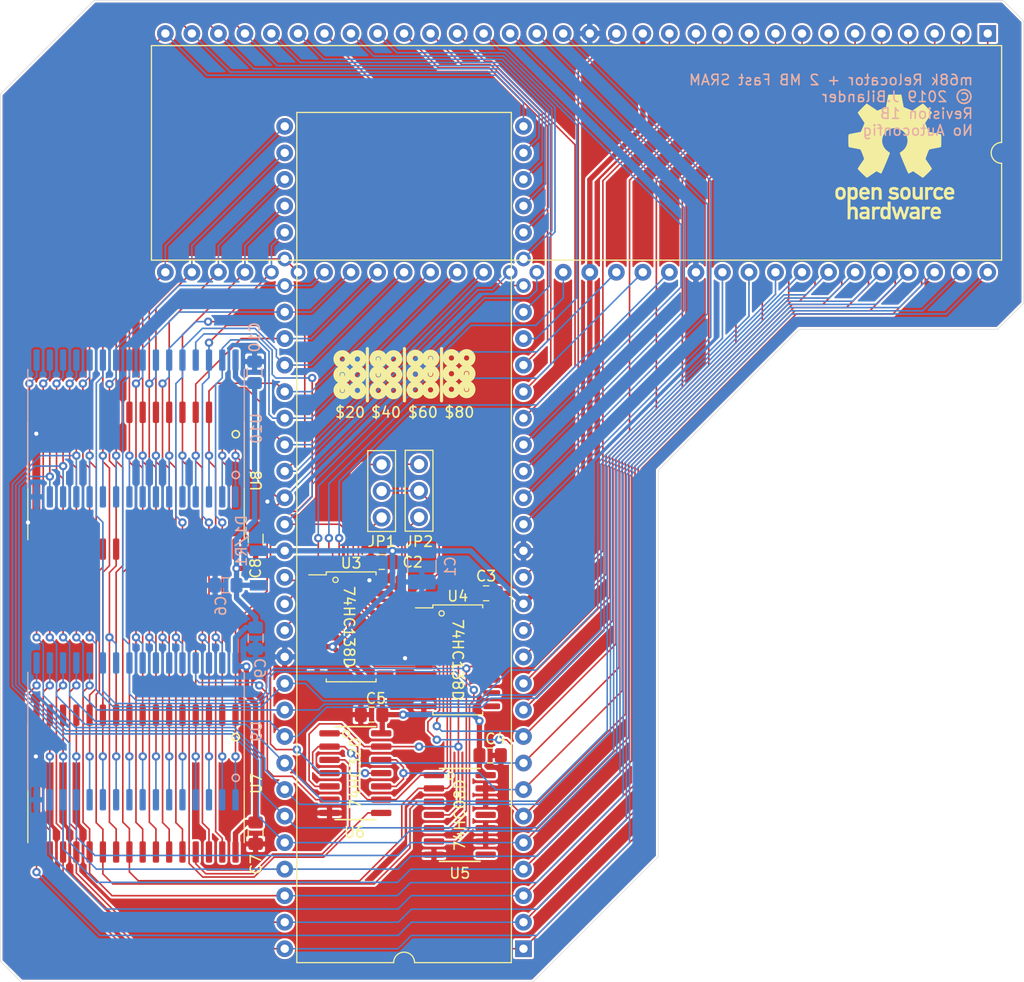
<source format=kicad_pcb>
(kicad_pcb (version 20171130) (host pcbnew "(5.1.2-1)-1")
  (layers (0 F.Cu signal) (31 B.Cu signal) (34 B.Paste user) (35 F.Paste user) (36 B.SilkS user) (37 F.SilkS user) (38 B.Mask user) (39 F.Mask user) (44 Edge.Cuts user))
  (net 0 "")
  (net 1 CLK)
  (net 2 D5)
  (net 3 A4)
  (net 4 D6)
  (net 5 A3)
  (net 6 D7)
  (net 7 A2)
  (net 8 D8)
  (net 9 A1)
  (net 10 D9)
  (net 11 FC0)
  (net 12 D10)
  (net 13 FC1)
  (net 14 D11)
  (net 15 FC2)
  (net 16 D12)
  (net 17 IPL0)
  (net 18 D13)
  (net 19 IPL1)
  (net 20 D14)
  (net 21 IPL2)
  (net 22 D15)
  (net 23 BERR)
  (net 24 GND)
  (net 25 VPA)
  (net 26 A23)
  (net 27 E)
  (net 28 A22)
  (net 29 VMA)
  (net 30 A21)
  (net 31 RESET)
  (net 32 VCC)
  (net 33 HALT)
  (net 34 A20)
  (net 35 A19)
  (net 36 A18)
  (net 37 A17)
  (net 38 BR)
  (net 39 A16)
  (net 40 BGACK)
  (net 41 A15)
  (net 42 BG)
  (net 43 A14)
  (net 44 DTACK)
  (net 45 A13)
  (net 46 RW)
  (net 47 A12)
  (net 48 LDS)
  (net 49 A11)
  (net 50 UDS)
  (net 51 A10)
  (net 52 AS)
  (net 53 A9)
  (net 54 D0)
  (net 55 A8)
  (net 56 D1)
  (net 57 A7)
  (net 58 D2)
  (net 59 A6)
  (net 60 D3)
  (net 61 A5)
  (net 62 D4)
  (net 63 "Net-(C10-Pad1)")
  (net 64 BASE_$20)
  (net 65 "Net-(JP1-Pad2)")
  (net 66 BASE_$40)
  (net 67 BASE_$60)
  (net 68 BASE_$80)
  (net 69 "Net-(U3-Pad15)")
  (net 70 "Net-(U3-Pad10)")
  (net 71 "Net-(U3-Pad9)")
  (net 72 "Net-(U3-Pad7)")
  (net 73 WE_BANK0)
  (net 74 OE_BANK0)
  (net 75 WE_BANK1)
  (net 76 OE_BANK1)
  (net 77 "Net-(U4-Pad11)")
  (net 78 "Net-(U4-Pad10)")
  (net 79 "Net-(U4-Pad9)")
  (net 80 "Net-(U4-Pad7)")
  (net 81 "Net-(U5-Pad11)")
  (net 82 CE_BANK1)
  (net 83 CE_BANK0)
  (net 84 WE_BANK1_EVEN)
  (net 85 WE_BANK0_EVEN)
  (net 86 WE_BANK1_ODD)
  (net 87 WE_BANK0_ODD)
  (net 88 "Net-(U5-Pad8)")
  (module Package_SO:SOIC-16_4.55x10.3mm_P1.27mm (layer F.Cu) (at 144.8054 113.157)
    (fp_text reference U4 (at 0 -6.1) (layer F.SilkS))
    (fp_text value 74HC138D)
    (fp_text user 74HC138D (at 0 0 270 unlocked) (layer F.SilkS))
    (pad 16 smd roundrect (at 3.25 -4.445) (size 1.6 0.55) (layers F.Cu F.Paste F.Mask) (net 32 VCC))
    (pad 15 smd roundrect (at 3.25 -3.175) (size 1.6 0.55) (layers F.Cu F.Paste F.Mask) (net 73 WE_BANK0))
    (pad 14 smd roundrect (at 3.25 -1.905) (size 1.6 0.55) (layers F.Cu F.Paste F.Mask) (net 74 OE_BANK0))
    (pad 13 smd roundrect (at 3.25 -0.635) (size 1.6 0.55) (layers F.Cu F.Paste F.Mask) (net 75 WE_BANK1))
    (pad 12 smd roundrect (at 3.25 0.635) (size 1.6 0.55) (layers F.Cu F.Paste F.Mask) (net 76 OE_BANK1))
    (pad 11 smd roundrect (at 3.25 1.905) (size 1.6 0.55) (layers F.Cu F.Paste F.Mask) (net 77 "Net-(U4-Pad11)"))
    (pad 10 smd roundrect (at 3.25 3.175) (size 1.6 0.55) (layers F.Cu F.Paste F.Mask) (net 78 "Net-(U4-Pad10)"))
    (pad 9 smd roundrect (at 3.25 4.445) (size 1.6 0.55) (layers F.Cu F.Paste F.Mask) (net 79 "Net-(U4-Pad9)"))
    (pad 8 smd roundrect (at -3.25 4.445) (size 1.6 0.55) (layers F.Cu F.Paste F.Mask) (net 24 GND))
    (pad 7 smd roundrect (at -3.25 3.175) (size 1.6 0.55) (layers F.Cu F.Paste F.Mask) (net 80 "Net-(U4-Pad7)"))
    (pad 6 smd roundrect (at -3.25 1.905) (size 1.6 0.55) (layers F.Cu F.Paste F.Mask) (net 32 VCC))
    (pad 5 smd roundrect (at -3.25 0.635) (size 1.6 0.55) (layers F.Cu F.Paste F.Mask) (net 52 AS))
    (pad 4 smd roundrect (at -3.25 -0.635) (size 1.6 0.55) (layers F.Cu F.Paste F.Mask) (net 65 "Net-(JP1-Pad2)"))
    (pad 3 smd roundrect (at -3.25 -1.905) (size 1.6 0.55) (layers F.Cu F.Paste F.Mask) (net 24 GND))
    (pad 2 smd roundrect (at -3.25 -3.175) (size 1.6 0.55) (layers F.Cu F.Paste F.Mask) (net 34 A20))
    (pad 1 smd roundrect (at -3.25 -4.445) (size 1.6 0.55) (layers F.Cu F.Paste F.Mask) (net 46 RW))
  )
  (module Package_SO:SOIC-16_4.55x10.3mm_P1.27mm (layer F.Cu) (at 134.5946 109.9947)
    (fp_text reference U3 (at 0 -6.1) (layer F.SilkS))
    (fp_text value 74HC138D)
    (fp_text user 74HC138D (at -0.2 0 270 unlocked) (layer F.SilkS))
    (pad 16 smd roundrect (at 3.25 -4.445) (size 1.6 0.55) (layers F.Cu F.Paste F.Mask) (net 32 VCC))
    (pad 15 smd roundrect (at 3.25 -3.175) (size 1.6 0.55) (layers F.Cu F.Paste F.Mask) (net 69 "Net-(U3-Pad15)"))
    (pad 14 smd roundrect (at 3.25 -1.905) (size 1.6 0.55) (layers F.Cu F.Paste F.Mask) (net 64 BASE_$20))
    (pad 13 smd roundrect (at 3.25 -0.635) (size 1.6 0.55) (layers F.Cu F.Paste F.Mask) (net 66 BASE_$40))
    (pad 12 smd roundrect (at 3.25 0.635) (size 1.6 0.55) (layers F.Cu F.Paste F.Mask) (net 67 BASE_$60))
    (pad 11 smd roundrect (at 3.25 1.905) (size 1.6 0.55) (layers F.Cu F.Paste F.Mask) (net 68 BASE_$80))
    (pad 10 smd roundrect (at 3.25 3.175) (size 1.6 0.55) (layers F.Cu F.Paste F.Mask) (net 70 "Net-(U3-Pad10)"))
    (pad 9 smd roundrect (at 3.25 4.445) (size 1.6 0.55) (layers F.Cu F.Paste F.Mask) (net 71 "Net-(U3-Pad9)"))
    (pad 8 smd roundrect (at -3.25 4.445) (size 1.6 0.55) (layers F.Cu F.Paste F.Mask) (net 24 GND))
    (pad 7 smd roundrect (at -3.25 3.175) (size 1.6 0.55) (layers F.Cu F.Paste F.Mask) (net 72 "Net-(U3-Pad7)"))
    (pad 6 smd roundrect (at -3.25 1.905) (size 1.6 0.55) (layers F.Cu F.Paste F.Mask) (net 32 VCC))
    (pad 5 smd roundrect (at -3.25 0.635) (size 1.6 0.55) (layers F.Cu F.Paste F.Mask) (net 24 GND))
    (pad 4 smd roundrect (at -3.25 -0.635) (size 1.6 0.55) (layers F.Cu F.Paste F.Mask) (net 52 AS))
    (pad 3 smd roundrect (at -3.25 -1.905) (size 1.6 0.55) (layers F.Cu F.Paste F.Mask) (net 26 A23))
    (pad 2 smd roundrect (at -3.25 -3.175) (size 1.6 0.55) (layers F.Cu F.Paste F.Mask) (net 28 A22))
    (pad 1 smd roundrect (at -3.25 -4.445) (size 1.6 0.55) (layers F.Cu F.Paste F.Mask) (net 30 A21))
  )
  (module Symbol:OSHW-Logo_11.4x12mm_SilkScreen (layer F.Cu) (at 186.6392 64.9986)
    (fp_text reference REF** hide)
    (fp_text value OSHW-Logo_11.4x12mm_SilkScreen hide)
  )
  (module Jumper:JMP_Silkscreen (layer F.Cu) (at 139.7 85.852)
    (fp_text reference REF** hide)
    (fp_text value JMP_Silkscreen)
    (fp_text user $80 (at 5.2578 3.6068) (layer F.SilkS))
    (fp_text user $60 (at 1.7653 3.6068) (layer F.SilkS))
    (fp_text user $40 (at -1.7653 3.6068) (layer F.SilkS))
    (fp_text user $20 (at -5.207 3.6068) (layer F.SilkS))
  )
  (module Diode_SMD:D_0805_2012Metric_Pad1.15x1.40mm_HandSolder (layer B.Cu) (at 125.349 85.6234 90)
    (fp_text reference C10 (at 3.35788 0 90) (layer B.SilkS) (effects (justify mirror)))
    (fp_text value C_Small)
    (pad 2 smd roundrect (at 1.025 0 90) (size 1.15 1.4) (layers B.Cu B.Paste B.Mask) (roundrect_rratio 0.217391) (net 24 GND))
    (pad 1 smd roundrect (at -1.025 0 90) (size 1.15 1.4) (layers B.Cu B.Paste B.Mask) (roundrect_rratio 0.217391) (net 63 "Net-(C10-Pad1)"))
  )
  (module Diode_SMD:D_0805_2012Metric_Pad1.15x1.40mm_HandSolder (layer B.Cu) (at 125.4506 111.08436 270)
    (fp_text reference C9 (at 2.86512 -0.46736 90) (layer B.SilkS) (effects (justify mirror)))
    (fp_text value C_Small)
    (pad 2 smd roundrect (at 1.025 0 270) (size 1.15 1.4) (layers B.Cu B.Paste B.Mask) (roundrect_rratio 0.217391) (net 24 GND))
    (pad 1 smd roundrect (at -1.025 0 270) (size 1.15 1.4) (layers B.Cu B.Paste B.Mask) (roundrect_rratio 0.217391) (net 63 "Net-(C10-Pad1)"))
  )
  (module Diode_SMD:D_0805_2012Metric_Pad1.15x1.40mm_HandSolder (layer B.Cu) (at 122.5968 106.00944)
    (fp_text reference C6 (at -0.47868 1.97104 90) (layer B.SilkS) (effects (justify mirror)))
    (fp_text value C)
    (pad 2 smd roundrect (at 1.025 0) (size 1.15 1.4) (layers B.Cu B.Paste B.Mask) (roundrect_rratio 0.217391) (net 63 "Net-(C10-Pad1)"))
    (pad 1 smd roundrect (at -1.025 0) (size 1.15 1.4) (layers B.Cu B.Paste B.Mask) (roundrect_rratio 0.217391) (net 24 GND))
  )
  (module Diode_SMD:D_0805_2012Metric_Pad1.15x1.40mm_HandSolder (layer F.Cu) (at 125.4506 101.51988 90)
    (fp_text reference C8 (at -2.86904 -0.00508 90) (layer F.SilkS))
    (fp_text value C_Small)
    (pad 2 smd roundrect (at 1.025 0 90) (size 1.15 1.4) (layers F.Cu F.Paste F.Mask) (roundrect_rratio 0.217391) (net 24 GND))
    (pad 1 smd roundrect (at -1.025 0 90) (size 1.15 1.4) (layers F.Cu F.Paste F.Mask) (roundrect_rratio 0.217391) (net 63 "Net-(C10-Pad1)"))
  )
  (module Diode_SMD:D_0805_2012Metric_Pad1.15x1.40mm_HandSolder (layer F.Cu) (at 125.4506 129.7522 270)
    (fp_text reference C7 (at 2.97804 -0.0254 90) (layer F.SilkS))
    (fp_text value C_Small)
    (pad 2 smd roundrect (at 1.025 0 270) (size 1.15 1.4) (layers F.Cu F.Paste F.Mask) (roundrect_rratio 0.217391) (net 24 GND))
    (pad 1 smd roundrect (at -1.025 0 270) (size 1.15 1.4) (layers F.Cu F.Paste F.Mask) (roundrect_rratio 0.217391) (net 63 "Net-(C10-Pad1)"))
  )
  (module Connector_PinHeader_2.54mm:PinHeader_1x03_P2.54mm_Vertical (layer F.Cu) (at 141.1 99.5 180)
    (fp_text reference JP2 (at 0 -2.33) (layer F.SilkS))
    (fp_text value SolderJumper_3_Open)
    (pad 3 thru_hole oval (at 0 5.08 180) (size 1.7 1.7) (drill 1) (layers *.Cu *.Mask) (net 67 BASE_$60))
    (pad 2 thru_hole oval (at 0 2.54 180) (size 1.7 1.7) (drill 1) (layers *.Cu *.Mask) (net 65 "Net-(JP1-Pad2)"))
    (pad 1 thru_hole oval (at 0 0 180) (size 1.7 1.7) (drill 1) (layers *.Cu *.Mask) (net 68 BASE_$80))
  )
  (module Connector_PinHeader_2.54mm:PinHeader_1x03_P2.54mm_Vertical (layer F.Cu) (at 137.5156 94.4499)
    (fp_text reference JP1 (at 0 7.366) (layer F.SilkS))
    (fp_text value SolderJumper_3_Open)
    (pad 3 thru_hole oval (at 0 5.08) (size 1.7 1.7) (drill 1) (layers *.Cu *.Mask) (net 64 BASE_$20))
    (pad 2 thru_hole oval (at 0 2.54) (size 1.7 1.7) (drill 1) (layers *.Cu *.Mask) (net 65 "Net-(JP1-Pad2)"))
    (pad 1 thru_hole oval (at 0 0) (size 1.7 1.7) (drill 1) (layers *.Cu *.Mask) (net 66 BASE_$40))
  )
  (module Package_SO:SSOP-32_11.305x20.495mm_P1.27mm (layer B.Cu) (at 114 91 90)
    (fp_text reference U10 (at 0 11.5268 90) (layer B.SilkS) (effects (justify mirror)))
    (fp_text value AS6C4008-55SIN)
    (pad 1 smd roundrect (at -6.55 9.525 90) (size 2.05 0.6) (layers B.Cu B.Paste B.Mask) (net 35 A19))
    (pad 2 smd roundrect (at -6.55 8.255 90) (size 2.05 0.6) (layers B.Cu B.Paste B.Mask) (net 37 A17))
    (pad 3 smd roundrect (at -6.55 6.985 90) (size 2.05 0.6) (layers B.Cu B.Paste B.Mask) (net 41 A15))
    (pad 4 smd roundrect (at -6.55 5.715 90) (size 2.05 0.6) (layers B.Cu B.Paste B.Mask) (net 45 A13))
    (pad 5 smd roundrect (at -6.55 4.445 90) (size 2.05 0.6) (layers B.Cu B.Paste B.Mask) (net 55 A8))
    (pad 6 smd roundrect (at -6.55 3.175 90) (size 2.05 0.6) (layers B.Cu B.Paste B.Mask) (net 57 A7))
    (pad 7 smd roundrect (at -6.55 1.905 90) (size 2.05 0.6) (layers B.Cu B.Paste B.Mask) (net 59 A6))
    (pad 8 smd roundrect (at -6.55 0.635 90) (size 2.05 0.6) (layers B.Cu B.Paste B.Mask) (net 61 A5))
    (pad 9 smd roundrect (at -6.55 -0.635 90) (size 2.05 0.6) (layers B.Cu B.Paste B.Mask) (net 3 A4))
    (pad 10 smd roundrect (at -6.55 -1.905 90) (size 2.05 0.6) (layers B.Cu B.Paste B.Mask) (net 5 A3))
    (pad 11 smd roundrect (at -6.55 -3.175 90) (size 2.05 0.6) (layers B.Cu B.Paste B.Mask) (net 7 A2))
    (pad 12 smd roundrect (at -6.55 -4.445 90) (size 2.05 0.6) (layers B.Cu B.Paste B.Mask) (net 9 A1))
    (pad 13 smd roundrect (at -6.55 -5.715 90) (size 2.05 0.6) (layers B.Cu B.Paste B.Mask) (net 8 D8))
    (pad 14 smd roundrect (at -6.55 -6.985 90) (size 2.05 0.6) (layers B.Cu B.Paste B.Mask) (net 10 D9))
    (pad 15 smd roundrect (at -6.55 -8.255 90) (size 2.05 0.6) (layers B.Cu B.Paste B.Mask) (net 12 D10))
    (pad 16 smd roundrect (at -6.55 -9.525 90) (size 2.05 0.6) (layers B.Cu B.Paste B.Mask) (net 24 GND))
    (pad 17 smd roundrect (at 6.55 -9.525 90) (size 2.05 0.6) (layers B.Cu B.Paste B.Mask) (net 14 D11))
    (pad 18 smd roundrect (at 6.55 -8.255 90) (size 2.05 0.6) (layers B.Cu B.Paste B.Mask) (net 16 D12))
    (pad 19 smd roundrect (at 6.55 -6.985 90) (size 2.05 0.6) (layers B.Cu B.Paste B.Mask) (net 18 D13))
    (pad 20 smd roundrect (at 6.55 -5.715 90) (size 2.05 0.6) (layers B.Cu B.Paste B.Mask) (net 20 D14))
    (pad 21 smd roundrect (at 6.55 -4.445 90) (size 2.05 0.6) (layers B.Cu B.Paste B.Mask) (net 22 D15))
    (pad 22 smd roundrect (at 6.55 -3.175 90) (size 2.05 0.6) (layers B.Cu B.Paste B.Mask) (net 82 CE_BANK1))
    (pad 23 smd roundrect (at 6.55 -1.905 90) (size 2.05 0.6) (layers B.Cu B.Paste B.Mask) (net 49 A11))
    (pad 24 smd roundrect (at 6.55 -0.635 90) (size 2.05 0.6) (layers B.Cu B.Paste B.Mask) (net 76 OE_BANK1))
    (pad 25 smd roundrect (at 6.55 0.635 90) (size 2.05 0.6) (layers B.Cu B.Paste B.Mask) (net 47 A12))
    (pad 26 smd roundrect (at 6.55 1.905 90) (size 2.05 0.6) (layers B.Cu B.Paste B.Mask) (net 51 A10))
    (pad 27 smd roundrect (at 6.55 3.175 90) (size 2.05 0.6) (layers B.Cu B.Paste B.Mask) (net 53 A9))
    (pad 28 smd roundrect (at 6.55 4.445 90) (size 2.05 0.6) (layers B.Cu B.Paste B.Mask) (net 43 A14))
    (pad 29 smd roundrect (at 6.55 5.715 90) (size 2.05 0.6) (layers B.Cu B.Paste B.Mask) (net 84 WE_BANK1_EVEN))
    (pad 30 smd roundrect (at 6.55 6.985 90) (size 2.05 0.6) (layers B.Cu B.Paste B.Mask) (net 36 A18))
    (pad 31 smd roundrect (at 6.55 8.255 90) (size 2.05 0.6) (layers B.Cu B.Paste B.Mask) (net 39 A16))
    (pad 32 smd roundrect (at 6.55 9.525 90) (size 2.05 0.6) (layers B.Cu B.Paste B.Mask) (net 63 "Net-(C10-Pad1)"))
  )
  (module Package_SO:SSOP-32_11.305x20.495mm_P1.27mm (layer B.Cu) (at 114 120 90)
    (fp_text reference U9 (at 0 11.53188 90) (layer B.SilkS) (effects (justify mirror)))
    (fp_text value AS6C4008-55SIN)
    (pad 1 smd roundrect (at -6.55 9.525 90) (size 2.05 0.6) (layers B.Cu B.Paste B.Mask) (net 35 A19))
    (pad 2 smd roundrect (at -6.55 8.255 90) (size 2.05 0.6) (layers B.Cu B.Paste B.Mask) (net 37 A17))
    (pad 3 smd roundrect (at -6.55 6.985 90) (size 2.05 0.6) (layers B.Cu B.Paste B.Mask) (net 41 A15))
    (pad 4 smd roundrect (at -6.55 5.715 90) (size 2.05 0.6) (layers B.Cu B.Paste B.Mask) (net 45 A13))
    (pad 5 smd roundrect (at -6.55 4.445 90) (size 2.05 0.6) (layers B.Cu B.Paste B.Mask) (net 55 A8))
    (pad 6 smd roundrect (at -6.55 3.175 90) (size 2.05 0.6) (layers B.Cu B.Paste B.Mask) (net 57 A7))
    (pad 7 smd roundrect (at -6.55 1.905 90) (size 2.05 0.6) (layers B.Cu B.Paste B.Mask) (net 59 A6))
    (pad 8 smd roundrect (at -6.55 0.635 90) (size 2.05 0.6) (layers B.Cu B.Paste B.Mask) (net 61 A5))
    (pad 9 smd roundrect (at -6.55 -0.635 90) (size 2.05 0.6) (layers B.Cu B.Paste B.Mask) (net 3 A4))
    (pad 10 smd roundrect (at -6.55 -1.905 90) (size 2.05 0.6) (layers B.Cu B.Paste B.Mask) (net 5 A3))
    (pad 11 smd roundrect (at -6.55 -3.175 90) (size 2.05 0.6) (layers B.Cu B.Paste B.Mask) (net 7 A2))
    (pad 12 smd roundrect (at -6.55 -4.445 90) (size 2.05 0.6) (layers B.Cu B.Paste B.Mask) (net 9 A1))
    (pad 13 smd roundrect (at -6.55 -5.715 90) (size 2.05 0.6) (layers B.Cu B.Paste B.Mask) (net 54 D0))
    (pad 14 smd roundrect (at -6.55 -6.985 90) (size 2.05 0.6) (layers B.Cu B.Paste B.Mask) (net 56 D1))
    (pad 15 smd roundrect (at -6.55 -8.255 90) (size 2.05 0.6) (layers B.Cu B.Paste B.Mask) (net 58 D2))
    (pad 16 smd roundrect (at -6.55 -9.525 90) (size 2.05 0.6) (layers B.Cu B.Paste B.Mask) (net 24 GND))
    (pad 17 smd roundrect (at 6.55 -9.525 90) (size 2.05 0.6) (layers B.Cu B.Paste B.Mask) (net 60 D3))
    (pad 18 smd roundrect (at 6.55 -8.255 90) (size 2.05 0.6) (layers B.Cu B.Paste B.Mask) (net 62 D4))
    (pad 19 smd roundrect (at 6.55 -6.985 90) (size 2.05 0.6) (layers B.Cu B.Paste B.Mask) (net 2 D5))
    (pad 20 smd roundrect (at 6.55 -5.715 90) (size 2.05 0.6) (layers B.Cu B.Paste B.Mask) (net 4 D6))
    (pad 21 smd roundrect (at 6.55 -4.445 90) (size 2.05 0.6) (layers B.Cu B.Paste B.Mask) (net 6 D7))
    (pad 22 smd roundrect (at 6.55 -3.175 90) (size 2.05 0.6) (layers B.Cu B.Paste B.Mask) (net 82 CE_BANK1))
    (pad 23 smd roundrect (at 6.55 -1.905 90) (size 2.05 0.6) (layers B.Cu B.Paste B.Mask) (net 49 A11))
    (pad 24 smd roundrect (at 6.55 -0.635 90) (size 2.05 0.6) (layers B.Cu B.Paste B.Mask) (net 76 OE_BANK1))
    (pad 25 smd roundrect (at 6.55 0.635 90) (size 2.05 0.6) (layers B.Cu B.Paste B.Mask) (net 47 A12))
    (pad 26 smd roundrect (at 6.55 1.905 90) (size 2.05 0.6) (layers B.Cu B.Paste B.Mask) (net 51 A10))
    (pad 27 smd roundrect (at 6.55 3.175 90) (size 2.05 0.6) (layers B.Cu B.Paste B.Mask) (net 53 A9))
    (pad 28 smd roundrect (at 6.55 4.445 90) (size 2.05 0.6) (layers B.Cu B.Paste B.Mask) (net 43 A14))
    (pad 29 smd roundrect (at 6.55 5.715 90) (size 2.05 0.6) (layers B.Cu B.Paste B.Mask) (net 86 WE_BANK1_ODD))
    (pad 30 smd roundrect (at 6.55 6.985 90) (size 2.05 0.6) (layers B.Cu B.Paste B.Mask) (net 36 A18))
    (pad 31 smd roundrect (at 6.55 8.255 90) (size 2.05 0.6) (layers B.Cu B.Paste B.Mask) (net 39 A16))
    (pad 32 smd roundrect (at 6.55 9.525 90) (size 2.05 0.6) (layers B.Cu B.Paste B.Mask) (net 63 "Net-(C10-Pad1)"))
  )
  (module Package_SO:SSOP-32_11.305x20.495mm_P1.27mm (layer F.Cu) (at 114 96 270)
    (fp_text reference U8 (at 0.00184 -11.5268 90) (layer F.SilkS))
    (fp_text value AS6C4008-55SIN)
    (pad 1 smd roundrect (at -6.55 -9.525 270) (size 2.05 0.6) (layers F.Cu F.Paste F.Mask) (net 35 A19))
    (pad 2 smd roundrect (at -6.55 -8.255 270) (size 2.05 0.6) (layers F.Cu F.Paste F.Mask) (net 37 A17))
    (pad 3 smd roundrect (at -6.55 -6.985 270) (size 2.05 0.6) (layers F.Cu F.Paste F.Mask) (net 41 A15))
    (pad 4 smd roundrect (at -6.55 -5.715 270) (size 2.05 0.6) (layers F.Cu F.Paste F.Mask) (net 45 A13))
    (pad 5 smd roundrect (at -6.55 -4.445 270) (size 2.05 0.6) (layers F.Cu F.Paste F.Mask) (net 55 A8))
    (pad 6 smd roundrect (at -6.55 -3.175 270) (size 2.05 0.6) (layers F.Cu F.Paste F.Mask) (net 57 A7))
    (pad 7 smd roundrect (at -6.55 -1.905 270) (size 2.05 0.6) (layers F.Cu F.Paste F.Mask) (net 59 A6))
    (pad 8 smd roundrect (at -6.55 -0.635 270) (size 2.05 0.6) (layers F.Cu F.Paste F.Mask) (net 61 A5))
    (pad 9 smd roundrect (at -6.55 0.635 270) (size 2.05 0.6) (layers F.Cu F.Paste F.Mask) (net 3 A4))
    (pad 10 smd roundrect (at -6.55 1.905 270) (size 2.05 0.6) (layers F.Cu F.Paste F.Mask) (net 5 A3))
    (pad 11 smd roundrect (at -6.55 3.175 270) (size 2.05 0.6) (layers F.Cu F.Paste F.Mask) (net 7 A2))
    (pad 12 smd roundrect (at -6.55 4.445 270) (size 2.05 0.6) (layers F.Cu F.Paste F.Mask) (net 9 A1))
    (pad 13 smd roundrect (at -6.55 5.715 270) (size 2.05 0.6) (layers F.Cu F.Paste F.Mask) (net 8 D8))
    (pad 14 smd roundrect (at -6.55 6.985 270) (size 2.05 0.6) (layers F.Cu F.Paste F.Mask) (net 10 D9))
    (pad 15 smd roundrect (at -6.55 8.255 270) (size 2.05 0.6) (layers F.Cu F.Paste F.Mask) (net 12 D10))
    (pad 16 smd roundrect (at -6.55 9.525 270) (size 2.05 0.6) (layers F.Cu F.Paste F.Mask) (net 24 GND))
    (pad 17 smd roundrect (at 6.55 9.525 270) (size 2.05 0.6) (layers F.Cu F.Paste F.Mask) (net 14 D11))
    (pad 18 smd roundrect (at 6.55 8.255 270) (size 2.05 0.6) (layers F.Cu F.Paste F.Mask) (net 16 D12))
    (pad 19 smd roundrect (at 6.55 6.985 270) (size 2.05 0.6) (layers F.Cu F.Paste F.Mask) (net 18 D13))
    (pad 20 smd roundrect (at 6.55 5.715 270) (size 2.05 0.6) (layers F.Cu F.Paste F.Mask) (net 20 D14))
    (pad 21 smd roundrect (at 6.55 4.445 270) (size 2.05 0.6) (layers F.Cu F.Paste F.Mask) (net 22 D15))
    (pad 22 smd roundrect (at 6.55 3.175 270) (size 2.05 0.6) (layers F.Cu F.Paste F.Mask) (net 83 CE_BANK0))
    (pad 23 smd roundrect (at 6.55 1.905 270) (size 2.05 0.6) (layers F.Cu F.Paste F.Mask) (net 49 A11))
    (pad 24 smd roundrect (at 6.55 0.635 270) (size 2.05 0.6) (layers F.Cu F.Paste F.Mask) (net 74 OE_BANK0))
    (pad 25 smd roundrect (at 6.55 -0.635 270) (size 2.05 0.6) (layers F.Cu F.Paste F.Mask) (net 47 A12))
    (pad 26 smd roundrect (at 6.55 -1.905 270) (size 2.05 0.6) (layers F.Cu F.Paste F.Mask) (net 51 A10))
    (pad 27 smd roundrect (at 6.55 -3.175 270) (size 2.05 0.6) (layers F.Cu F.Paste F.Mask) (net 53 A9))
    (pad 28 smd roundrect (at 6.55 -4.445 270) (size 2.05 0.6) (layers F.Cu F.Paste F.Mask) (net 43 A14))
    (pad 29 smd roundrect (at 6.55 -5.715 270) (size 2.05 0.6) (layers F.Cu F.Paste F.Mask) (net 85 WE_BANK0_EVEN))
    (pad 30 smd roundrect (at 6.55 -6.985 270) (size 2.05 0.6) (layers F.Cu F.Paste F.Mask) (net 36 A18))
    (pad 31 smd roundrect (at 6.55 -8.255 270) (size 2.05 0.6) (layers F.Cu F.Paste F.Mask) (net 39 A16))
    (pad 32 smd roundrect (at 6.55 -9.525 270) (size 2.05 0.6) (layers F.Cu F.Paste F.Mask) (net 63 "Net-(C10-Pad1)"))
  )
  (module Package_SO:SSOP-32_11.305x20.495mm_P1.27mm (layer F.Cu) (at 114 125 270)
    (fp_text reference U7 (at 0 -11.5268 90) (layer F.SilkS))
    (fp_text value AS6C4008-55SIN)
    (pad 1 smd roundrect (at -6.55 -9.525 270) (size 2.05 0.6) (layers F.Cu F.Paste F.Mask) (net 35 A19))
    (pad 2 smd roundrect (at -6.55 -8.255 270) (size 2.05 0.6) (layers F.Cu F.Paste F.Mask) (net 37 A17))
    (pad 3 smd roundrect (at -6.55 -6.985 270) (size 2.05 0.6) (layers F.Cu F.Paste F.Mask) (net 41 A15))
    (pad 4 smd roundrect (at -6.55 -5.715 270) (size 2.05 0.6) (layers F.Cu F.Paste F.Mask) (net 45 A13))
    (pad 5 smd roundrect (at -6.55 -4.445 270) (size 2.05 0.6) (layers F.Cu F.Paste F.Mask) (net 55 A8))
    (pad 6 smd roundrect (at -6.55 -3.175 270) (size 2.05 0.6) (layers F.Cu F.Paste F.Mask) (net 57 A7))
    (pad 7 smd roundrect (at -6.55 -1.905 270) (size 2.05 0.6) (layers F.Cu F.Paste F.Mask) (net 59 A6))
    (pad 8 smd roundrect (at -6.55 -0.635 270) (size 2.05 0.6) (layers F.Cu F.Paste F.Mask) (net 61 A5))
    (pad 9 smd roundrect (at -6.55 0.635 270) (size 2.05 0.6) (layers F.Cu F.Paste F.Mask) (net 3 A4))
    (pad 10 smd roundrect (at -6.55 1.905 270) (size 2.05 0.6) (layers F.Cu F.Paste F.Mask) (net 5 A3))
    (pad 11 smd roundrect (at -6.55 3.175 270) (size 2.05 0.6) (layers F.Cu F.Paste F.Mask) (net 7 A2))
    (pad 12 smd roundrect (at -6.55 4.445 270) (size 2.05 0.6) (layers F.Cu F.Paste F.Mask) (net 9 A1))
    (pad 13 smd roundrect (at -6.55 5.715 270) (size 2.05 0.6) (layers F.Cu F.Paste F.Mask) (net 54 D0))
    (pad 14 smd roundrect (at -6.55 6.985 270) (size 2.05 0.6) (layers F.Cu F.Paste F.Mask) (net 56 D1))
    (pad 15 smd roundrect (at -6.55 8.255 270) (size 2.05 0.6) (layers F.Cu F.Paste F.Mask) (net 58 D2))
    (pad 16 smd roundrect (at -6.55 9.525 270) (size 2.05 0.6) (layers F.Cu F.Paste F.Mask) (net 24 GND))
    (pad 17 smd roundrect (at 6.55 9.525 270) (size 2.05 0.6) (layers F.Cu F.Paste F.Mask) (net 60 D3))
    (pad 18 smd roundrect (at 6.55 8.255 270) (size 2.05 0.6) (layers F.Cu F.Paste F.Mask) (net 62 D4))
    (pad 19 smd roundrect (at 6.55 6.985 270) (size 2.05 0.6) (layers F.Cu F.Paste F.Mask) (net 2 D5))
    (pad 20 smd roundrect (at 6.55 5.715 270) (size 2.05 0.6) (layers F.Cu F.Paste F.Mask) (net 4 D6))
    (pad 21 smd roundrect (at 6.55 4.445 270) (size 2.05 0.6) (layers F.Cu F.Paste F.Mask) (net 6 D7))
    (pad 22 smd roundrect (at 6.55 3.175 270) (size 2.05 0.6) (layers F.Cu F.Paste F.Mask) (net 83 CE_BANK0))
    (pad 23 smd roundrect (at 6.55 1.905 270) (size 2.05 0.6) (layers F.Cu F.Paste F.Mask) (net 49 A11))
    (pad 24 smd roundrect (at 6.55 0.635 270) (size 2.05 0.6) (layers F.Cu F.Paste F.Mask) (net 74 OE_BANK0))
    (pad 25 smd roundrect (at 6.55 -0.635 270) (size 2.05 0.6) (layers F.Cu F.Paste F.Mask) (net 47 A12))
    (pad 26 smd roundrect (at 6.55 -1.905 270) (size 2.05 0.6) (layers F.Cu F.Paste F.Mask) (net 51 A10))
    (pad 27 smd roundrect (at 6.55 -3.175 270) (size 2.05 0.6) (layers F.Cu F.Paste F.Mask) (net 53 A9))
    (pad 28 smd roundrect (at 6.55 -4.445 270) (size 2.05 0.6) (layers F.Cu F.Paste F.Mask) (net 43 A14))
    (pad 29 smd roundrect (at 6.55 -5.715 270) (size 2.05 0.6) (layers F.Cu F.Paste F.Mask) (net 87 WE_BANK0_ODD))
    (pad 30 smd roundrect (at 6.55 -6.985 270) (size 2.05 0.6) (layers F.Cu F.Paste F.Mask) (net 36 A18))
    (pad 31 smd roundrect (at 6.55 -8.255 270) (size 2.05 0.6) (layers F.Cu F.Paste F.Mask) (net 39 A16))
    (pad 32 smd roundrect (at 6.55 -9.525 270) (size 2.05 0.6) (layers F.Cu F.Paste F.Mask) (net 63 "Net-(C10-Pad1)"))
  )
  (module Package_SO:SOIC-14_3.9x8.7mm_P1.27mm (layer F.Cu) (at 135 124)
    (fp_text reference U6 (at -0.08536 5.67208) (layer F.SilkS))
    (fp_text value 74HC32D (at 0.001 0.0028 -90) (layer F.SilkS))
    (pad 14 smd roundrect (at 2.475 -3.81) (size 1.95 0.6) (layers F.Cu F.Paste F.Mask) (net 32 VCC))
    (pad 13 smd roundrect (at 2.475 -2.54) (size 1.95 0.6) (layers F.Cu F.Paste F.Mask) (net 75 WE_BANK1))
    (pad 12 smd roundrect (at 2.475 -1.27) (size 1.95 0.6) (layers F.Cu F.Paste F.Mask) (net 50 UDS))
    (pad 11 smd roundrect (at 2.475 0) (size 1.95 0.6) (layers F.Cu F.Paste F.Mask) (net 84 WE_BANK1_EVEN))
    (pad 10 smd roundrect (at 2.475 1.27) (size 1.95 0.6) (layers F.Cu F.Paste F.Mask) (net 50 UDS))
    (pad 9 smd roundrect (at 2.475 2.54) (size 1.95 0.6) (layers F.Cu F.Paste F.Mask) (net 73 WE_BANK0))
    (pad 8 smd roundrect (at 2.475 3.81) (size 1.95 0.6) (layers F.Cu F.Paste F.Mask) (net 85 WE_BANK0_EVEN))
    (pad 7 smd roundrect (at -2.475 3.81) (size 1.95 0.6) (layers F.Cu F.Paste F.Mask) (net 24 GND))
    (pad 6 smd roundrect (at -2.475 2.54) (size 1.95 0.6) (layers F.Cu F.Paste F.Mask) (net 86 WE_BANK1_ODD))
    (pad 5 smd roundrect (at -2.475 1.27) (size 1.95 0.6) (layers F.Cu F.Paste F.Mask) (net 75 WE_BANK1))
    (pad 4 smd roundrect (at -2.475 0) (size 1.95 0.6) (layers F.Cu F.Paste F.Mask) (net 48 LDS))
    (pad 3 smd roundrect (at -2.475 -1.27) (size 1.95 0.6) (layers F.Cu F.Paste F.Mask) (net 87 WE_BANK0_ODD))
    (pad 2 smd roundrect (at -2.475 -2.54) (size 1.95 0.6) (layers F.Cu F.Paste F.Mask) (net 48 LDS))
    (pad 1 smd roundrect (at -2.475 -3.81) (size 1.95 0.6) (layers F.Cu F.Paste F.Mask) (net 73 WE_BANK0))
  )
  (module Package_SO:SOIC-14_3.9x8.7mm_P1.27mm (layer F.Cu) (at 145 128)
    (fp_text reference U5 (at 0.00352 5.58368) (layer F.SilkS))
    (fp_text value 74HC08D (at -0.00156 -0.00432 -90) (layer F.SilkS))
    (pad 14 smd roundrect (at 2.475 -3.81) (size 1.95 0.6) (layers F.Cu F.Paste F.Mask) (net 32 VCC))
    (pad 13 smd roundrect (at 2.475 -2.54) (size 1.95 0.6) (layers F.Cu F.Paste F.Mask) (net 24 GND))
    (pad 12 smd roundrect (at 2.475 -1.27) (size 1.95 0.6) (layers F.Cu F.Paste F.Mask) (net 24 GND))
    (pad 11 smd roundrect (at 2.475 0) (size 1.95 0.6) (layers F.Cu F.Paste F.Mask) (net 81 "Net-(U5-Pad11)"))
    (pad 10 smd roundrect (at 2.475 1.27) (size 1.95 0.6) (layers F.Cu F.Paste F.Mask) (net 24 GND))
    (pad 9 smd roundrect (at 2.475 2.54) (size 1.95 0.6) (layers F.Cu F.Paste F.Mask) (net 24 GND))
    (pad 8 smd roundrect (at 2.475 3.81) (size 1.95 0.6) (layers F.Cu F.Paste F.Mask) (net 88 "Net-(U5-Pad8)"))
    (pad 7 smd roundrect (at -2.475 3.81) (size 1.95 0.6) (layers F.Cu F.Paste F.Mask) (net 24 GND))
    (pad 6 smd roundrect (at -2.475 2.54) (size 1.95 0.6) (layers F.Cu F.Paste F.Mask) (net 82 CE_BANK1))
    (pad 5 smd roundrect (at -2.475 1.27) (size 1.95 0.6) (layers F.Cu F.Paste F.Mask) (net 76 OE_BANK1))
    (pad 4 smd roundrect (at -2.475 0) (size 1.95 0.6) (layers F.Cu F.Paste F.Mask) (net 75 WE_BANK1))
    (pad 3 smd roundrect (at -2.475 -1.27) (size 1.95 0.6) (layers F.Cu F.Paste F.Mask) (net 83 CE_BANK0))
    (pad 2 smd roundrect (at -2.475 -2.54) (size 1.95 0.6) (layers F.Cu F.Paste F.Mask) (net 74 OE_BANK0))
    (pad 1 smd roundrect (at -2.475 -3.81) (size 1.95 0.6) (layers F.Cu F.Paste F.Mask) (net 73 WE_BANK0))
  )
  (module Diode_SMD:SOD80C (layer B.Cu) (at 125.74524 104.36352 90)
    (fp_text reference D1/R1 (at 2.60096 -1.65608 90) (layer B.SilkS) (effects (justify mirror)))
    (fp_text value BAS45AL)
    (pad 2 smd rect (at 1.65 0 90) (size 1 1.7) (layers B.Cu B.Paste B.Mask) (net 32 VCC))
    (pad 1 smd rect (at -1.65 0 90) (size 1 1.7) (layers B.Cu B.Paste B.Mask) (net 63 "Net-(C10-Pad1)"))
  )
  (module Capacitor_SMD:C_0805_2012Metric_Pad1.15x1.40mm_HandSolder (layer F.Cu) (at 136.5504 118.39956)
    (fp_text reference C5 (at 0.41656 -1.55956) (layer F.SilkS))
    (fp_text value C_Small)
    (pad 2 smd roundrect (at 1.025 0) (size 1.15 1.4) (layers F.Cu F.Paste F.Mask) (roundrect_rratio 0.217391) (net 32 VCC))
    (pad 1 smd roundrect (at -1.025 0) (size 1.15 1.4) (layers F.Cu F.Paste F.Mask) (roundrect_rratio 0.217391) (net 24 GND))
  )
  (module Capacitor_SMD:C_0805_2012Metric_Pad1.15x1.40mm_HandSolder (layer F.Cu) (at 147.9042 122.30608 180)
    (fp_text reference C4 (at -0.49784 1.59004) (layer F.SilkS))
    (fp_text value C_Small)
    (pad 2 smd roundrect (at 1.025 0 180) (size 1.15 1.4) (layers F.Cu F.Paste F.Mask) (roundrect_rratio 0.217391) (net 32 VCC))
    (pad 1 smd roundrect (at -1.025 0 180) (size 1.15 1.4) (layers F.Cu F.Paste F.Mask) (roundrect_rratio 0.217391) (net 24 GND))
  )
  (module Capacitor_SMD:C_0805_2012Metric_Pad1.15x1.40mm_HandSolder (layer F.Cu) (at 147.51812 106.7816)
    (fp_text reference C3 (at 0 -1.65) (layer F.SilkS))
    (fp_text value C_Small)
    (pad 2 smd roundrect (at 1.025 0) (size 1.15 1.4) (layers F.Cu F.Paste F.Mask) (roundrect_rratio 0.217391) (net 32 VCC))
    (pad 1 smd roundrect (at -1.025 0) (size 1.15 1.4) (layers F.Cu F.Paste F.Mask) (roundrect_rratio 0.217391) (net 24 GND))
  )
  (module Capacitor_SMD:C_0805_2012Metric_Pad1.15x1.40mm_HandSolder (layer F.Cu) (at 137.5246 103.7844)
    (fp_text reference C2 (at 2.9628 0.01524) (layer F.SilkS))
    (fp_text value C_Small)
    (pad 2 smd roundrect (at 1.025 0) (size 1.15 1.4) (layers F.Cu F.Paste F.Mask) (roundrect_rratio 0.217391) (net 32 VCC))
    (pad 1 smd roundrect (at -1.025 0) (size 1.15 1.4) (layers F.Cu F.Paste F.Mask) (roundrect_rratio 0.217391) (net 24 GND))
  )
  (module Capacitor_SMD:C_1210_3225Metric_Pad1.42x2.65mm_HandSolder (layer B.Cu) (at 141.3637 104.2051 270)
    (fp_text reference C1 (at 0.00602 -2.72542 90) (layer B.SilkS) (effects (justify mirror)))
    (fp_text value C)
    (pad 2 smd roundrect (at 1.4875 0 270) (size 1.425 2.65) (layers B.Cu B.Paste B.Mask) (roundrect_rratio 0.175439) (net 24 GND))
    (pad 1 smd roundrect (at -1.4875 0 270) (size 1.425 2.65) (layers B.Cu B.Paste B.Mask) (roundrect_rratio 0.175439) (net 32 VCC))
  )
  (module Package_DIP:DIP-64_W22.86mm (layer F.Cu) (at 156.176 64.612 270)
    (fp_text reference U2 hide)
    (fp_text value 68000_shunt)
    (pad 64 thru_hole oval (at 11.43 -39.37 270) (size 1.6 1.6) (drill 0.8) (layers *.Cu *.Mask) (net 2 D5))
    (pad 32 thru_hole oval (at -11.43 39.37 270) (size 1.6 1.6) (drill 0.8) (layers *.Cu *.Mask) (net 3 A4))
    (pad 63 thru_hole oval (at 11.43 -36.83 270) (size 1.6 1.6) (drill 0.8) (layers *.Cu *.Mask) (net 4 D6))
    (pad 31 thru_hole oval (at -11.43 36.83 270) (size 1.6 1.6) (drill 0.8) (layers *.Cu *.Mask) (net 5 A3))
    (pad 62 thru_hole oval (at 11.43 -34.29 270) (size 1.6 1.6) (drill 0.8) (layers *.Cu *.Mask) (net 6 D7))
    (pad 30 thru_hole oval (at -11.43 34.29 270) (size 1.6 1.6) (drill 0.8) (layers *.Cu *.Mask) (net 7 A2))
    (pad 61 thru_hole oval (at 11.43 -31.75 270) (size 1.6 1.6) (drill 0.8) (layers *.Cu *.Mask) (net 8 D8))
    (pad 29 thru_hole oval (at -11.43 31.75 270) (size 1.6 1.6) (drill 0.8) (layers *.Cu *.Mask) (net 9 A1))
    (pad 60 thru_hole oval (at 11.43 -29.21 270) (size 1.6 1.6) (drill 0.8) (layers *.Cu *.Mask) (net 10 D9))
    (pad 28 thru_hole oval (at -11.43 29.21 270) (size 1.6 1.6) (drill 0.8) (layers *.Cu *.Mask) (net 11 FC0))
    (pad 59 thru_hole oval (at 11.43 -26.67 270) (size 1.6 1.6) (drill 0.8) (layers *.Cu *.Mask) (net 12 D10))
    (pad 27 thru_hole oval (at -11.43 26.67 270) (size 1.6 1.6) (drill 0.8) (layers *.Cu *.Mask) (net 13 FC1))
    (pad 58 thru_hole oval (at 11.43 -24.13 270) (size 1.6 1.6) (drill 0.8) (layers *.Cu *.Mask) (net 14 D11))
    (pad 26 thru_hole oval (at -11.43 24.13 270) (size 1.6 1.6) (drill 0.8) (layers *.Cu *.Mask) (net 15 FC2))
    (pad 57 thru_hole oval (at 11.43 -21.59 270) (size 1.6 1.6) (drill 0.8) (layers *.Cu *.Mask) (net 16 D12))
    (pad 25 thru_hole oval (at -11.43 21.59 270) (size 1.6 1.6) (drill 0.8) (layers *.Cu *.Mask) (net 17 IPL0))
    (pad 56 thru_hole oval (at 11.43 -19.05 270) (size 1.6 1.6) (drill 0.8) (layers *.Cu *.Mask) (net 18 D13))
    (pad 24 thru_hole oval (at -11.43 19.05 270) (size 1.6 1.6) (drill 0.8) (layers *.Cu *.Mask) (net 19 IPL1))
    (pad 55 thru_hole oval (at 11.43 -16.51 270) (size 1.6 1.6) (drill 0.8) (layers *.Cu *.Mask) (net 20 D14))
    (pad 23 thru_hole oval (at -11.43 16.51 270) (size 1.6 1.6) (drill 0.8) (layers *.Cu *.Mask) (net 21 IPL2))
    (pad 54 thru_hole oval (at 11.43 -13.97 270) (size 1.6 1.6) (drill 0.8) (layers *.Cu *.Mask) (net 22 D15))
    (pad 22 thru_hole oval (at -11.43 13.97 270) (size 1.6 1.6) (drill 0.8) (layers *.Cu *.Mask) (net 23 BERR))
    (pad 53 thru_hole oval (at 11.43 -11.43 270) (size 1.6 1.6) (drill 0.8) (layers *.Cu *.Mask) (net 24 GND))
    (pad 21 thru_hole oval (at -11.43 11.43 270) (size 1.6 1.6) (drill 0.8) (layers *.Cu *.Mask) (net 25 VPA))
    (pad 52 thru_hole oval (at 11.43 -8.89 270) (size 1.6 1.6) (drill 0.8) (layers *.Cu *.Mask) (net 26 A23))
    (pad 20 thru_hole oval (at -11.43 8.89 270) (size 1.6 1.6) (drill 0.8) (layers *.Cu *.Mask) (net 27 E))
    (pad 51 thru_hole oval (at 11.43 -6.35 270) (size 1.6 1.6) (drill 0.8) (layers *.Cu *.Mask) (net 28 A22))
    (pad 19 thru_hole oval (at -11.43 6.35 270) (size 1.6 1.6) (drill 0.8) (layers *.Cu *.Mask) (net 29 VMA))
    (pad 50 thru_hole oval (at 11.43 -3.81 270) (size 1.6 1.6) (drill 0.8) (layers *.Cu *.Mask) (net 30 A21))
    (pad 18 thru_hole oval (at -11.43 3.81 270) (size 1.6 1.6) (drill 0.8) (layers *.Cu *.Mask) (net 31 RESET))
    (pad 49 thru_hole oval (at 11.43 -1.27 270) (size 1.6 1.6) (drill 0.8) (layers *.Cu *.Mask) (net 32 VCC))
    (pad 17 thru_hole oval (at -11.43 1.27 270) (size 1.6 1.6) (drill 0.8) (layers *.Cu *.Mask) (net 33 HALT))
    (pad 48 thru_hole oval (at 11.43 1.27 270) (size 1.6 1.6) (drill 0.8) (layers *.Cu *.Mask) (net 34 A20))
    (pad 16 thru_hole oval (at -11.43 -1.27 270) (size 1.6 1.6) (drill 0.8) (layers *.Cu *.Mask) (net 24 GND))
    (pad 47 thru_hole oval (at 11.43 3.81 270) (size 1.4 1.4) (drill 0.8) (layers *.Cu *.Mask) (net 35 A19))
    (pad 15 thru_hole oval (at -11.43 -3.81 270) (size 1.6 1.6) (drill 0.8) (layers *.Cu *.Mask) (net 1 CLK))
    (pad 46 thru_hole oval (at 11.43 6.35 270) (size 1.4 1.4) (drill 0.8) (layers *.Cu *.Mask) (net 36 A18))
    (pad 14 thru_hole oval (at -11.43 -6.35 270) (size 1.6 1.6) (drill 0.8) (layers *.Cu *.Mask) (net 32 VCC))
    (pad 45 thru_hole oval (at 11.43 8.89 270) (size 1.6 1.6) (drill 0.8) (layers *.Cu *.Mask) (net 37 A17))
    (pad 13 thru_hole oval (at -11.43 -8.89 270) (size 1.6 1.6) (drill 0.8) (layers *.Cu *.Mask) (net 38 BR))
    (pad 44 thru_hole oval (at 11.43 11.43 270) (size 1.6 1.6) (drill 0.8) (layers *.Cu *.Mask) (net 39 A16))
    (pad 12 thru_hole oval (at -11.43 -11.43 270) (size 1.6 1.6) (drill 0.8) (layers *.Cu *.Mask) (net 40 BGACK))
    (pad 43 thru_hole oval (at 11.43 13.97 270) (size 1.6 1.6) (drill 0.8) (layers *.Cu *.Mask) (net 41 A15))
    (pad 11 thru_hole oval (at -11.43 -13.97 270) (size 1.6 1.6) (drill 0.8) (layers *.Cu *.Mask) (net 42 BG))
    (pad 42 thru_hole oval (at 11.43 16.51 270) (size 1.6 1.6) (drill 0.8) (layers *.Cu *.Mask) (net 43 A14))
    (pad 10 thru_hole oval (at -11.43 -16.51 270) (size 1.6 1.6) (drill 0.8) (layers *.Cu *.Mask) (net 44 DTACK))
    (pad 41 thru_hole oval (at 11.43 19.05 270) (size 1.6 1.6) (drill 0.8) (layers *.Cu *.Mask) (net 45 A13))
    (pad 9 thru_hole oval (at -11.43 -19.05 270) (size 1.6 1.6) (drill 0.8) (layers *.Cu *.Mask) (net 46 RW))
    (pad 40 thru_hole oval (at 11.43 21.59 270) (size 1.6 1.6) (drill 0.8) (layers *.Cu *.Mask) (net 47 A12))
    (pad 8 thru_hole oval (at -11.43 -21.59 270) (size 1.6 1.6) (drill 0.8) (layers *.Cu *.Mask) (net 48 LDS))
    (pad 39 thru_hole oval (at 11.43 24.13 270) (size 1.6 1.6) (drill 0.8) (layers *.Cu *.Mask) (net 49 A11))
    (pad 7 thru_hole oval (at -11.43 -24.13 270) (size 1.6 1.6) (drill 0.8) (layers *.Cu *.Mask) (net 50 UDS))
    (pad 38 thru_hole oval (at 11.43 26.67 270) (size 1.4 1.4) (drill 0.8) (layers *.Cu *.Mask) (net 51 A10))
    (pad 6 thru_hole oval (at -11.43 -26.67 270) (size 1.6 1.6) (drill 0.8) (layers *.Cu *.Mask) (net 52 AS))
    (pad 37 thru_hole oval (at 11.43 29.21 270) (size 1.4 1.4) (drill 0.8) (layers *.Cu *.Mask) (net 53 A9))
    (pad 5 thru_hole oval (at -11.43 -29.21 270) (size 1.6 1.6) (drill 0.8) (layers *.Cu *.Mask) (net 54 D0))
    (pad 36 thru_hole oval (at 11.43 31.75 270) (size 1.6 1.6) (drill 0.8) (layers *.Cu *.Mask) (net 55 A8))
    (pad 4 thru_hole oval (at -11.43 -31.75 270) (size 1.6 1.6) (drill 0.8) (layers *.Cu *.Mask) (net 56 D1))
    (pad 35 thru_hole oval (at 11.43 34.29 270) (size 1.6 1.6) (drill 0.8) (layers *.Cu *.Mask) (net 57 A7))
    (pad 3 thru_hole oval (at -11.43 -34.29 270) (size 1.6 1.6) (drill 0.8) (layers *.Cu *.Mask) (net 58 D2))
    (pad 34 thru_hole oval (at 11.43 36.83 270) (size 1.6 1.6) (drill 0.8) (layers *.Cu *.Mask) (net 59 A6))
    (pad 2 thru_hole oval (at -11.43 -36.83 270) (size 1.6 1.6) (drill 0.8) (layers *.Cu *.Mask) (net 60 D3))
    (pad 33 thru_hole oval (at 11.43 39.37 270) (size 1.6 1.6) (drill 0.8) (layers *.Cu *.Mask) (net 61 A5))
    (pad 1 thru_hole rect (at -11.43 -39.37 270) (size 1.6 1.6) (drill 0.8) (layers *.Cu *.Mask) (net 62 D4))
  )
  (module Package_DIP:DIP-64_W22.86mm (layer F.Cu) (at 139.666 101.442 180)
    (fp_text reference U1 hide)
    (fp_text value 68000D)
    (pad 64 thru_hole oval (at 11.43 -39.37 180) (size 1.6 1.6) (drill 0.8) (layers *.Cu *.Mask) (net 2 D5))
    (pad 32 thru_hole oval (at -11.43 39.37 180) (size 1.6 1.6) (drill 0.8) (layers *.Cu *.Mask) (net 3 A4))
    (pad 63 thru_hole oval (at 11.43 -36.83 180) (size 1.6 1.6) (drill 0.8) (layers *.Cu *.Mask) (net 4 D6))
    (pad 31 thru_hole oval (at -11.43 36.83 180) (size 1.6 1.6) (drill 0.8) (layers *.Cu *.Mask) (net 5 A3))
    (pad 62 thru_hole oval (at 11.43 -34.29 180) (size 1.6 1.6) (drill 0.8) (layers *.Cu *.Mask) (net 6 D7))
    (pad 30 thru_hole oval (at -11.43 34.29 180) (size 1.6 1.6) (drill 0.8) (layers *.Cu *.Mask) (net 7 A2))
    (pad 61 thru_hole oval (at 11.43 -31.75 180) (size 1.6 1.6) (drill 0.8) (layers *.Cu *.Mask) (net 8 D8))
    (pad 29 thru_hole oval (at -11.43 31.75 180) (size 1.6 1.6) (drill 0.8) (layers *.Cu *.Mask) (net 9 A1))
    (pad 60 thru_hole oval (at 11.43 -29.21 180) (size 1.6 1.6) (drill 0.8) (layers *.Cu *.Mask) (net 10 D9))
    (pad 28 thru_hole oval (at -11.43 29.21 180) (size 1.6 1.6) (drill 0.8) (layers *.Cu *.Mask) (net 11 FC0))
    (pad 59 thru_hole oval (at 11.43 -26.67 180) (size 1.6 1.6) (drill 0.8) (layers *.Cu *.Mask) (net 12 D10))
    (pad 27 thru_hole oval (at -11.43 26.67 180) (size 1.4 1.4) (drill 0.8) (layers *.Cu *.Mask) (net 13 FC1))
    (pad 58 thru_hole oval (at 11.43 -24.13 180) (size 1.6 1.6) (drill 0.8) (layers *.Cu *.Mask) (net 14 D11))
    (pad 26 thru_hole oval (at -11.43 24.13 180) (size 1.4 1.4) (drill 0.8) (layers *.Cu *.Mask) (net 15 FC2))
    (pad 57 thru_hole oval (at 11.43 -21.59 180) (size 1.6 1.6) (drill 0.8) (layers *.Cu *.Mask) (net 16 D12))
    (pad 25 thru_hole oval (at -11.43 21.59 180) (size 1.6 1.6) (drill 0.8) (layers *.Cu *.Mask) (net 17 IPL0))
    (pad 56 thru_hole oval (at 11.43 -19.05 180) (size 1.6 1.6) (drill 0.8) (layers *.Cu *.Mask) (net 18 D13))
    (pad 24 thru_hole oval (at -11.43 19.05 180) (size 1.6 1.6) (drill 0.8) (layers *.Cu *.Mask) (net 19 IPL1))
    (pad 55 thru_hole oval (at 11.43 -16.51 180) (size 1.6 1.6) (drill 0.8) (layers *.Cu *.Mask) (net 20 D14))
    (pad 23 thru_hole oval (at -11.43 16.51 180) (size 1.6 1.6) (drill 0.8) (layers *.Cu *.Mask) (net 21 IPL2))
    (pad 54 thru_hole oval (at 11.43 -13.97 180) (size 1.6 1.6) (drill 0.8) (layers *.Cu *.Mask) (net 22 D15))
    (pad 22 thru_hole oval (at -11.43 13.97 180) (size 1.6 1.6) (drill 0.8) (layers *.Cu *.Mask) (net 23 BERR))
    (pad 53 thru_hole oval (at 11.43 -11.43 180) (size 1.6 1.6) (drill 0.8) (layers *.Cu *.Mask) (net 24 GND))
    (pad 21 thru_hole oval (at -11.43 11.43 180) (size 1.6 1.6) (drill 0.8) (layers *.Cu *.Mask) (net 25 VPA))
    (pad 52 thru_hole oval (at 11.43 -8.89 180) (size 1.6 1.6) (drill 0.8) (layers *.Cu *.Mask) (net 26 A23))
    (pad 20 thru_hole oval (at -11.43 8.89 180) (size 1.6 1.6) (drill 0.8) (layers *.Cu *.Mask) (net 27 E))
    (pad 51 thru_hole oval (at 11.43 -6.35 180) (size 1.6 1.6) (drill 0.8) (layers *.Cu *.Mask) (net 28 A22))
    (pad 19 thru_hole oval (at -11.43 6.35 180) (size 1.6 1.6) (drill 0.8) (layers *.Cu *.Mask) (net 29 VMA))
    (pad 50 thru_hole oval (at 11.43 -3.81 180) (size 1.6 1.6) (drill 0.8) (layers *.Cu *.Mask) (net 30 A21))
    (pad 18 thru_hole oval (at -11.43 3.81 180) (size 1.6 1.6) (drill 0.8) (layers *.Cu *.Mask) (net 31 RESET))
    (pad 49 thru_hole oval (at 11.43 -1.27 180) (size 1.6 1.6) (drill 0.8) (layers *.Cu *.Mask) (net 32 VCC))
    (pad 17 thru_hole oval (at -11.43 1.27 180) (size 1.6 1.6) (drill 0.8) (layers *.Cu *.Mask) (net 33 HALT))
    (pad 48 thru_hole oval (at 11.43 1.27 180) (size 1.6 1.6) (drill 0.8) (layers *.Cu *.Mask) (net 34 A20))
    (pad 16 thru_hole oval (at -11.43 -1.27 180) (size 1.6 1.6) (drill 0.8) (layers *.Cu *.Mask) (net 24 GND))
    (pad 47 thru_hole oval (at 11.43 3.81 180) (size 1.6 1.6) (drill 0.8) (layers *.Cu *.Mask) (net 35 A19))
    (pad 15 thru_hole oval (at -11.43 -3.81 180) (size 1.6 1.6) (drill 0.8) (layers *.Cu *.Mask) (net 1 CLK))
    (pad 46 thru_hole oval (at 11.43 6.35 180) (size 1.6 1.6) (drill 0.8) (layers *.Cu *.Mask) (net 36 A18))
    (pad 14 thru_hole oval (at -11.43 -6.35 180) (size 1.6 1.6) (drill 0.8) (layers *.Cu *.Mask) (net 32 VCC))
    (pad 45 thru_hole oval (at 11.43 8.89 180) (size 1.6 1.6) (drill 0.8) (layers *.Cu *.Mask) (net 37 A17))
    (pad 13 thru_hole oval (at -11.43 -8.89 180) (size 1.6 1.6) (drill 0.8) (layers *.Cu *.Mask) (net 38 BR))
    (pad 44 thru_hole oval (at 11.43 11.43 180) (size 1.6 1.6) (drill 0.8) (layers *.Cu *.Mask) (net 39 A16))
    (pad 12 thru_hole oval (at -11.43 -11.43 180) (size 1.6 1.6) (drill 0.8) (layers *.Cu *.Mask) (net 40 BGACK))
    (pad 43 thru_hole oval (at 11.43 13.97 180) (size 1.6 1.6) (drill 0.8) (layers *.Cu *.Mask) (net 41 A15))
    (pad 11 thru_hole oval (at -11.43 -13.97 180) (size 1.6 1.6) (drill 0.8) (layers *.Cu *.Mask) (net 42 BG))
    (pad 42 thru_hole oval (at 11.43 16.51 180) (size 1.6 1.6) (drill 0.8) (layers *.Cu *.Mask) (net 43 A14))
    (pad 10 thru_hole oval (at -11.43 -16.51 180) (size 1.6 1.6) (drill 0.8) (layers *.Cu *.Mask) (net 44 DTACK))
    (pad 41 thru_hole oval (at 11.43 19.05 180) (size 1.6 1.6) (drill 0.8) (layers *.Cu *.Mask) (net 45 A13))
    (pad 9 thru_hole oval (at -11.43 -19.05 180) (size 1.6 1.6) (drill 0.8) (layers *.Cu *.Mask) (net 46 RW))
    (pad 40 thru_hole oval (at 11.43 21.59 180) (size 1.6 1.6) (drill 0.8) (layers *.Cu *.Mask) (net 47 A12))
    (pad 8 thru_hole oval (at -11.43 -21.59 180) (size 1.6 1.6) (drill 0.8) (layers *.Cu *.Mask) (net 48 LDS))
    (pad 39 thru_hole oval (at 11.43 24.13 180) (size 1.4 1.4) (drill 0.8) (layers *.Cu *.Mask) (net 49 A11))
    (pad 7 thru_hole oval (at -11.43 -24.13 180) (size 1.6 1.6) (drill 0.8) (layers *.Cu *.Mask) (net 50 UDS))
    (pad 38 thru_hole oval (at 11.43 26.67 180) (size 1.4 1.4) (drill 0.8) (layers *.Cu *.Mask) (net 51 A10))
    (pad 6 thru_hole oval (at -11.43 -26.67 180) (size 1.6 1.6) (drill 0.8) (layers *.Cu *.Mask) (net 52 AS))
    (pad 37 thru_hole oval (at 11.43 29.21 180) (size 1.6 1.6) (drill 0.8) (layers *.Cu *.Mask) (net 53 A9))
    (pad 5 thru_hole oval (at -11.43 -29.21 180) (size 1.6 1.6) (drill 0.8) (layers *.Cu *.Mask) (net 54 D0))
    (pad 36 thru_hole oval (at 11.43 31.75 180) (size 1.6 1.6) (drill 0.8) (layers *.Cu *.Mask) (net 55 A8))
    (pad 4 thru_hole oval (at -11.43 -31.75 180) (size 1.6 1.6) (drill 0.8) (layers *.Cu *.Mask) (net 56 D1))
    (pad 35 thru_hole oval (at 11.43 34.29 180) (size 1.6 1.6) (drill 0.8) (layers *.Cu *.Mask) (net 57 A7))
    (pad 3 thru_hole oval (at -11.43 -34.29 180) (size 1.6 1.6) (drill 0.8) (layers *.Cu *.Mask) (net 58 D2))
    (pad 34 thru_hole oval (at 11.43 36.83 180) (size 1.6 1.6) (drill 0.8) (layers *.Cu *.Mask) (net 59 A6))
    (pad 2 thru_hole oval (at -11.43 -36.83 180) (size 1.6 1.6) (drill 0.8) (layers *.Cu *.Mask) (net 60 D3))
    (pad 33 thru_hole oval (at 11.43 39.37 180) (size 1.6 1.6) (drill 0.8) (layers *.Cu *.Mask) (net 61 A5))
    (pad 1 thru_hole rect (at -11.43 -39.37 180) (size 1.6 1.6) (drill 0.8) (layers *.Cu *.Mask) (net 62 D4))
  )
  (gr_text "m68k Relocator + 2 MB Fast SRAM\n© 2019 J.Bilander\nRevision 1B\nNo Autoconfig" (at 194.2338 60.0456) (layer B.SilkS) (effects (font (size 1 1)) (justify left mirror)))
  (gr_line (start 101 59) (end 101 142) (layer Edge.Cuts) (width 0.05))
  (gr_line (start 197 50) (end 110 50) (layer Edge.Cuts) (width 0.05))
  (gr_line (start 110 50) (end 101 59) (layer Edge.Cuts) (width 0.05))
  (gr_line (start 199 79) (end 199 52) (layer Edge.Cuts) (width 0.05))
  (gr_line (start 152 144) (end 103 144) (layer Edge.Cuts) (width 0.05))
  (gr_line (start 177.5 81.5) (end 164 95) (layer Edge.Cuts) (width 0.05))
  (gr_line (start 196.5 81.5) (end 177.5 81.5) (layer Edge.Cuts) (width 0.05))
  (gr_line (start 199 79) (end 196.5 81.5) (layer Edge.Cuts) (width 0.05))
  (gr_line (start 152 144) (end 164 132) (layer Edge.Cuts) (width 0.05))
  (gr_line (start 164 132) (end 164 95) (layer Edge.Cuts) (width 0.05))
  (gr_line (start 103 144) (end 101 142) (layer Edge.Cuts) (width 0.05))
  (gr_line (start 197 50) (end 199 52) (layer Edge.Cuts) (width 0.05))
  (segment (start 156.337 100.011) (end 156.337 56.831) (width 0.1524) (layer F.Cu) (net 1))
  (segment (start 159.186001 53.981999) (end 159.986 53.182) (width 0.1524) (layer F.Cu) (net 1))
  (segment (start 156.337 56.831) (end 159.186001 53.981999) (width 0.1524) (layer F.Cu) (net 1))
  (segment (start 151.096 105.252) (end 156.337 100.011) (width 0.1524) (layer F.Cu) (net 1))
  (via (at 107.015 115.6) (size 0.8) (drill 0.4) (layers F.Cu B.Cu) (net 2))
  (segment (start 127.10463 140.812) (end 128.236 140.812) (width 0.1524) (layer F.Cu) (net 2))
  (segment (start 114.3452 140.812) (end 127.10463 140.812) (width 0.1524) (layer F.Cu) (net 2))
  (segment (start 107.015 133.4818) (end 114.3452 140.812) (width 0.1524) (layer F.Cu) (net 2))
  (segment (start 107.015 131.55) (end 107.015 133.4818) (width 0.1524) (layer F.Cu) (net 2))
  (segment (start 107.015 129.4559) (end 106.373601 128.814501) (width 0.1524) (layer F.Cu) (net 2))
  (segment (start 106.615001 115.999999) (end 107.015 115.6) (width 0.1524) (layer F.Cu) (net 2))
  (segment (start 106.373601 116.241399) (end 106.615001 115.999999) (width 0.1524) (layer F.Cu) (net 2))
  (segment (start 106.373601 128.814501) (end 106.373601 116.241399) (width 0.1524) (layer F.Cu) (net 2))
  (segment (start 107.015 131.55) (end 107.015 129.4559) (width 0.1524) (layer F.Cu) (net 2))
  (segment (start 107.015 114.575) (end 107.015 115.6) (width 0.1524) (layer B.Cu) (net 2))
  (segment (start 107.015 113.45) (end 107.015 114.575) (width 0.1524) (layer B.Cu) (net 2))
  (segment (start 191.5526 80.0354) (end 194.746001 76.841999) (width 0.1524) (layer B.Cu) (net 2))
  (segment (start 161.2519 95.572862) (end 176.789362 80.0354) (width 0.1524) (layer B.Cu) (net 2))
  (segment (start 140.3604 139.5349) (end 152.3619 139.5349) (width 0.1524) (layer B.Cu) (net 2))
  (segment (start 161.2519 130.6449) (end 161.2519 95.572862) (width 0.1524) (layer B.Cu) (net 2))
  (segment (start 194.746001 76.841999) (end 195.546 76.042) (width 0.1524) (layer B.Cu) (net 2))
  (segment (start 152.3619 139.5349) (end 161.2519 130.6449) (width 0.1524) (layer B.Cu) (net 2))
  (segment (start 139.0833 140.812) (end 140.3604 139.5349) (width 0.1524) (layer B.Cu) (net 2))
  (segment (start 176.789362 80.0354) (end 191.5526 80.0354) (width 0.1524) (layer B.Cu) (net 2))
  (segment (start 128.236 140.812) (end 139.0833 140.812) (width 0.1524) (layer B.Cu) (net 2))
  (segment (start 116.80952 53.18552) (end 116.806 53.182) (width 0.1524) (layer F.Cu) (net 3))
  (segment (start 113.36782 89.44718) (end 113.365 89.45) (width 0.1524) (layer F.Cu) (net 3))
  (via (at 113.36528 93.6) (size 0.8) (drill 0.4) (layers F.Cu B.Cu) (net 3))
  (via (at 113.3602 122.4) (size 0.8) (drill 0.4) (layers F.Cu B.Cu) (net 3))
  (segment (start 116.80444 53.18356) (end 116.806 53.182) (width 0.1524) (layer F.Cu) (net 3))
  (segment (start 113.365 56.623) (end 116.806 53.182) (width 0.1524) (layer F.Cu) (net 3))
  (segment (start 113.365 89.45) (end 113.365 56.623) (width 0.1524) (layer F.Cu) (net 3))
  (segment (start 113.3602 118.4548) (end 113.365 118.45) (width 0.1524) (layer F.Cu) (net 3))
  (segment (start 113.3602 122.4) (end 113.3602 118.4548) (width 0.1524) (layer F.Cu) (net 3))
  (segment (start 113.365 122.4048) (end 113.3602 122.4) (width 0.1524) (layer B.Cu) (net 3))
  (segment (start 113.365 126.55) (end 113.365 122.4048) (width 0.1524) (layer B.Cu) (net 3))
  (segment (start 113.36528 97.54972) (end 113.365 97.55) (width 0.1524) (layer B.Cu) (net 3))
  (segment (start 113.36528 93.6) (end 113.36528 97.54972) (width 0.1524) (layer B.Cu) (net 3))
  (segment (start 113.36528 89.45028) (end 113.365 89.45) (width 0.1524) (layer F.Cu) (net 3))
  (segment (start 113.36528 93.6) (end 113.36528 89.45028) (width 0.1524) (layer F.Cu) (net 3))
  (segment (start 113.36528 94.20098) (end 113.36528 93.6) (width 0.1524) (layer F.Cu) (net 3))
  (segment (start 113.9444 94.7801) (end 113.36528 94.20098) (width 0.1524) (layer F.Cu) (net 3))
  (segment (start 113.365 104.7448) (end 113.9444 104.1654) (width 0.1524) (layer F.Cu) (net 3))
  (segment (start 113.9444 104.1654) (end 113.9444 94.7801) (width 0.1524) (layer F.Cu) (net 3))
  (segment (start 113.365 118.45) (end 113.365 104.7448) (width 0.1524) (layer F.Cu) (net 3))
  (segment (start 151.096 59.8338) (end 151.096 62.072) (width 0.1524) (layer B.Cu) (net 3))
  (segment (start 148.437622 57.175422) (end 151.096 59.8338) (width 0.1524) (layer B.Cu) (net 3))
  (segment (start 120.799422 57.175422) (end 148.437622 57.175422) (width 0.1524) (layer B.Cu) (net 3))
  (segment (start 116.806 53.182) (end 120.799422 57.175422) (width 0.1524) (layer B.Cu) (net 3))
  (via (at 108.285 115.6) (size 0.8) (drill 0.4) (layers F.Cu B.Cu) (net 4))
  (segment (start 127.10463 138.272) (end 128.236 138.272) (width 0.1524) (layer F.Cu) (net 4))
  (segment (start 112.999 138.272) (end 127.10463 138.272) (width 0.1524) (layer F.Cu) (net 4))
  (segment (start 108.285 133.558) (end 112.999 138.272) (width 0.1524) (layer F.Cu) (net 4))
  (segment (start 108.285 131.55) (end 108.285 133.558) (width 0.1524) (layer F.Cu) (net 4))
  (segment (start 107.885001 115.999999) (end 108.285 115.6) (width 0.1524) (layer F.Cu) (net 4))
  (segment (start 107.643601 116.241399) (end 107.885001 115.999999) (width 0.1524) (layer F.Cu) (net 4))
  (segment (start 107.643601 128.801801) (end 107.643601 116.241399) (width 0.1524) (layer F.Cu) (net 4))
  (segment (start 108.285 129.4432) (end 107.643601 128.801801) (width 0.1524) (layer F.Cu) (net 4))
  (segment (start 108.285 131.55) (end 108.285 129.4432) (width 0.1524) (layer F.Cu) (net 4))
  (segment (start 108.285 113.45) (end 108.285 115.6) (width 0.1524) (layer B.Cu) (net 4))
  (segment (start 192.206001 76.841999) (end 193.006 76.042) (width 0.1524) (layer B.Cu) (net 4))
  (segment (start 176.663106 79.730589) (end 189.317411 79.730589) (width 0.1524) (layer B.Cu) (net 4))
  (segment (start 160.947089 95.446606) (end 176.663106 79.730589) (width 0.1524) (layer B.Cu) (net 4))
  (segment (start 128.236 138.272) (end 139.1087 138.272) (width 0.1524) (layer B.Cu) (net 4))
  (segment (start 152.4 137.0203) (end 160.947089 128.473211) (width 0.1524) (layer B.Cu) (net 4))
  (segment (start 189.317411 79.730589) (end 192.206001 76.841999) (width 0.1524) (layer B.Cu) (net 4))
  (segment (start 139.1087 138.272) (end 140.3604 137.0203) (width 0.1524) (layer B.Cu) (net 4))
  (segment (start 160.947089 128.473211) (end 160.947089 95.446606) (width 0.1524) (layer B.Cu) (net 4))
  (segment (start 140.3604 137.0203) (end 152.4 137.0203) (width 0.1524) (layer B.Cu) (net 4))
  (segment (start 119.34698 53.18298) (end 119.346 53.182) (width 0.1524) (layer F.Cu) (net 5))
  (segment (start 112.09528 89.44972) (end 112.095 89.45) (width 0.1524) (layer F.Cu) (net 5))
  (via (at 112.09528 93.6) (size 0.8) (drill 0.4) (layers F.Cu B.Cu) (net 5))
  (via (at 112.1029 122.4) (size 0.8) (drill 0.4) (layers F.Cu B.Cu) (net 5))
  (segment (start 112.10036 89.44464) (end 112.095 89.45) (width 0.1524) (layer F.Cu) (net 5))
  (segment (start 151.895999 63.812001) (end 151.096 64.612) (width 0.1524) (layer B.Cu) (net 5))
  (segment (start 152.590489 63.117511) (end 151.895999 63.812001) (width 0.1524) (layer B.Cu) (net 5))
  (segment (start 148.564611 56.870611) (end 152.590489 60.896489) (width 0.1524) (layer B.Cu) (net 5))
  (segment (start 119.346 53.182) (end 123.034611 56.870611) (width 0.1524) (layer B.Cu) (net 5))
  (segment (start 123.034611 56.870611) (end 148.564611 56.870611) (width 0.1524) (layer B.Cu) (net 5))
  (segment (start 152.590489 60.896489) (end 152.590489 63.117511) (width 0.1524) (layer B.Cu) (net 5))
  (segment (start 112.095 88.325) (end 112.095 89.45) (width 0.1524) (layer F.Cu) (net 5))
  (segment (start 114.4397 51.7017) (end 112.095 54.0464) (width 0.1524) (layer F.Cu) (net 5))
  (segment (start 117.8657 51.7017) (end 114.4397 51.7017) (width 0.1524) (layer F.Cu) (net 5))
  (segment (start 112.095 54.0464) (end 112.095 88.325) (width 0.1524) (layer F.Cu) (net 5))
  (segment (start 119.346 53.182) (end 117.8657 51.7017) (width 0.1524) (layer F.Cu) (net 5))
  (segment (start 112.1029 118.4579) (end 112.095 118.45) (width 0.1524) (layer F.Cu) (net 5))
  (segment (start 112.1029 122.4) (end 112.1029 118.4579) (width 0.1524) (layer F.Cu) (net 5))
  (segment (start 112.095 122.4079) (end 112.1029 122.4) (width 0.1524) (layer B.Cu) (net 5))
  (segment (start 112.095 126.55) (end 112.095 122.4079) (width 0.1524) (layer B.Cu) (net 5))
  (segment (start 112.09528 97.54972) (end 112.095 97.55) (width 0.1524) (layer B.Cu) (net 5))
  (segment (start 112.09528 93.6) (end 112.09528 97.54972) (width 0.1524) (layer B.Cu) (net 5))
  (segment (start 112.09528 89.45028) (end 112.095 89.45) (width 0.1524) (layer F.Cu) (net 5))
  (segment (start 112.09528 93.6) (end 112.09528 89.45028) (width 0.1524) (layer F.Cu) (net 5))
  (segment (start 112.7379 104.1146) (end 112.095 104.7575) (width 0.1524) (layer F.Cu) (net 5))
  (segment (start 112.7379 94.7547) (end 112.7379 104.1146) (width 0.1524) (layer F.Cu) (net 5))
  (segment (start 112.09528 94.11208) (end 112.7379 94.7547) (width 0.1524) (layer F.Cu) (net 5))
  (segment (start 112.095 104.7575) (end 112.095 118.45) (width 0.1524) (layer F.Cu) (net 5))
  (segment (start 112.09528 93.6) (end 112.09528 94.11208) (width 0.1524) (layer F.Cu) (net 5))
  (via (at 109.555 115.6) (size 0.8) (drill 0.4) (layers F.Cu B.Cu) (net 6))
  (segment (start 127.10463 135.732) (end 128.236 135.732) (width 0.1524) (layer F.Cu) (net 6))
  (segment (start 111.7036 135.732) (end 127.10463 135.732) (width 0.1524) (layer F.Cu) (net 6))
  (segment (start 109.555 133.5834) (end 111.7036 135.732) (width 0.1524) (layer F.Cu) (net 6))
  (segment (start 109.555 131.55) (end 109.555 133.5834) (width 0.1524) (layer F.Cu) (net 6))
  (segment (start 109.555 113.45) (end 109.555 115.5906) (width 0.1524) (layer B.Cu) (net 6))
  (segment (start 108.926399 116.228601) (end 109.155001 115.999999) (width 0.1524) (layer F.Cu) (net 6))
  (segment (start 108.926399 128.712999) (end 108.926399 116.228601) (width 0.1524) (layer F.Cu) (net 6))
  (segment (start 109.155001 115.999999) (end 109.555 115.6) (width 0.1524) (layer F.Cu) (net 6))
  (segment (start 109.555 129.3416) (end 108.926399 128.712999) (width 0.1524) (layer F.Cu) (net 6))
  (segment (start 109.555 131.55) (end 109.555 129.3416) (width 0.1524) (layer F.Cu) (net 6))
  (segment (start 187.082222 79.425778) (end 189.666001 76.841999) (width 0.1524) (layer B.Cu) (net 6))
  (segment (start 176.53685 79.425778) (end 187.082222 79.425778) (width 0.1524) (layer B.Cu) (net 6))
  (segment (start 160.642278 126.187222) (end 160.642278 95.32035) (width 0.1524) (layer B.Cu) (net 6))
  (segment (start 189.666001 76.841999) (end 190.466 76.042) (width 0.1524) (layer B.Cu) (net 6))
  (segment (start 152.3492 134.4803) (end 160.642278 126.187222) (width 0.1524) (layer B.Cu) (net 6))
  (segment (start 140.2842 134.4803) (end 152.3492 134.4803) (width 0.1524) (layer B.Cu) (net 6))
  (segment (start 160.642278 95.32035) (end 176.53685 79.425778) (width 0.1524) (layer B.Cu) (net 6))
  (segment (start 139.0325 135.732) (end 140.2842 134.4803) (width 0.1524) (layer B.Cu) (net 6))
  (segment (start 128.236 135.732) (end 139.0325 135.732) (width 0.1524) (layer B.Cu) (net 6))
  (segment (start 121.88698 53.18298) (end 121.886 53.182) (width 0.1524) (layer F.Cu) (net 7))
  (segment (start 110.82782 89.44718) (end 110.825 89.45) (width 0.1524) (layer F.Cu) (net 7))
  (via (at 110.82528 93.6) (size 0.8) (drill 0.4) (layers F.Cu B.Cu) (net 7))
  (segment (start 152.8953 65.3527) (end 151.895999 66.352001) (width 0.1524) (layer B.Cu) (net 7))
  (segment (start 125.2698 56.5658) (end 148.690866 56.5658) (width 0.1524) (layer B.Cu) (net 7))
  (segment (start 152.8953 60.770234) (end 152.8953 65.3527) (width 0.1524) (layer B.Cu) (net 7))
  (segment (start 121.886 53.182) (end 125.2698 56.5658) (width 0.1524) (layer B.Cu) (net 7))
  (segment (start 148.690866 56.5658) (end 152.8953 60.770234) (width 0.1524) (layer B.Cu) (net 7))
  (segment (start 151.895999 66.352001) (end 151.096 67.152) (width 0.1524) (layer B.Cu) (net 7))
  (segment (start 110.825 88.325) (end 110.825 89.45) (width 0.1524) (layer F.Cu) (net 7))
  (segment (start 110.825 54.885334) (end 110.825 88.325) (width 0.1524) (layer F.Cu) (net 7))
  (segment (start 120.10089 51.39689) (end 114.313443 51.396891) (width 0.1524) (layer F.Cu) (net 7))
  (segment (start 114.313443 51.396891) (end 110.825 54.885334) (width 0.1524) (layer F.Cu) (net 7))
  (segment (start 121.886 53.182) (end 120.10089 51.39689) (width 0.1524) (layer F.Cu) (net 7))
  (via (at 110.8202 122.4) (size 0.8) (drill 0.4) (layers F.Cu B.Cu) (net 7))
  (segment (start 110.8202 118.4548) (end 110.825 118.45) (width 0.1524) (layer F.Cu) (net 7))
  (segment (start 110.8202 122.4) (end 110.8202 118.4548) (width 0.1524) (layer F.Cu) (net 7))
  (segment (start 110.825 122.4048) (end 110.8202 122.4) (width 0.1524) (layer B.Cu) (net 7))
  (segment (start 110.825 126.55) (end 110.825 122.4048) (width 0.1524) (layer B.Cu) (net 7))
  (segment (start 110.82528 97.54972) (end 110.825 97.55) (width 0.1524) (layer B.Cu) (net 7))
  (segment (start 110.82528 93.6) (end 110.82528 97.54972) (width 0.1524) (layer B.Cu) (net 7))
  (segment (start 110.825 104.770934) (end 110.825 117.325) (width 0.1524) (layer F.Cu) (net 7))
  (segment (start 111.4552 104.140734) (end 110.825 104.770934) (width 0.1524) (layer F.Cu) (net 7))
  (segment (start 110.82528 89.45028) (end 110.82528 94.16288) (width 0.1524) (layer F.Cu) (net 7))
  (segment (start 110.825 89.45) (end 110.82528 89.45028) (width 0.1524) (layer F.Cu) (net 7))
  (segment (start 110.82528 94.16288) (end 111.4552 94.7928) (width 0.1524) (layer F.Cu) (net 7))
  (segment (start 110.825 117.325) (end 110.825 118.45) (width 0.1524) (layer F.Cu) (net 7))
  (segment (start 111.4552 94.7928) (end 111.4552 104.140734) (width 0.1524) (layer F.Cu) (net 7))
  (via (at 108.285 93.6) (size 0.8) (drill 0.4) (layers F.Cu B.Cu) (net 8))
  (segment (start 108.29036 97.55536) (end 108.285 97.55) (width 0.1524) (layer B.Cu) (net 8))
  (segment (start 108.285 97.55) (end 108.285 93.6) (width 0.1524) (layer B.Cu) (net 8))
  (segment (start 110.205 133.192) (end 127.10463 133.192) (width 0.1524) (layer B.Cu) (net 8))
  (segment (start 102.158779 96.287808) (end 102.158779 115.646179) (width 0.1524) (layer B.Cu) (net 8))
  (segment (start 102.158779 115.646179) (end 107.643601 121.131001) (width 0.1524) (layer B.Cu) (net 8))
  (segment (start 108.285 93.6) (end 104.846587 93.6) (width 0.1524) (layer B.Cu) (net 8))
  (segment (start 107.643601 121.131001) (end 107.643601 130.630601) (width 0.1524) (layer B.Cu) (net 8))
  (segment (start 104.846587 93.6) (end 102.158779 96.287808) (width 0.1524) (layer B.Cu) (net 8))
  (segment (start 107.643601 130.630601) (end 110.205 133.192) (width 0.1524) (layer B.Cu) (net 8))
  (segment (start 127.10463 133.192) (end 128.236 133.192) (width 0.1524) (layer B.Cu) (net 8))
  (segment (start 108.285 93.6) (end 108.285 89.45) (width 0.1524) (layer F.Cu) (net 8))
  (segment (start 187.126001 76.841999) (end 187.926 76.042) (width 0.1524) (layer B.Cu) (net 8))
  (segment (start 184.847033 79.120967) (end 187.126001 76.841999) (width 0.1524) (layer B.Cu) (net 8))
  (segment (start 176.410594 79.120967) (end 184.847033 79.120967) (width 0.1524) (layer B.Cu) (net 8))
  (segment (start 160.337467 95.194094) (end 176.410594 79.120967) (width 0.1524) (layer B.Cu) (net 8))
  (segment (start 140.3096 131.953) (end 152.4 131.953) (width 0.1524) (layer B.Cu) (net 8))
  (segment (start 160.337467 124.015533) (end 160.337467 95.194094) (width 0.1524) (layer B.Cu) (net 8))
  (segment (start 152.4 131.953) (end 160.337467 124.015533) (width 0.1524) (layer B.Cu) (net 8))
  (segment (start 139.0706 133.192) (end 140.3096 131.953) (width 0.1524) (layer B.Cu) (net 8))
  (segment (start 128.236 133.192) (end 139.0706 133.192) (width 0.1524) (layer B.Cu) (net 8))
  (segment (start 124.42952 53.18552) (end 124.426 53.182) (width 0.1524) (layer F.Cu) (net 9))
  (via (at 109.55528 93.6) (size 0.8) (drill 0.4) (layers F.Cu B.Cu) (net 9))
  (segment (start 109.55528 89.45028) (end 109.555 89.45) (width 0.1524) (layer F.Cu) (net 9))
  (via (at 109.555 122.4) (size 0.8) (drill 0.4) (layers F.Cu B.Cu) (net 9))
  (segment (start 109.56544 89.43956) (end 109.555 89.45) (width 0.1524) (layer F.Cu) (net 9))
  (segment (start 151.895999 68.892001) (end 151.096 69.692) (width 0.1524) (layer B.Cu) (net 9))
  (segment (start 153.20011 67.58789) (end 151.895999 68.892001) (width 0.1524) (layer B.Cu) (net 9))
  (segment (start 153.20011 60.643978) (end 153.20011 67.58789) (width 0.1524) (layer B.Cu) (net 9))
  (segment (start 148.817123 56.260991) (end 153.20011 60.643978) (width 0.1524) (layer B.Cu) (net 9))
  (segment (start 127.50499 56.26099) (end 148.817123 56.260991) (width 0.1524) (layer B.Cu) (net 9))
  (segment (start 124.426 53.182) (end 127.50499 56.26099) (width 0.1524) (layer B.Cu) (net 9))
  (segment (start 109.555 55.724268) (end 109.555 88.325) (width 0.1524) (layer F.Cu) (net 9))
  (segment (start 122.336081 51.092081) (end 114.187186 51.092082) (width 0.1524) (layer F.Cu) (net 9))
  (segment (start 109.555 88.325) (end 109.555 89.45) (width 0.1524) (layer F.Cu) (net 9))
  (segment (start 114.187186 51.092082) (end 109.555 55.724268) (width 0.1524) (layer F.Cu) (net 9))
  (segment (start 124.426 53.182) (end 122.336081 51.092081) (width 0.1524) (layer F.Cu) (net 9))
  (segment (start 109.555 122.4) (end 109.555 118.45) (width 0.1524) (layer F.Cu) (net 9))
  (segment (start 109.555 125.425) (end 109.555 122.4) (width 0.1524) (layer B.Cu) (net 9))
  (segment (start 109.555 126.55) (end 109.555 125.425) (width 0.1524) (layer B.Cu) (net 9))
  (segment (start 109.555 93.59972) (end 109.55528 93.6) (width 0.1524) (layer F.Cu) (net 9))
  (segment (start 109.555 89.45) (end 109.555 93.59972) (width 0.1524) (layer F.Cu) (net 9))
  (segment (start 109.55528 97.54972) (end 109.555 97.55) (width 0.1524) (layer B.Cu) (net 9))
  (segment (start 109.55528 93.6) (end 109.55528 97.54972) (width 0.1524) (layer B.Cu) (net 9))
  (segment (start 109.55528 94.16288) (end 109.55528 93.6) (width 0.1524) (layer F.Cu) (net 9))
  (segment (start 110.183601 94.791201) (end 109.55528 94.16288) (width 0.1524) (layer F.Cu) (net 9))
  (segment (start 110.183601 115.901729) (end 110.183601 94.791201) (width 0.1524) (layer F.Cu) (net 9))
  (segment (start 109.555 116.53033) (end 110.183601 115.901729) (width 0.1524) (layer F.Cu) (net 9))
  (segment (start 109.555 118.45) (end 109.555 116.53033) (width 0.1524) (layer F.Cu) (net 9))
  (segment (start 107.01528 97.55028) (end 107.015 97.55) (width 0.1524) (layer B.Cu) (net 10))
  (via (at 107.01528 94.6) (size 0.8) (drill 0.4) (layers F.Cu B.Cu) (net 10))
  (segment (start 106.449595 94.6) (end 107.01528 94.6) (width 0.1524) (layer B.Cu) (net 10))
  (segment (start 102.48899 115.545323) (end 102.48899 96.431843) (width 0.1524) (layer B.Cu) (net 10))
  (segment (start 107.187308 120.243642) (end 102.48899 115.545323) (width 0.1524) (layer B.Cu) (net 10))
  (segment (start 128.236 130.652) (end 125.7173 128.1333) (width 0.1524) (layer B.Cu) (net 10))
  (segment (start 123.16611 120.243642) (end 107.187308 120.243642) (width 0.1524) (layer B.Cu) (net 10))
  (segment (start 125.7173 128.1333) (end 125.7173 122.794832) (width 0.1524) (layer B.Cu) (net 10))
  (segment (start 102.48899 96.431843) (end 104.320834 94.6) (width 0.1524) (layer B.Cu) (net 10))
  (segment (start 125.7173 122.794832) (end 123.16611 120.243642) (width 0.1524) (layer B.Cu) (net 10))
  (segment (start 104.320834 94.6) (end 106.449595 94.6) (width 0.1524) (layer B.Cu) (net 10))
  (segment (start 107.01528 89.45028) (end 107.015 89.45) (width 0.1524) (layer F.Cu) (net 10))
  (segment (start 107.01528 94.6) (end 107.01528 89.45028) (width 0.1524) (layer F.Cu) (net 10))
  (segment (start 107.01528 97.54972) (end 107.015 97.55) (width 0.1524) (layer B.Cu) (net 10))
  (segment (start 107.01528 94.6) (end 107.01528 97.54972) (width 0.1524) (layer B.Cu) (net 10))
  (segment (start 184.586001 76.841999) (end 185.386 76.042) (width 0.1524) (layer B.Cu) (net 10))
  (segment (start 182.611844 78.816156) (end 184.586001 76.841999) (width 0.1524) (layer B.Cu) (net 10))
  (segment (start 176.284338 78.816156) (end 182.611844 78.816156) (width 0.1524) (layer B.Cu) (net 10))
  (segment (start 160.032656 122.020911) (end 160.032656 95.067838) (width 0.1524) (layer B.Cu) (net 10))
  (segment (start 160.032656 95.067838) (end 176.284338 78.816156) (width 0.1524) (layer B.Cu) (net 10))
  (segment (start 128.236 130.652) (end 139.0706 130.652) (width 0.1524) (layer B.Cu) (net 10))
  (segment (start 140.1826 129.54) (end 152.513567 129.54) (width 0.1524) (layer B.Cu) (net 10))
  (segment (start 139.0706 130.652) (end 140.1826 129.54) (width 0.1524) (layer B.Cu) (net 10))
  (segment (start 152.513567 129.54) (end 160.032656 122.020911) (width 0.1524) (layer B.Cu) (net 10))
  (segment (start 126.96952 53.18552) (end 126.966 53.182) (width 0.1524) (layer F.Cu) (net 11))
  (segment (start 153.50492 69.82308) (end 151.895999 71.432001) (width 0.1524) (layer B.Cu) (net 11))
  (segment (start 153.50492 60.517722) (end 153.50492 69.82308) (width 0.1524) (layer B.Cu) (net 11))
  (segment (start 151.895999 71.432001) (end 151.096 72.232) (width 0.1524) (layer B.Cu) (net 11))
  (segment (start 148.94338 55.956182) (end 153.50492 60.517722) (width 0.1524) (layer B.Cu) (net 11))
  (segment (start 129.740181 55.956181) (end 148.94338 55.956182) (width 0.1524) (layer B.Cu) (net 11))
  (segment (start 126.966 53.182) (end 129.740181 55.956181) (width 0.1524) (layer B.Cu) (net 11))
  (via (at 105.74528 95.6) (size 0.8) (drill 0.4) (layers F.Cu B.Cu) (net 12))
  (segment (start 105.75036 97.55536) (end 105.745 97.55) (width 0.1524) (layer B.Cu) (net 12))
  (segment (start 105.74528 89.45028) (end 105.745 89.45) (width 0.1524) (layer F.Cu) (net 12))
  (segment (start 105.74528 95.59036) (end 105.74528 89.45028) (width 0.1524) (layer F.Cu) (net 12))
  (segment (start 129.359189 129.235189) (end 152.387311 129.235189) (width 0.1524) (layer B.Cu) (net 12))
  (segment (start 159.727845 94.941582) (end 176.158082 78.511345) (width 0.1524) (layer B.Cu) (net 12))
  (segment (start 182.046001 76.841999) (end 182.846 76.042) (width 0.1524) (layer B.Cu) (net 12))
  (segment (start 159.727845 121.894655) (end 159.727845 94.941582) (width 0.1524) (layer B.Cu) (net 12))
  (segment (start 152.387311 129.235189) (end 159.727845 121.894655) (width 0.1524) (layer B.Cu) (net 12))
  (segment (start 128.236 128.112) (end 129.359189 129.235189) (width 0.1524) (layer B.Cu) (net 12))
  (segment (start 176.158082 78.511345) (end 180.376655 78.511345) (width 0.1524) (layer B.Cu) (net 12))
  (segment (start 180.376655 78.511345) (end 182.046001 76.841999) (width 0.1524) (layer B.Cu) (net 12))
  (segment (start 105.74528 97.54972) (end 105.745 97.55) (width 0.1524) (layer B.Cu) (net 12))
  (segment (start 105.74528 95.6) (end 105.74528 97.54972) (width 0.1524) (layer B.Cu) (net 12))
  (segment (start 102.793801 96.558099) (end 102.793801 115.419067) (width 0.1524) (layer B.Cu) (net 12))
  (segment (start 107.313565 119.938831) (end 123.292366 119.938831) (width 0.1524) (layer B.Cu) (net 12))
  (segment (start 127.436001 127.312001) (end 128.236 128.112) (width 0.1524) (layer B.Cu) (net 12))
  (segment (start 102.793801 115.419067) (end 107.313565 119.938831) (width 0.1524) (layer B.Cu) (net 12))
  (segment (start 105.74528 95.6) (end 103.7519 95.6) (width 0.1524) (layer B.Cu) (net 12))
  (segment (start 123.292366 119.938831) (end 126.022111 122.668576) (width 0.1524) (layer B.Cu) (net 12))
  (segment (start 126.022111 122.668576) (end 126.022111 125.898111) (width 0.1524) (layer B.Cu) (net 12))
  (segment (start 103.7519 95.6) (end 102.793801 96.558099) (width 0.1524) (layer B.Cu) (net 12))
  (segment (start 126.022111 125.898111) (end 127.436001 127.312001) (width 0.1524) (layer B.Cu) (net 12))
  (segment (start 151.795999 74.072001) (end 151.096 74.772) (width 0.1524) (layer B.Cu) (net 13))
  (segment (start 153.809729 72.058271) (end 151.795999 74.072001) (width 0.1524) (layer B.Cu) (net 13))
  (segment (start 153.809729 60.391465) (end 153.809729 72.058271) (width 0.1524) (layer B.Cu) (net 13))
  (segment (start 131.975372 55.651372) (end 149.069638 55.651374) (width 0.1524) (layer B.Cu) (net 13))
  (segment (start 149.069638 55.651374) (end 153.809729 60.391465) (width 0.1524) (layer B.Cu) (net 13))
  (segment (start 129.506 53.182) (end 131.975372 55.651372) (width 0.1524) (layer B.Cu) (net 13))
  (via (at 104.475 111) (size 0.8) (drill 0.4) (layers F.Cu B.Cu) (net 14))
  (via (at 103.78948 86.7) (size 0.8) (drill 0.4) (layers F.Cu B.Cu) (net 14))
  (segment (start 129.651311 126.987311) (end 152.500856 126.987311) (width 0.1524) (layer B.Cu) (net 14))
  (segment (start 178.141466 78.206534) (end 179.506001 76.841999) (width 0.1524) (layer B.Cu) (net 14))
  (segment (start 179.506001 76.841999) (end 180.306 76.042) (width 0.1524) (layer B.Cu) (net 14))
  (segment (start 159.423034 94.815326) (end 176.031826 78.206534) (width 0.1524) (layer B.Cu) (net 14))
  (segment (start 128.236 125.572) (end 129.651311 126.987311) (width 0.1524) (layer B.Cu) (net 14))
  (segment (start 159.423034 120.065133) (end 159.423034 94.815326) (width 0.1524) (layer B.Cu) (net 14))
  (segment (start 152.500856 126.987311) (end 159.423034 120.065133) (width 0.1524) (layer B.Cu) (net 14))
  (segment (start 176.031826 78.206534) (end 178.141466 78.206534) (width 0.1524) (layer B.Cu) (net 14))
  (segment (start 103.78948 86.69782) (end 103.78948 86.7) (width 0.1524) (layer B.Cu) (net 14))
  (segment (start 104.475 86.0123) (end 103.78948 86.69782) (width 0.1524) (layer B.Cu) (net 14))
  (segment (start 104.475 84.45) (end 104.475 86.0123) (width 0.1524) (layer B.Cu) (net 14))
  (segment (start 103.78948 87.265685) (end 103.78948 86.7) (width 0.1524) (layer F.Cu) (net 14))
  (segment (start 103.78948 98.96348) (end 103.78948 87.265685) (width 0.1524) (layer F.Cu) (net 14))
  (segment (start 104.475 99.649) (end 103.78948 98.96348) (width 0.1524) (layer F.Cu) (net 14))
  (segment (start 104.475 102.55) (end 104.475 99.649) (width 0.1524) (layer F.Cu) (net 14))
  (segment (start 105.116399 116.546399) (end 105.116399 111.641399) (width 0.1524) (layer B.Cu) (net 14))
  (segment (start 123.418623 119.634022) (end 108.204022 119.634022) (width 0.1524) (layer B.Cu) (net 14))
  (segment (start 108.204022 119.634022) (end 105.116399 116.546399) (width 0.1524) (layer B.Cu) (net 14))
  (segment (start 126.3396 122.554999) (end 123.418623 119.634022) (width 0.1524) (layer B.Cu) (net 14))
  (segment (start 105.116399 111.641399) (end 104.475 111) (width 0.1524) (layer B.Cu) (net 14))
  (segment (start 126.3396 123.6756) (end 126.3396 122.554999) (width 0.1524) (layer B.Cu) (net 14))
  (segment (start 128.236 125.572) (end 126.3396 123.6756) (width 0.1524) (layer B.Cu) (net 14))
  (segment (start 104.475 111) (end 104.475 102.55) (width 0.1524) (layer F.Cu) (net 14))
  (segment (start 148.6154 69.7514) (end 132.845999 53.981999) (width 0.1524) (layer F.Cu) (net 15))
  (segment (start 132.845999 53.981999) (end 132.046 53.182) (width 0.1524) (layer F.Cu) (net 15))
  (segment (start 148.6154 76.708) (end 148.6154 69.7514) (width 0.1524) (layer F.Cu) (net 15))
  (segment (start 149.2194 77.312) (end 148.6154 76.708) (width 0.1524) (layer F.Cu) (net 15))
  (segment (start 151.096 77.312) (end 149.2194 77.312) (width 0.1524) (layer F.Cu) (net 15))
  (via (at 105.745 111) (size 0.8) (drill 0.4) (layers F.Cu B.Cu) (net 16))
  (via (at 105.11536 86.7) (size 0.8) (drill 0.4) (layers F.Cu B.Cu) (net 16))
  (segment (start 176.966001 76.841999) (end 177.766 76.042) (width 0.1524) (layer B.Cu) (net 16))
  (segment (start 159.118223 94.68907) (end 175.88017 77.927123) (width 0.1524) (layer B.Cu) (net 16))
  (segment (start 152.3746 126.6825) (end 159.118223 119.938877) (width 0.1524) (layer B.Cu) (net 16))
  (segment (start 159.118223 119.938877) (end 159.118223 94.68907) (width 0.1524) (layer B.Cu) (net 16))
  (segment (start 175.88017 77.927123) (end 175.880877 77.927123) (width 0.1524) (layer B.Cu) (net 16))
  (segment (start 128.236 123.032) (end 131.8865 126.6825) (width 0.1524) (layer B.Cu) (net 16))
  (segment (start 131.8865 126.6825) (end 152.3746 126.6825) (width 0.1524) (layer B.Cu) (net 16))
  (segment (start 175.880877 77.927123) (end 176.966001 76.841999) (width 0.1524) (layer B.Cu) (net 16))
  (segment (start 105.745 86.07036) (end 105.745 84.45) (width 0.1524) (layer B.Cu) (net 16))
  (segment (start 105.11536 86.7) (end 105.745 86.07036) (width 0.1524) (layer B.Cu) (net 16))
  (segment (start 106.386399 116.597199) (end 106.386399 111.641399) (width 0.1524) (layer B.Cu) (net 16))
  (segment (start 124.533212 119.329212) (end 109.118412 119.329212) (width 0.1524) (layer B.Cu) (net 16))
  (segment (start 106.386399 111.641399) (end 105.745 111) (width 0.1524) (layer B.Cu) (net 16))
  (segment (start 109.118412 119.329212) (end 106.386399 116.597199) (width 0.1524) (layer B.Cu) (net 16))
  (segment (start 128.236 123.032) (end 124.533212 119.329212) (width 0.1524) (layer B.Cu) (net 16))
  (segment (start 105.745 111) (end 105.745 102.55) (width 0.1524) (layer F.Cu) (net 16))
  (segment (start 105.745 99.5728) (end 105.745 102.55) (width 0.1524) (layer F.Cu) (net 16))
  (segment (start 105.11536 98.94316) (end 105.745 99.5728) (width 0.1524) (layer F.Cu) (net 16))
  (segment (start 105.11536 86.7) (end 105.11536 98.94316) (width 0.1524) (layer F.Cu) (net 16))
  (segment (start 154.11454 72.184527) (end 153.5938 72.705266) (width 0.1524) (layer B.Cu) (net 17))
  (segment (start 154.11454 60.265209) (end 154.11454 72.184527) (width 0.1524) (layer B.Cu) (net 17))
  (segment (start 134.586 53.182) (end 136.750562 55.346562) (width 0.1524) (layer B.Cu) (net 17))
  (segment (start 153.5938 77.3542) (end 151.895999 79.052001) (width 0.1524) (layer B.Cu) (net 17))
  (segment (start 136.750562 55.346562) (end 149.195895 55.346565) (width 0.1524) (layer B.Cu) (net 17))
  (segment (start 149.195895 55.346565) (end 154.11454 60.265209) (width 0.1524) (layer B.Cu) (net 17))
  (segment (start 153.5938 72.705266) (end 153.5938 77.3542) (width 0.1524) (layer B.Cu) (net 17))
  (segment (start 151.895999 79.052001) (end 151.096 79.852) (width 0.1524) (layer B.Cu) (net 17))
  (via (at 107.015 111) (size 0.8) (drill 0.4) (layers F.Cu B.Cu) (net 18))
  (via (at 106.386399 86.7) (size 0.8) (drill 0.4) (layers F.Cu B.Cu) (net 18))
  (segment (start 107.015 86.071399) (end 107.015 84.45) (width 0.1524) (layer B.Cu) (net 18))
  (segment (start 106.386399 86.7) (end 107.015 86.071399) (width 0.1524) (layer B.Cu) (net 18))
  (segment (start 106.386399 95.184999) (end 106.386399 86.7) (width 0.1524) (layer F.Cu) (net 18))
  (segment (start 107.015 95.8136) (end 106.386399 95.184999) (width 0.1524) (layer F.Cu) (net 18))
  (segment (start 107.015 102.55) (end 107.015 95.8136) (width 0.1524) (layer F.Cu) (net 18))
  (segment (start 107.643601 116.584401) (end 107.643601 111.628601) (width 0.1524) (layer B.Cu) (net 18))
  (segment (start 110.083602 119.024402) (end 107.643601 116.584401) (width 0.1524) (layer B.Cu) (net 18))
  (segment (start 107.643601 111.628601) (end 107.015 111) (width 0.1524) (layer B.Cu) (net 18))
  (segment (start 126.768402 119.024402) (end 110.083602 119.024402) (width 0.1524) (layer B.Cu) (net 18))
  (segment (start 128.236 120.492) (end 126.768402 119.024402) (width 0.1524) (layer B.Cu) (net 18))
  (segment (start 107.015 111) (end 107.015 102.55) (width 0.1524) (layer F.Cu) (net 18))
  (segment (start 175.226 78.150234) (end 175.226 77.17337) (width 0.1524) (layer B.Cu) (net 18))
  (segment (start 158.813412 94.562822) (end 175.226 78.150234) (width 0.1524) (layer B.Cu) (net 18))
  (segment (start 175.226 77.17337) (end 175.226 76.042) (width 0.1524) (layer B.Cu) (net 18))
  (segment (start 152.348456 116.827311) (end 158.813412 110.362355) (width 0.1524) (layer B.Cu) (net 18))
  (segment (start 147.980389 116.827311) (end 152.348456 116.827311) (width 0.1524) (layer B.Cu) (net 18))
  (segment (start 132.24508 117.69092) (end 147.11678 117.69092) (width 0.1524) (layer B.Cu) (net 18))
  (segment (start 147.11678 117.69092) (end 147.980389 116.827311) (width 0.1524) (layer B.Cu) (net 18))
  (segment (start 158.813412 110.362355) (end 158.813412 94.562822) (width 0.1524) (layer B.Cu) (net 18))
  (segment (start 129.444 120.492) (end 132.24508 117.69092) (width 0.1524) (layer B.Cu) (net 18))
  (segment (start 128.236 120.492) (end 129.444 120.492) (width 0.1524) (layer B.Cu) (net 18))
  (segment (start 156.1846 78.5114) (end 152.304 82.392) (width 0.1524) (layer B.Cu) (net 19))
  (segment (start 152.304 82.392) (end 151.096 82.392) (width 0.1524) (layer B.Cu) (net 19))
  (segment (start 156.1846 61.904203) (end 156.1846 78.5114) (width 0.1524) (layer B.Cu) (net 19))
  (segment (start 138.9731 55.0291) (end 149.309497 55.0291) (width 0.1524) (layer B.Cu) (net 19))
  (segment (start 149.309497 55.0291) (end 156.1846 61.904203) (width 0.1524) (layer B.Cu) (net 19))
  (segment (start 137.126 53.182) (end 138.9731 55.0291) (width 0.1524) (layer B.Cu) (net 19))
  (via (at 108.285 111) (size 0.8) (drill 0.4) (layers F.Cu B.Cu) (net 20))
  (via (at 107.643601 86.7) (size 0.8) (drill 0.4) (layers F.Cu B.Cu) (net 20))
  (segment (start 108.285 86.058601) (end 108.285 84.45) (width 0.1524) (layer B.Cu) (net 20))
  (segment (start 107.643601 86.7) (end 108.285 86.058601) (width 0.1524) (layer B.Cu) (net 20))
  (segment (start 107.643601 87.265685) (end 107.643601 86.7) (width 0.1524) (layer F.Cu) (net 20))
  (segment (start 107.643601 94.143501) (end 107.643601 87.265685) (width 0.1524) (layer F.Cu) (net 20))
  (segment (start 108.285 94.7849) (end 107.643601 94.143501) (width 0.1524) (layer F.Cu) (net 20))
  (segment (start 108.285 102.55) (end 108.285 94.7849) (width 0.1524) (layer F.Cu) (net 20))
  (segment (start 108.926399 111.641399) (end 108.285 111) (width 0.1524) (layer B.Cu) (net 20))
  (segment (start 108.926399 116.571799) (end 108.926399 111.641399) (width 0.1524) (layer B.Cu) (net 20))
  (segment (start 110.3066 117.952) (end 108.926399 116.571799) (width 0.1524) (layer B.Cu) (net 20))
  (segment (start 128.236 117.952) (end 110.3066 117.952) (width 0.1524) (layer B.Cu) (net 20))
  (segment (start 108.285 111) (end 108.285 102.55) (width 0.1524) (layer F.Cu) (net 20))
  (segment (start 158.508601 94.436566) (end 172.686 80.259167) (width 0.1524) (layer B.Cu) (net 20))
  (segment (start 147.829808 116.5225) (end 152.2222 116.5225) (width 0.1524) (layer B.Cu) (net 20))
  (segment (start 172.686 80.259167) (end 172.686 77.17337) (width 0.1524) (layer B.Cu) (net 20))
  (segment (start 158.508601 110.236099) (end 158.508601 94.436566) (width 0.1524) (layer B.Cu) (net 20))
  (segment (start 146.966199 117.386109) (end 147.829808 116.5225) (width 0.1524) (layer B.Cu) (net 20))
  (segment (start 152.2222 116.5225) (end 158.508601 110.236099) (width 0.1524) (layer B.Cu) (net 20))
  (segment (start 132.016491 117.386109) (end 146.966199 117.386109) (width 0.1524) (layer B.Cu) (net 20))
  (segment (start 131.4506 117.952) (end 132.016491 117.386109) (width 0.1524) (layer B.Cu) (net 20))
  (segment (start 172.686 77.17337) (end 172.686 76.042) (width 0.1524) (layer B.Cu) (net 20))
  (segment (start 128.236 117.952) (end 131.4506 117.952) (width 0.1524) (layer B.Cu) (net 20))
  (segment (start 147.80259 56.46419) (end 153.403289 62.064889) (width 0.1524) (layer F.Cu) (net 21))
  (segment (start 142.948188 56.464188) (end 147.80259 56.46419) (width 0.1524) (layer F.Cu) (net 21))
  (segment (start 153.403289 62.064889) (end 153.403289 82.624711) (width 0.1524) (layer F.Cu) (net 21))
  (segment (start 153.403289 82.624711) (end 151.895999 84.132001) (width 0.1524) (layer F.Cu) (net 21))
  (segment (start 139.666 53.182) (end 142.948188 56.464188) (width 0.1524) (layer F.Cu) (net 21))
  (segment (start 151.895999 84.132001) (end 151.096 84.932) (width 0.1524) (layer F.Cu) (net 21))
  (via (at 109.555 111) (size 0.8) (drill 0.4) (layers F.Cu B.Cu) (net 22))
  (via (at 108.913601 86.7) (size 0.8) (drill 0.4) (layers F.Cu B.Cu) (net 22))
  (segment (start 109.555 86.058601) (end 109.555 84.45) (width 0.1524) (layer B.Cu) (net 22))
  (segment (start 108.913601 86.7) (end 109.555 86.058601) (width 0.1524) (layer B.Cu) (net 22))
  (segment (start 108.913601 87.265685) (end 108.913601 86.7) (width 0.1524) (layer F.Cu) (net 22))
  (segment (start 108.913601 94.156201) (end 108.913601 87.265685) (width 0.1524) (layer F.Cu) (net 22))
  (segment (start 109.555 94.7976) (end 108.913601 94.156201) (width 0.1524) (layer F.Cu) (net 22))
  (segment (start 109.555 102.55) (end 109.555 94.7976) (width 0.1524) (layer F.Cu) (net 22))
  (segment (start 110.1852 116.0145) (end 110.1852 111.6302) (width 0.1524) (layer B.Cu) (net 22))
  (segment (start 111.810822 117.640122) (end 110.1852 116.0145) (width 0.1524) (layer B.Cu) (net 22))
  (segment (start 126.007878 117.640122) (end 111.810822 117.640122) (width 0.1524) (layer B.Cu) (net 22))
  (segment (start 110.1852 111.6302) (end 109.555 111) (width 0.1524) (layer B.Cu) (net 22))
  (segment (start 128.236 115.412) (end 126.007878 117.640122) (width 0.1524) (layer B.Cu) (net 22))
  (segment (start 109.555 110.434315) (end 109.555 102.55) (width 0.1524) (layer F.Cu) (net 22))
  (segment (start 109.555 111) (end 109.555 110.434315) (width 0.1524) (layer F.Cu) (net 22))
  (segment (start 170.146 82.368092) (end 170.146 77.17337) (width 0.1524) (layer B.Cu) (net 22))
  (segment (start 158.20379 94.310302) (end 170.146 82.368092) (width 0.1524) (layer B.Cu) (net 22))
  (segment (start 152.273 114.1349) (end 158.20379 108.20411) (width 0.1524) (layer B.Cu) (net 22))
  (segment (start 130.2202 115.412) (end 131.889498 117.081298) (width 0.1524) (layer B.Cu) (net 22))
  (segment (start 146.839943 117.081298) (end 149.786341 114.1349) (width 0.1524) (layer B.Cu) (net 22))
  (segment (start 170.146 77.17337) (end 170.146 76.042) (width 0.1524) (layer B.Cu) (net 22))
  (segment (start 131.889498 117.081298) (end 146.839943 117.081298) (width 0.1524) (layer B.Cu) (net 22))
  (segment (start 149.786341 114.1349) (end 152.273 114.1349) (width 0.1524) (layer B.Cu) (net 22))
  (segment (start 158.20379 108.20411) (end 158.20379 94.310302) (width 0.1524) (layer B.Cu) (net 22))
  (segment (start 128.236 115.412) (end 130.2202 115.412) (width 0.1524) (layer B.Cu) (net 22))
  (segment (start 151.895999 86.672001) (end 151.096 87.472) (width 0.1524) (layer F.Cu) (net 23))
  (segment (start 153.7081 84.8599) (end 151.895999 86.672001) (width 0.1524) (layer F.Cu) (net 23))
  (segment (start 153.7081 61.938634) (end 153.7081 84.8599) (width 0.1524) (layer F.Cu) (net 23))
  (segment (start 142.206 53.182) (end 145.183378 56.159378) (width 0.1524) (layer F.Cu) (net 23))
  (segment (start 147.928846 56.15938) (end 153.7081 61.938634) (width 0.1524) (layer F.Cu) (net 23))
  (segment (start 145.183378 56.159378) (end 147.928846 56.15938) (width 0.1524) (layer F.Cu) (net 23))
  (via (at 126.57836 97.99828) (size 0.8) (drill 0.4) (layers F.Cu B.Cu) (net 24))
  (via (at 104.4067 122.4) (size 0.8) (drill 0.4) (layers F.Cu B.Cu) (net 24))
  (via (at 104.45 91.5) (size 0.8) (drill 0.4) (layers F.Cu B.Cu) (net 24))
  (via (at 103.6574 100) (size 0.8) (drill 0.4) (layers F.Cu B.Cu) (net 24))
  (via (at 139.75588 112.99444) (size 0.8) (drill 0.4) (layers F.Cu B.Cu) (net 24))
  (via (at 136.34212 105.537) (size 0.8) (drill 0.4) (layers F.Cu B.Cu) (net 24))
  (segment (start 148.042432 55.8419) (end 147.4059 55.8419) (width 0.1524) (layer F.Cu) (net 25))
  (segment (start 156.03219 63.831658) (end 148.042432 55.8419) (width 0.1524) (layer F.Cu) (net 25))
  (segment (start 156.03219 85.07581) (end 156.03219 63.831658) (width 0.1524) (layer F.Cu) (net 25))
  (segment (start 147.4059 55.8419) (end 144.746 53.182) (width 0.1524) (layer F.Cu) (net 25))
  (segment (start 151.096 90.012) (end 156.03219 85.07581) (width 0.1524) (layer F.Cu) (net 25))
  (via (at 133.44652 101.5) (size 0.8) (drill 0.4) (layers F.Cu B.Cu) (net 26))
  (segment (start 152.3604 88.7476) (end 164.266001 76.841999) (width 0.1524) (layer B.Cu) (net 26))
  (segment (start 140.7541 88.7476) (end 152.3604 88.7476) (width 0.1524) (layer B.Cu) (net 26))
  (segment (start 133.44652 96.05518) (end 140.7541 88.7476) (width 0.1524) (layer B.Cu) (net 26))
  (segment (start 164.266001 76.841999) (end 165.066 76.042) (width 0.1524) (layer B.Cu) (net 26))
  (segment (start 133.44652 101.5) (end 133.44652 96.05518) (width 0.1524) (layer B.Cu) (net 26))
  (segment (start 133.44652 106.88778) (end 132.2446 108.0897) (width 0.1524) (layer F.Cu) (net 26))
  (segment (start 132.2446 108.0897) (end 131.3446 108.0897) (width 0.1524) (layer F.Cu) (net 26))
  (segment (start 133.44652 101.5) (end 133.44652 106.88778) (width 0.1524) (layer F.Cu) (net 26))
  (segment (start 128.236 110.084) (end 128.236 110.332) (width 0.1524) (layer F.Cu) (net 26))
  (segment (start 130.2303 108.0897) (end 128.236 110.084) (width 0.1524) (layer F.Cu) (net 26))
  (segment (start 131.3446 108.0897) (end 130.2303 108.0897) (width 0.1524) (layer F.Cu) (net 26))
  (segment (start 149.435763 54.7243) (end 148.8283 54.7243) (width 0.1524) (layer B.Cu) (net 27))
  (segment (start 166.1795 71.468037) (end 149.435763 54.7243) (width 0.1524) (layer B.Cu) (net 27))
  (segment (start 151.096 92.552) (end 166.1795 77.4685) (width 0.1524) (layer B.Cu) (net 27))
  (segment (start 148.8283 54.7243) (end 147.286 53.182) (width 0.1524) (layer B.Cu) (net 27))
  (segment (start 166.1795 77.4685) (end 166.1795 71.468037) (width 0.1524) (layer B.Cu) (net 27))
  (via (at 132.46608 101.5) (size 0.8) (drill 0.4) (layers F.Cu B.Cu) (net 28))
  (segment (start 152.3858 86.1822) (end 161.726001 76.841999) (width 0.1524) (layer B.Cu) (net 28))
  (segment (start 142.576014 86.1822) (end 152.3858 86.1822) (width 0.1524) (layer B.Cu) (net 28))
  (segment (start 161.726001 76.841999) (end 162.526 76.042) (width 0.1524) (layer B.Cu) (net 28))
  (segment (start 132.46608 96.292134) (end 142.576014 86.1822) (width 0.1524) (layer B.Cu) (net 28))
  (segment (start 132.46608 101.5) (end 132.46608 96.292134) (width 0.1524) (layer B.Cu) (net 28))
  (segment (start 129.2083 106.8197) (end 128.236 107.792) (width 0.1524) (layer F.Cu) (net 28))
  (segment (start 131.3446 106.8197) (end 129.2083 106.8197) (width 0.1524) (layer F.Cu) (net 28))
  (segment (start 132.2446 106.8197) (end 132.82 106.2443) (width 0.1524) (layer F.Cu) (net 28))
  (segment (start 131.3446 106.8197) (end 132.2446 106.8197) (width 0.1524) (layer F.Cu) (net 28))
  (segment (start 132.82 106.2443) (end 132.82 102.84) (width 0.1524) (layer F.Cu) (net 28))
  (segment (start 132.46608 102.48608) (end 132.46608 101.5) (width 0.1524) (layer F.Cu) (net 28))
  (segment (start 132.82 102.84) (end 132.46608 102.48608) (width 0.1524) (layer F.Cu) (net 28))
  (segment (start 151.096 95.092) (end 166.484311 79.703689) (width 0.1524) (layer B.Cu) (net 29))
  (segment (start 166.484311 79.703689) (end 166.484311 69.840311) (width 0.1524) (layer B.Cu) (net 29))
  (segment (start 150.625999 53.981999) (end 149.826 53.182) (width 0.1524) (layer B.Cu) (net 29))
  (segment (start 166.484311 69.840311) (end 150.625999 53.981999) (width 0.1524) (layer B.Cu) (net 29))
  (segment (start 128.24056 105.24744) (end 128.236 105.252) (width 0.1524) (layer F.Cu) (net 30))
  (via (at 131.45008 101.5) (size 0.8) (drill 0.4) (layers F.Cu B.Cu) (net 30))
  (segment (start 131.45008 101.5) (end 131.45008 96.515654) (width 0.1524) (layer B.Cu) (net 30))
  (segment (start 131.45008 96.515654) (end 144.298134 83.6676) (width 0.1524) (layer B.Cu) (net 30))
  (segment (start 152.3604 83.6676) (end 159.186001 76.841999) (width 0.1524) (layer B.Cu) (net 30))
  (segment (start 144.298134 83.6676) (end 152.3604 83.6676) (width 0.1524) (layer B.Cu) (net 30))
  (segment (start 159.186001 76.841999) (end 159.986 76.042) (width 0.1524) (layer B.Cu) (net 30))
  (segment (start 128.539 105.555) (end 128.236 105.252) (width 0.1524) (layer F.Cu) (net 30))
  (segment (start 131.45008 105.44422) (end 131.3446 105.5497) (width 0.1524) (layer F.Cu) (net 30))
  (segment (start 131.45008 101.5) (end 131.45008 105.44422) (width 0.1524) (layer F.Cu) (net 30))
  (segment (start 128.5337 105.5497) (end 128.236 105.252) (width 0.1524) (layer F.Cu) (net 30))
  (segment (start 131.3446 105.5497) (end 128.5337 105.5497) (width 0.1524) (layer F.Cu) (net 30))
  (segment (start 151.895999 96.832001) (end 151.096 97.632) (width 0.1524) (layer B.Cu) (net 31))
  (segment (start 168.7195 69.5355) (end 168.7195 80.0085) (width 0.1524) (layer B.Cu) (net 31))
  (segment (start 152.366 53.182) (end 168.7195 69.5355) (width 0.1524) (layer B.Cu) (net 31))
  (segment (start 168.7195 80.0085) (end 151.895999 96.832001) (width 0.1524) (layer B.Cu) (net 31))
  (segment (start 157.446 101.442) (end 157.446 76.042) (width 0.508) (layer F.Cu) (net 32))
  (segment (start 151.096 107.792) (end 157.446 101.442) (width 0.508) (layer F.Cu) (net 32))
  (via (at 138.557 102.7176) (size 0.8) (drill 0.4) (layers F.Cu B.Cu) (net 32))
  (via (at 132.82 111.9) (size 0.8) (drill 0.4) (layers F.Cu B.Cu) (net 32))
  (segment (start 138.557 103.8352) (end 138.54684 103.84536) (width 0.508) (layer F.Cu) (net 32))
  (segment (start 128.23548 102.71252) (end 128.236 102.712) (width 0.508) (layer B.Cu) (net 32))
  (segment (start 131.45232 111.90732) (end 131.45 111.905) (width 0.508) (layer F.Cu) (net 32))
  (segment (start 148.5482 106.94924) (end 148.5482 106.94924) (width 0.508) (layer F.Cu) (net 32))
  (segment (start 148.5482 106.94924) (end 148.5482 106.94924) (width 0.508) (layer F.Cu) (net 32))
  (via (at 146.88 119) (size 0.8) (drill 0.4) (layers F.Cu B.Cu) (net 32))
  (segment (start 146.88 119) (end 146.88 122.30528) (width 0.508) (layer F.Cu) (net 32))
  (segment (start 146.88 122.30528) (end 146.8792 122.30608) (width 0.508) (layer F.Cu) (net 32))
  (via (at 139.56792 118.4) (size 0.8) (drill 0.4) (layers F.Cu B.Cu) (net 32))
  (segment (start 137.57584 118.4) (end 137.5754 118.39956) (width 0.508) (layer F.Cu) (net 32))
  (segment (start 146.99488 122.17792) (end 146.99604 122.17908) (width 0.508) (layer F.Cu) (net 32))
  (segment (start 148.5482 106.94924) (end 148.5482 106.94924) (width 0.508) (layer F.Cu) (net 32))
  (segment (start 148.55 106.8342) (end 148.5228 106.807) (width 0.508) (layer F.Cu) (net 32))
  (segment (start 162.526 62.0989) (end 162.526 53.182) (width 0.508) (layer F.Cu) (net 32))
  (segment (start 157.446 67.1789) (end 162.526 62.0989) (width 0.508) (layer F.Cu) (net 32))
  (segment (start 157.446 76.042) (end 157.446 67.1789) (width 0.508) (layer F.Cu) (net 32))
  (segment (start 137.5754 118.39956) (end 137.5754 115.85332) (width 0.508) (layer F.Cu) (net 32))
  (segment (start 139.20608 115.85332) (end 137.5754 115.85332) (width 0.508) (layer F.Cu) (net 32))
  (segment (start 139.9974 115.062) (end 139.20608 115.85332) (width 0.508) (layer F.Cu) (net 32))
  (segment (start 137.5754 120.1746) (end 137.5908 120.19) (width 0.508) (layer F.Cu) (net 32))
  (segment (start 138.5514 102.712) (end 138.557 102.7176) (width 0.508) (layer B.Cu) (net 32))
  (segment (start 128.236 102.712) (end 138.5514 102.712) (width 0.508) (layer B.Cu) (net 32))
  (segment (start 128.23448 102.71352) (end 128.236 102.712) (width 0.508) (layer B.Cu) (net 32))
  (segment (start 138.557 102.7176) (end 141.3637 102.7176) (width 0.508) (layer B.Cu) (net 32))
  (segment (start 146.0216 102.7176) (end 141.3637 102.7176) (width 0.508) (layer B.Cu) (net 32))
  (segment (start 151.096 107.792) (end 146.0216 102.7176) (width 0.508) (layer B.Cu) (net 32))
  (segment (start 146.8792 123.5942) (end 147.475 124.19) (width 0.508) (layer F.Cu) (net 32))
  (segment (start 146.8792 122.30608) (end 146.8792 123.5942) (width 0.508) (layer F.Cu) (net 32))
  (segment (start 146.28 118.4) (end 146.88 119) (width 0.508) (layer B.Cu) (net 32))
  (segment (start 139.56792 118.4) (end 146.28 118.4) (width 0.508) (layer B.Cu) (net 32))
  (segment (start 139.56748 118.39956) (end 139.56792 118.4) (width 0.508) (layer F.Cu) (net 32))
  (segment (start 137.5754 118.39956) (end 139.56748 118.39956) (width 0.508) (layer F.Cu) (net 32))
  (segment (start 150.0856 106.7816) (end 151.096 107.792) (width 0.508) (layer F.Cu) (net 32))
  (segment (start 148.54312 106.7816) (end 150.0856 106.7816) (width 0.508) (layer F.Cu) (net 32))
  (segment (start 125.74676 102.712) (end 125.74524 102.71352) (width 0.508) (layer B.Cu) (net 32))
  (segment (start 128.236 102.712) (end 125.74676 102.712) (width 0.508) (layer B.Cu) (net 32))
  (segment (start 137.5754 120.0896) (end 137.475 120.19) (width 0.508) (layer F.Cu) (net 32))
  (segment (start 137.5754 118.39956) (end 137.5754 120.0896) (width 0.508) (layer F.Cu) (net 32))
  (segment (start 131.3449 111.9) (end 131.3446 111.8997) (width 0.508) (layer F.Cu) (net 32))
  (segment (start 132.82 111.9) (end 131.3449 111.9) (width 0.508) (layer F.Cu) (net 32))
  (segment (start 136.77332 115.85332) (end 137.5754 115.85332) (width 0.508) (layer F.Cu) (net 32))
  (segment (start 132.82 111.9) (end 136.77332 115.85332) (width 0.508) (layer F.Cu) (net 32))
  (segment (start 138.557 106.163) (end 132.82 111.9) (width 0.508) (layer B.Cu) (net 32))
  (segment (start 138.557 102.7176) (end 138.557 106.163) (width 0.508) (layer B.Cu) (net 32))
  (segment (start 138.557 104.8373) (end 137.8446 105.5497) (width 0.508) (layer F.Cu) (net 32))
  (segment (start 138.557 102.7176) (end 138.557 104.8373) (width 0.508) (layer F.Cu) (net 32))
  (segment (start 139.9974 115.062) (end 141.5554 115.062) (width 0.508) (layer F.Cu) (net 32))
  (segment (start 148.54312 108.22428) (end 148.0554 108.712) (width 0.508) (layer F.Cu) (net 32))
  (segment (start 148.54312 106.7816) (end 148.54312 108.22428) (width 0.508) (layer F.Cu) (net 32))
  (segment (start 151.096 100.172) (end 169.024311 82.243689) (width 0.1524) (layer B.Cu) (net 33))
  (segment (start 169.024311 67.300311) (end 155.705999 53.981999) (width 0.1524) (layer B.Cu) (net 33))
  (segment (start 169.024311 82.243689) (end 169.024311 67.300311) (width 0.1524) (layer B.Cu) (net 33))
  (segment (start 155.705999 53.981999) (end 154.906 53.182) (width 0.1524) (layer B.Cu) (net 33))
  (segment (start 129.035999 99.372001) (end 128.236 100.172) (width 0.1524) (layer B.Cu) (net 34))
  (segment (start 130.8608 97.5472) (end 129.035999 99.372001) (width 0.1524) (layer B.Cu) (net 34))
  (segment (start 154.906 76.042) (end 154.906 78.5073) (width 0.1524) (layer B.Cu) (net 34))
  (segment (start 130.8608 96.353094) (end 130.8608 97.5472) (width 0.1524) (layer B.Cu) (net 34))
  (segment (start 146.086294 81.1276) (end 130.8608 96.353094) (width 0.1524) (layer B.Cu) (net 34))
  (segment (start 152.2857 81.1276) (end 146.086294 81.1276) (width 0.1524) (layer B.Cu) (net 34))
  (segment (start 154.906 78.5073) (end 152.2857 81.1276) (width 0.1524) (layer B.Cu) (net 34))
  (segment (start 140.0683 110.2667) (end 140.353 109.982) (width 0.1524) (layer F.Cu) (net 34))
  (segment (start 140.0683 111.5695) (end 140.0683 110.2667) (width 0.1524) (layer F.Cu) (net 34))
  (segment (start 139.1031 112.5347) (end 140.0683 111.5695) (width 0.1524) (layer F.Cu) (net 34))
  (segment (start 140.353 109.982) (end 141.5554 109.982) (width 0.1524) (layer F.Cu) (net 34))
  (segment (start 136.4747 112.5347) (end 139.1031 112.5347) (width 0.1524) (layer F.Cu) (net 34))
  (segment (start 133.5095 100.172) (end 134.2771 100.9396) (width 0.1524) (layer F.Cu) (net 34))
  (segment (start 134.2771 110.3371) (end 136.4747 112.5347) (width 0.1524) (layer F.Cu) (net 34))
  (segment (start 134.2771 100.9396) (end 134.2771 110.3371) (width 0.1524) (layer F.Cu) (net 34))
  (segment (start 128.236 100.172) (end 133.5095 100.172) (width 0.1524) (layer F.Cu) (net 34))
  (via (at 123.52528 93.6) (size 0.8) (drill 0.4) (layers F.Cu B.Cu) (net 35))
  (via (at 123.525 122.4) (size 0.8) (drill 0.4) (layers F.Cu B.Cu) (net 35))
  (segment (start 127.64972 97.632) (end 128.236 97.632) (width 0.1524) (layer F.Cu) (net 35))
  (segment (start 147.3566 78.5114) (end 129.035999 96.832001) (width 0.1524) (layer B.Cu) (net 35))
  (segment (start 129.035999 96.832001) (end 128.236 97.632) (width 0.1524) (layer B.Cu) (net 35))
  (segment (start 151.6126 78.5114) (end 147.3566 78.5114) (width 0.1524) (layer B.Cu) (net 35))
  (segment (start 152.366 77.758) (end 151.6126 78.5114) (width 0.1524) (layer B.Cu) (net 35))
  (segment (start 152.366 76.042) (end 152.366 77.758) (width 0.1524) (layer B.Cu) (net 35))
  (segment (start 127.436001 98.431999) (end 128.236 97.632) (width 0.1524) (layer F.Cu) (net 35))
  (segment (start 126.55295 99.31505) (end 127.436001 98.431999) (width 0.1524) (layer F.Cu) (net 35))
  (segment (start 126.55295 106.55555) (end 126.55295 99.31505) (width 0.1524) (layer F.Cu) (net 35))
  (segment (start 123.525 109.5835) (end 126.55295 106.55555) (width 0.1524) (layer F.Cu) (net 35))
  (segment (start 123.525 118.45) (end 123.525 109.5835) (width 0.1524) (layer F.Cu) (net 35))
  (segment (start 123.525 122.4) (end 123.525 118.45) (width 0.1524) (layer F.Cu) (net 35))
  (segment (start 123.525 125.425) (end 123.525 122.4) (width 0.1524) (layer B.Cu) (net 35))
  (segment (start 123.525 126.55) (end 123.525 125.425) (width 0.1524) (layer B.Cu) (net 35))
  (segment (start 123.52528 89.45028) (end 123.525 89.45) (width 0.1524) (layer F.Cu) (net 35))
  (segment (start 123.52528 93.6) (end 123.52528 89.45028) (width 0.1524) (layer F.Cu) (net 35))
  (segment (start 123.52528 97.54972) (end 123.525 97.55) (width 0.1524) (layer B.Cu) (net 35))
  (segment (start 123.52528 93.6) (end 123.52528 97.54972) (width 0.1524) (layer B.Cu) (net 35))
  (segment (start 127.55728 97.632) (end 128.236 97.632) (width 0.1524) (layer F.Cu) (net 35))
  (segment (start 123.52528 93.6) (end 127.55728 97.632) (width 0.1524) (layer F.Cu) (net 35))
  (via (at 120.35 111) (size 0.8) (drill 0.4) (layers F.Cu B.Cu) (net 36))
  (via (at 120.98528 82.78368) (size 0.8) (drill 0.4) (layers F.Cu B.Cu) (net 36))
  (via (at 120.9802 100) (size 0.8) (drill 0.4) (layers F.Cu B.Cu) (net 36))
  (segment (start 120.985 82.78396) (end 120.98528 82.78368) (width 0.1524) (layer B.Cu) (net 36))
  (segment (start 120.985 84.45) (end 120.985 82.78396) (width 0.1524) (layer B.Cu) (net 36))
  (segment (start 129.035999 94.292001) (end 128.236 95.092) (width 0.1524) (layer F.Cu) (net 36))
  (segment (start 130.15468 93.17332) (end 129.035999 94.292001) (width 0.1524) (layer F.Cu) (net 36))
  (segment (start 130.15468 82.13344) (end 130.15468 93.17332) (width 0.1524) (layer F.Cu) (net 36))
  (segment (start 129.14884 81.1276) (end 130.15468 82.13344) (width 0.1524) (layer F.Cu) (net 36))
  (segment (start 122.64136 81.1276) (end 129.14884 81.1276) (width 0.1524) (layer F.Cu) (net 36))
  (segment (start 120.98528 82.78368) (end 122.64136 81.1276) (width 0.1524) (layer F.Cu) (net 36))
  (segment (start 129.36737 95.092) (end 128.236 95.092) (width 0.1524) (layer B.Cu) (net 36))
  (segment (start 146.73537 77.724) (end 129.36737 95.092) (width 0.1524) (layer B.Cu) (net 36))
  (segment (start 148.144 77.724) (end 146.73537 77.724) (width 0.1524) (layer B.Cu) (net 36))
  (segment (start 149.826 76.042) (end 148.144 77.724) (width 0.1524) (layer B.Cu) (net 36))
  (segment (start 120.985 103.675) (end 120.985 102.55) (width 0.1524) (layer F.Cu) (net 36))
  (segment (start 120.985 104.1352) (end 120.985 103.675) (width 0.1524) (layer F.Cu) (net 36))
  (segment (start 120.356679 128.764079) (end 120.356679 104.763521) (width 0.1524) (layer F.Cu) (net 36))
  (segment (start 120.356679 104.763521) (end 120.985 104.1352) (width 0.1524) (layer F.Cu) (net 36))
  (segment (start 120.985 129.3924) (end 120.356679 128.764079) (width 0.1524) (layer F.Cu) (net 36))
  (segment (start 120.985 131.55) (end 120.985 129.3924) (width 0.1524) (layer F.Cu) (net 36))
  (segment (start 120.9802 102.5452) (end 120.985 102.55) (width 0.1524) (layer F.Cu) (net 36))
  (segment (start 120.9802 100) (end 120.9802 102.5452) (width 0.1524) (layer F.Cu) (net 36))
  (segment (start 120.356679 99.376479) (end 120.580201 99.600001) (width 0.1524) (layer B.Cu) (net 36))
  (segment (start 120.580201 99.600001) (end 120.9802 100) (width 0.1524) (layer B.Cu) (net 36))
  (segment (start 120.356679 86.754921) (end 120.356679 99.376479) (width 0.1524) (layer B.Cu) (net 36))
  (segment (start 120.985 86.1266) (end 120.356679 86.754921) (width 0.1524) (layer B.Cu) (net 36))
  (segment (start 120.985 84.45) (end 120.985 86.1266) (width 0.1524) (layer B.Cu) (net 36))
  (segment (start 120.985 111.635) (end 120.985 113.45) (width 0.1524) (layer B.Cu) (net 36))
  (segment (start 120.35 111) (end 120.985 111.635) (width 0.1524) (layer B.Cu) (net 36))
  (via (at 122.255 93.6) (size 0.8) (drill 0.4) (layers F.Cu B.Cu) (net 37))
  (via (at 122.255 122.4) (size 0.8) (drill 0.4) (layers F.Cu B.Cu) (net 37))
  (segment (start 130.776 92.552) (end 128.236 92.552) (width 0.1524) (layer B.Cu) (net 37))
  (segment (start 147.286 76.042) (end 130.776 92.552) (width 0.1524) (layer B.Cu) (net 37))
  (segment (start 126.1491 88.7349) (end 126.1491 90.4651) (width 0.1524) (layer F.Cu) (net 37))
  (segment (start 122.255 87.549) (end 122.7201 87.0839) (width 0.1524) (layer F.Cu) (net 37))
  (segment (start 124.4981 87.0839) (end 126.1491 88.7349) (width 0.1524) (layer F.Cu) (net 37))
  (segment (start 122.7201 87.0839) (end 124.4981 87.0839) (width 0.1524) (layer F.Cu) (net 37))
  (segment (start 126.1491 90.4651) (end 128.236 92.552) (width 0.1524) (layer F.Cu) (net 37))
  (segment (start 122.255 89.45) (end 122.255 87.549) (width 0.1524) (layer F.Cu) (net 37))
  (segment (start 122.255 122.4) (end 122.255 118.45) (width 0.1524) (layer F.Cu) (net 37))
  (segment (start 122.255 126.55) (end 122.255 122.4) (width 0.1524) (layer B.Cu) (net 37))
  (segment (start 122.255 93.6) (end 122.255 89.45) (width 0.1524) (layer F.Cu) (net 37))
  (segment (start 122.255 93.6) (end 122.255 97.55) (width 0.1524) (layer B.Cu) (net 37))
  (segment (start 122.255 104.8464) (end 122.883881 104.217519) (width 0.1524) (layer F.Cu) (net 37))
  (segment (start 122.255 118.45) (end 122.255 104.8464) (width 0.1524) (layer F.Cu) (net 37))
  (segment (start 122.255 94.1626) (end 122.255 93.6) (width 0.1524) (layer F.Cu) (net 37))
  (segment (start 122.883881 104.217519) (end 122.883881 94.791481) (width 0.1524) (layer F.Cu) (net 37))
  (segment (start 122.883881 94.791481) (end 122.255 94.1626) (width 0.1524) (layer F.Cu) (net 37))
  (segment (start 165.066 54.31337) (end 165.066 53.182) (width 0.1524) (layer F.Cu) (net 38))
  (segment (start 158.6992 67.2846) (end 165.066 60.9178) (width 0.1524) (layer F.Cu) (net 38))
  (segment (start 158.6992 102.7288) (end 158.6992 67.2846) (width 0.1524) (layer F.Cu) (net 38))
  (segment (start 165.066 60.9178) (end 165.066 54.31337) (width 0.1524) (layer F.Cu) (net 38))
  (segment (start 151.096 110.332) (end 158.6992 102.7288) (width 0.1524) (layer F.Cu) (net 38))
  (via (at 122.25528 100) (size 0.8) (drill 0.4) (layers F.Cu B.Cu) (net 39))
  (segment (start 123.06048 82.51952) (end 122.255 83.325) (width 0.1524) (layer B.Cu) (net 39))
  (segment (start 126.73076 89.63813) (end 126.73076 83.62696) (width 0.1524) (layer B.Cu) (net 39))
  (segment (start 127.10463 90.012) (end 126.73076 89.63813) (width 0.1524) (layer B.Cu) (net 39))
  (segment (start 128.236 90.012) (end 127.10463 90.012) (width 0.1524) (layer B.Cu) (net 39))
  (segment (start 122.255 83.325) (end 122.255 84.45) (width 0.1524) (layer B.Cu) (net 39))
  (segment (start 125.62332 82.51952) (end 123.06048 82.51952) (width 0.1524) (layer B.Cu) (net 39))
  (segment (start 126.73076 83.62696) (end 125.62332 82.51952) (width 0.1524) (layer B.Cu) (net 39))
  (segment (start 130.776 90.012) (end 128.236 90.012) (width 0.1524) (layer B.Cu) (net 39))
  (segment (start 144.746 76.042) (end 130.776 90.012) (width 0.1524) (layer B.Cu) (net 39))
  (segment (start 122.25528 102.54972) (end 122.255 102.55) (width 0.1524) (layer F.Cu) (net 39))
  (segment (start 122.25528 100) (end 122.25528 102.54972) (width 0.1524) (layer F.Cu) (net 39))
  (segment (start 121.855281 99.600001) (end 122.25528 100) (width 0.1524) (layer B.Cu) (net 39))
  (segment (start 121.613881 99.358601) (end 121.855281 99.600001) (width 0.1524) (layer B.Cu) (net 39))
  (segment (start 121.613881 86.793119) (end 121.613881 99.358601) (width 0.1524) (layer B.Cu) (net 39))
  (segment (start 122.255 86.152) (end 121.613881 86.793119) (width 0.1524) (layer B.Cu) (net 39))
  (segment (start 122.255 84.45) (end 122.255 86.152) (width 0.1524) (layer B.Cu) (net 39))
  (segment (start 122.255 131.55) (end 122.255 130.231334) (width 0.1524) (layer F.Cu) (net 39))
  (segment (start 121.626399 129.602733) (end 121.626399 110.097801) (width 0.1524) (layer F.Cu) (net 39))
  (segment (start 122.255 104.1606) (end 122.255 102.55) (width 0.1524) (layer F.Cu) (net 39))
  (segment (start 121.626399 104.789201) (end 122.255 104.1606) (width 0.1524) (layer F.Cu) (net 39))
  (segment (start 122.255 130.231334) (end 121.626399 129.602733) (width 0.1524) (layer F.Cu) (net 39))
  (segment (start 121.626399 110.097801) (end 121.626399 104.789201) (width 0.1524) (layer F.Cu) (net 39))
  (via (at 121.626399 111) (size 0.8) (drill 0.4) (layers F.Cu B.Cu) (net 39))
  (segment (start 122.255 111.628601) (end 122.255 113.45) (width 0.1524) (layer B.Cu) (net 39))
  (segment (start 121.626399 111) (end 122.255 111.628601) (width 0.1524) (layer B.Cu) (net 39))
  (segment (start 151.895999 112.072001) (end 151.096 112.872) (width 0.1524) (layer F.Cu) (net 40))
  (segment (start 161.2519 67.2338) (end 161.2519 91.2622) (width 0.1524) (layer F.Cu) (net 40))
  (segment (start 167.606 53.182) (end 167.606 60.8797) (width 0.1524) (layer F.Cu) (net 40))
  (segment (start 167.606 60.8797) (end 161.2519 67.2338) (width 0.1524) (layer F.Cu) (net 40))
  (segment (start 161.2519 91.2622) (end 159.00401 93.51009) (width 0.1524) (layer F.Cu) (net 40))
  (segment (start 159.00401 93.51009) (end 159.00401 104.96399) (width 0.1524) (layer F.Cu) (net 40))
  (segment (start 159.00401 104.96399) (end 151.895999 112.072001) (width 0.1524) (layer F.Cu) (net 40))
  (via (at 120.98528 122.4) (size 0.8) (drill 0.4) (layers F.Cu B.Cu) (net 41))
  (via (at 120.98528 93.6) (size 0.8) (drill 0.4) (layers F.Cu B.Cu) (net 41))
  (segment (start 120.98528 126.54972) (end 120.985 126.55) (width 0.1524) (layer B.Cu) (net 41))
  (segment (start 130.776 87.472) (end 128.236 87.472) (width 0.1524) (layer B.Cu) (net 41))
  (segment (start 142.206 76.042) (end 130.776 87.472) (width 0.1524) (layer B.Cu) (net 41))
  (segment (start 120.985 87.4093) (end 120.985 89.45) (width 0.1524) (layer F.Cu) (net 41))
  (segment (start 127.436001 86.672001) (end 121.722299 86.672001) (width 0.1524) (layer F.Cu) (net 41))
  (segment (start 121.722299 86.672001) (end 120.985 87.4093) (width 0.1524) (layer F.Cu) (net 41))
  (segment (start 128.236 87.472) (end 127.436001 86.672001) (width 0.1524) (layer F.Cu) (net 41))
  (segment (start 120.98528 118.45028) (end 120.985 118.45) (width 0.1524) (layer F.Cu) (net 41))
  (segment (start 120.98528 122.4) (end 120.98528 118.45028) (width 0.1524) (layer F.Cu) (net 41))
  (segment (start 120.985 122.40028) (end 120.98528 122.4) (width 0.1524) (layer B.Cu) (net 41))
  (segment (start 120.985 126.55) (end 120.985 122.40028) (width 0.1524) (layer B.Cu) (net 41))
  (segment (start 120.98528 89.45028) (end 120.985 89.45) (width 0.1524) (layer F.Cu) (net 41))
  (segment (start 120.98528 93.6) (end 120.98528 89.45028) (width 0.1524) (layer F.Cu) (net 41))
  (segment (start 120.98528 97.54972) (end 120.985 97.55) (width 0.1524) (layer B.Cu) (net 41))
  (segment (start 120.98528 93.6) (end 120.98528 97.54972) (width 0.1524) (layer B.Cu) (net 41))
  (segment (start 120.985 104.7829) (end 120.985 117.325) (width 0.1524) (layer F.Cu) (net 41))
  (segment (start 121.626679 94.778879) (end 121.626679 104.141221) (width 0.1524) (layer F.Cu) (net 41))
  (segment (start 120.985 117.325) (end 120.985 118.45) (width 0.1524) (layer F.Cu) (net 41))
  (segment (start 121.626679 104.141221) (end 120.985 104.7829) (width 0.1524) (layer F.Cu) (net 41))
  (segment (start 120.98528 94.13748) (end 121.626679 94.778879) (width 0.1524) (layer F.Cu) (net 41))
  (segment (start 120.98528 93.6) (end 120.98528 94.13748) (width 0.1524) (layer F.Cu) (net 41))
  (segment (start 159.334191 107.173809) (end 151.895999 114.612001) (width 0.1524) (layer F.Cu) (net 42))
  (segment (start 159.334191 93.610975) (end 159.334191 107.173809) (width 0.1524) (layer F.Cu) (net 42))
  (segment (start 163.8173 89.127867) (end 159.334191 93.610975) (width 0.1524) (layer F.Cu) (net 42))
  (segment (start 163.8173 67.183) (end 163.8173 89.127867) (width 0.1524) (layer F.Cu) (net 42))
  (segment (start 151.895999 114.612001) (end 151.096 115.412) (width 0.1524) (layer F.Cu) (net 42))
  (segment (start 170.146 60.8543) (end 163.8173 67.183) (width 0.1524) (layer F.Cu) (net 42))
  (segment (start 170.146 53.182) (end 170.146 60.8543) (width 0.1524) (layer F.Cu) (net 42))
  (segment (start 118.44397 102.54897) (end 118.445 102.55) (width 0.1524) (layer F.Cu) (net 43))
  (segment (start 127.436001 83.470067) (end 127.436001 84.132001) (width 0.1524) (layer B.Cu) (net 43))
  (segment (start 125.383094 81.41716) (end 127.436001 83.470067) (width 0.1524) (layer B.Cu) (net 43))
  (segment (start 120.35284 81.41716) (end 125.383094 81.41716) (width 0.1524) (layer B.Cu) (net 43))
  (segment (start 118.445 84.45) (end 118.445 83.325) (width 0.1524) (layer B.Cu) (net 43))
  (segment (start 127.436001 84.132001) (end 128.236 84.932) (width 0.1524) (layer B.Cu) (net 43))
  (segment (start 118.445 83.325) (end 120.35284 81.41716) (width 0.1524) (layer B.Cu) (net 43))
  (segment (start 130.776 84.932) (end 128.236 84.932) (width 0.1524) (layer B.Cu) (net 43))
  (segment (start 139.666 76.042) (end 130.776 84.932) (width 0.1524) (layer B.Cu) (net 43))
  (segment (start 118.445 104.1098) (end 118.445 102.55) (width 0.1524) (layer F.Cu) (net 43))
  (segment (start 117.816399 104.738401) (end 118.445 104.1098) (width 0.1524) (layer F.Cu) (net 43))
  (segment (start 117.816399 128.738399) (end 117.816399 110.923301) (width 0.1524) (layer F.Cu) (net 43))
  (segment (start 118.445 129.367) (end 117.816399 128.738399) (width 0.1524) (layer F.Cu) (net 43))
  (segment (start 118.445 131.55) (end 118.445 129.367) (width 0.1524) (layer F.Cu) (net 43))
  (segment (start 118.445 100.00103) (end 118.44397 100) (width 0.1524) (layer F.Cu) (net 43))
  (segment (start 118.445 102.55) (end 118.445 100.00103) (width 0.1524) (layer F.Cu) (net 43))
  (via (at 118.44397 100) (size 0.8) (drill 0.4) (layers F.Cu B.Cu) (net 43))
  (segment (start 118.043971 99.600001) (end 118.44397 100) (width 0.1524) (layer B.Cu) (net 43))
  (segment (start 117.816679 99.372709) (end 118.043971 99.600001) (width 0.1524) (layer B.Cu) (net 43))
  (segment (start 117.816679 86.704121) (end 117.816679 99.372709) (width 0.1524) (layer B.Cu) (net 43))
  (segment (start 118.445 86.0758) (end 117.816679 86.704121) (width 0.1524) (layer B.Cu) (net 43))
  (segment (start 118.445 84.45) (end 118.445 86.0758) (width 0.1524) (layer B.Cu) (net 43))
  (segment (start 117.816399 110.923301) (end 117.816399 104.738401) (width 0.1524) (layer F.Cu) (net 43))
  (via (at 117.816399 111) (size 0.8) (drill 0.4) (layers F.Cu B.Cu) (net 43))
  (segment (start 118.445 111.628601) (end 118.445 113.45) (width 0.1524) (layer B.Cu) (net 43))
  (segment (start 117.816399 111) (end 118.445 111.628601) (width 0.1524) (layer B.Cu) (net 43))
  (segment (start 151.04976 117.99824) (end 151.096 117.952) (width 0.1524) (layer F.Cu) (net 44))
  (segment (start 151.895999 117.152001) (end 151.096 117.952) (width 0.1524) (layer F.Cu) (net 44))
  (segment (start 159.639002 109.408998) (end 151.895999 117.152001) (width 0.1524) (layer F.Cu) (net 44))
  (segment (start 159.639002 93.73723) (end 159.639002 109.408998) (width 0.1524) (layer F.Cu) (net 44))
  (segment (start 166.3065 87.069734) (end 159.639002 93.73723) (width 0.1524) (layer F.Cu) (net 44))
  (segment (start 172.686 53.182) (end 172.686 60.6892) (width 0.1524) (layer F.Cu) (net 44))
  (segment (start 166.3065 67.0687) (end 166.3065 87.069734) (width 0.1524) (layer F.Cu) (net 44))
  (segment (start 172.686 60.6892) (end 166.3065 67.0687) (width 0.1524) (layer F.Cu) (net 44))
  (via (at 119.71528 93.6) (size 0.8) (drill 0.4) (layers F.Cu B.Cu) (net 45))
  (via (at 119.715 122.4) (size 0.8) (drill 0.4) (layers F.Cu B.Cu) (net 45))
  (segment (start 130.776 82.392) (end 128.236 82.392) (width 0.1524) (layer B.Cu) (net 45))
  (segment (start 137.126 76.042) (end 130.776 82.392) (width 0.1524) (layer B.Cu) (net 45))
  (segment (start 119.715 86.7489) (end 119.715 89.45) (width 0.1524) (layer F.Cu) (net 45))
  (segment (start 124.0719 82.392) (end 119.715 86.7489) (width 0.1524) (layer F.Cu) (net 45))
  (segment (start 128.236 82.392) (end 124.0719 82.392) (width 0.1524) (layer F.Cu) (net 45))
  (segment (start 119.715 122.4) (end 119.715 118.45) (width 0.1524) (layer F.Cu) (net 45))
  (segment (start 119.715 126.55) (end 119.715 122.4) (width 0.1524) (layer B.Cu) (net 45))
  (segment (start 119.71528 89.45028) (end 119.715 89.45) (width 0.1524) (layer F.Cu) (net 45))
  (segment (start 119.71528 93.6) (end 119.71528 89.45028) (width 0.1524) (layer F.Cu) (net 45))
  (segment (start 119.71528 97.54972) (end 119.715 97.55) (width 0.1524) (layer B.Cu) (net 45))
  (segment (start 119.71528 93.6) (end 119.71528 97.54972) (width 0.1524) (layer B.Cu) (net 45))
  (segment (start 119.715 117.325) (end 119.715 118.45) (width 0.1524) (layer F.Cu) (net 45))
  (segment (start 120.3325 104.113584) (end 119.715 104.731084) (width 0.1524) (layer F.Cu) (net 45))
  (segment (start 120.3325 94.7547) (end 120.3325 104.113584) (width 0.1524) (layer F.Cu) (net 45))
  (segment (start 119.715 104.731084) (end 119.715 117.325) (width 0.1524) (layer F.Cu) (net 45))
  (segment (start 119.71528 94.13748) (end 120.3325 94.7547) (width 0.1524) (layer F.Cu) (net 45))
  (segment (start 119.71528 93.6) (end 119.71528 94.13748) (width 0.1524) (layer F.Cu) (net 45))
  (via (at 142.8 119.5) (size 0.8) (drill 0.4) (layers F.Cu B.Cu) (net 46))
  (segment (start 150.58344 119.97944) (end 151.096 120.492) (width 0.1524) (layer B.Cu) (net 46))
  (segment (start 143.27944 119.97944) (end 150.58344 119.97944) (width 0.1524) (layer B.Cu) (net 46))
  (segment (start 142.8 119.5) (end 143.27944 119.97944) (width 0.1524) (layer B.Cu) (net 46))
  (segment (start 151.895999 119.692001) (end 151.096 120.492) (width 0.1524) (layer F.Cu) (net 46))
  (segment (start 159.943813 111.644187) (end 151.895999 119.692001) (width 0.1524) (layer F.Cu) (net 46))
  (segment (start 168.8338 67.1576) (end 168.8338 84.973501) (width 0.1524) (layer F.Cu) (net 46))
  (segment (start 175.226 60.7654) (end 168.8338 67.1576) (width 0.1524) (layer F.Cu) (net 46))
  (segment (start 168.8338 84.973501) (end 159.943813 93.863486) (width 0.1524) (layer F.Cu) (net 46))
  (segment (start 159.943813 93.863486) (end 159.943813 111.644187) (width 0.1524) (layer F.Cu) (net 46))
  (segment (start 175.226 53.182) (end 175.226 60.7654) (width 0.1524) (layer F.Cu) (net 46))
  (segment (start 142.8 118.82) (end 142.8 119.5) (width 0.1524) (layer F.Cu) (net 46))
  (segment (start 143.43 118.19) (end 142.8 118.82) (width 0.1524) (layer F.Cu) (net 46))
  (segment (start 143.43 109.6866) (end 143.43 118.19) (width 0.1524) (layer F.Cu) (net 46))
  (segment (start 142.4554 108.712) (end 143.43 109.6866) (width 0.1524) (layer F.Cu) (net 46))
  (segment (start 141.5554 108.712) (end 142.4554 108.712) (width 0.1524) (layer F.Cu) (net 46))
  (via (at 113.9952 86.7) (size 0.8) (drill 0.4) (layers F.Cu B.Cu) (net 47))
  (segment (start 114.635 83.325) (end 114.635 84.45) (width 0.1524) (layer B.Cu) (net 47))
  (segment (start 118.108 79.852) (end 114.635 83.325) (width 0.1524) (layer B.Cu) (net 47))
  (segment (start 128.236 79.852) (end 118.108 79.852) (width 0.1524) (layer B.Cu) (net 47))
  (segment (start 130.776 79.852) (end 128.236 79.852) (width 0.1524) (layer B.Cu) (net 47))
  (segment (start 134.586 76.042) (end 130.776 79.852) (width 0.1524) (layer B.Cu) (net 47))
  (segment (start 113.993601 115.756284) (end 113.993601 115.190599) (width 0.1524) (layer F.Cu) (net 47))
  (segment (start 114.635 129.3543) (end 113.993601 128.712901) (width 0.1524) (layer F.Cu) (net 47))
  (segment (start 113.993601 128.712901) (end 113.993601 115.756284) (width 0.1524) (layer F.Cu) (net 47))
  (segment (start 114.635 131.55) (end 114.635 129.3543) (width 0.1524) (layer F.Cu) (net 47))
  (segment (start 114.635 103.675) (end 114.635 102.55) (width 0.1524) (layer F.Cu) (net 47))
  (segment (start 114.635 104.1098) (end 114.635 103.675) (width 0.1524) (layer F.Cu) (net 47))
  (segment (start 113.993601 104.751199) (end 114.635 104.1098) (width 0.1524) (layer F.Cu) (net 47))
  (segment (start 113.993601 115.15) (end 113.993601 111.012299) (width 0.1524) (layer F.Cu) (net 47))
  (segment (start 114.635 86.0602) (end 113.9952 86.7) (width 0.1524) (layer B.Cu) (net 47))
  (segment (start 114.635 84.45) (end 114.635 86.0602) (width 0.1524) (layer B.Cu) (net 47))
  (segment (start 114.635 101.425) (end 114.635 102.55) (width 0.1524) (layer F.Cu) (net 47))
  (segment (start 114.635 94.7976) (end 114.635 101.425) (width 0.1524) (layer F.Cu) (net 47))
  (segment (start 113.9952 94.1578) (end 114.635 94.7976) (width 0.1524) (layer F.Cu) (net 47))
  (segment (start 113.9952 86.7) (end 113.9952 94.1578) (width 0.1524) (layer F.Cu) (net 47))
  (segment (start 113.993601 111.012299) (end 113.993601 104.751199) (width 0.1524) (layer F.Cu) (net 47))
  (via (at 113.993601 111) (size 0.8) (drill 0.4) (layers F.Cu B.Cu) (net 47))
  (segment (start 114.635 111.641399) (end 114.635 113.45) (width 0.1524) (layer B.Cu) (net 47))
  (segment (start 113.993601 111) (end 114.635 111.641399) (width 0.1524) (layer B.Cu) (net 47))
  (via (at 134.58952 122.08764) (size 0.8) (drill 0.4) (layers F.Cu B.Cu) (net 48))
  (segment (start 134.58952 122.08764) (end 135.53388 123.032) (width 0.1524) (layer B.Cu) (net 48))
  (segment (start 135.53388 123.032) (end 151.096 123.032) (width 0.1524) (layer B.Cu) (net 48))
  (segment (start 160.248624 113.879376) (end 151.895999 122.232001) (width 0.1524) (layer F.Cu) (net 48))
  (segment (start 160.248624 93.989742) (end 160.248624 113.879376) (width 0.1524) (layer F.Cu) (net 48))
  (segment (start 171.4373 82.801068) (end 160.248624 93.989742) (width 0.1524) (layer F.Cu) (net 48))
  (segment (start 171.4373 67.2084) (end 171.4373 82.801068) (width 0.1524) (layer F.Cu) (net 48))
  (segment (start 177.766 53.182) (end 177.766 60.8797) (width 0.1524) (layer F.Cu) (net 48))
  (segment (start 151.895999 122.232001) (end 151.096 123.032) (width 0.1524) (layer F.Cu) (net 48))
  (segment (start 177.766 60.8797) (end 171.4373 67.2084) (width 0.1524) (layer F.Cu) (net 48))
  (segment (start 133.96188 121.46) (end 132.525 121.46) (width 0.1524) (layer F.Cu) (net 48))
  (segment (start 134.58952 122.08764) (end 133.96188 121.46) (width 0.1524) (layer F.Cu) (net 48))
  (segment (start 131.45 124) (end 132.525 124) (width 0.1524) (layer F.Cu) (net 48))
  (segment (start 130.9116 123.4616) (end 131.45 124) (width 0.1524) (layer F.Cu) (net 48))
  (segment (start 130.9116 121.9984) (end 130.9116 123.4616) (width 0.1524) (layer F.Cu) (net 48))
  (segment (start 131.45 121.46) (end 130.9116 121.9984) (width 0.1524) (layer F.Cu) (net 48))
  (segment (start 132.525 121.46) (end 131.45 121.46) (width 0.1524) (layer F.Cu) (net 48))
  (via (at 111.4552 86.741) (size 0.8) (drill 0.4) (layers F.Cu B.Cu) (net 49))
  (segment (start 112.095 83.325) (end 112.095 84.45) (width 0.1524) (layer B.Cu) (net 49))
  (segment (start 118.108 77.312) (end 112.095 83.325) (width 0.1524) (layer B.Cu) (net 49))
  (segment (start 128.236 77.312) (end 118.108 77.312) (width 0.1524) (layer B.Cu) (net 49))
  (segment (start 112.095 86.1012) (end 112.095 84.45) (width 0.1524) (layer B.Cu) (net 49))
  (segment (start 111.4552 86.741) (end 112.095 86.1012) (width 0.1524) (layer B.Cu) (net 49))
  (segment (start 130.776 77.312) (end 128.236 77.312) (width 0.1524) (layer B.Cu) (net 49))
  (segment (start 132.046 76.042) (end 130.776 77.312) (width 0.1524) (layer B.Cu) (net 49))
  (segment (start 112.095 101.425) (end 112.095 102.55) (width 0.1524) (layer F.Cu) (net 49))
  (segment (start 112.095 94.7468) (end 112.095 101.425) (width 0.1524) (layer F.Cu) (net 49))
  (segment (start 111.4552 94.107) (end 112.095 94.7468) (width 0.1524) (layer F.Cu) (net 49))
  (segment (start 111.4552 86.741) (end 111.4552 94.107) (width 0.1524) (layer F.Cu) (net 49))
  (segment (start 111.453601 104.789299) (end 112.095 104.1479) (width 0.1524) (layer F.Cu) (net 49))
  (segment (start 111.453601 128.700201) (end 111.453601 111.024999) (width 0.1524) (layer F.Cu) (net 49))
  (segment (start 112.095 104.1479) (end 112.095 102.55) (width 0.1524) (layer F.Cu) (net 49))
  (segment (start 112.095 129.3416) (end 111.453601 128.700201) (width 0.1524) (layer F.Cu) (net 49))
  (segment (start 112.095 131.55) (end 112.095 129.3416) (width 0.1524) (layer F.Cu) (net 49))
  (segment (start 111.453601 111.024999) (end 111.453601 104.789299) (width 0.1524) (layer F.Cu) (net 49))
  (via (at 111.453601 111) (size 0.8) (drill 0.4) (layers F.Cu B.Cu) (net 49))
  (segment (start 112.095 111.641399) (end 112.095 113.45) (width 0.1524) (layer B.Cu) (net 49))
  (segment (start 111.453601 111) (end 112.095 111.641399) (width 0.1524) (layer B.Cu) (net 49))
  (via (at 139.6 124) (size 0.8) (drill 0.4) (layers F.Cu B.Cu) (net 50))
  (segment (start 138.33 122.73) (end 137.5908 122.73) (width 0.1524) (layer F.Cu) (net 50))
  (segment (start 138.33 125.27) (end 137.5908 125.27) (width 0.1524) (layer F.Cu) (net 50))
  (segment (start 148.45232 125.572) (end 151.096 125.572) (width 0.1524) (layer B.Cu) (net 50))
  (segment (start 146.88032 124) (end 148.45232 125.572) (width 0.1524) (layer B.Cu) (net 50))
  (segment (start 139.6 124) (end 146.88032 124) (width 0.1524) (layer B.Cu) (net 50))
  (segment (start 160.553435 94.115998) (end 160.553435 116.114565) (width 0.1524) (layer F.Cu) (net 50))
  (segment (start 151.895999 124.772001) (end 151.096 125.572) (width 0.1524) (layer F.Cu) (net 50))
  (segment (start 173.9646 67.1957) (end 173.9646 80.704835) (width 0.1524) (layer F.Cu) (net 50))
  (segment (start 173.9646 80.704835) (end 160.553435 94.115998) (width 0.1524) (layer F.Cu) (net 50))
  (segment (start 180.306 60.8543) (end 173.9646 67.1957) (width 0.1524) (layer F.Cu) (net 50))
  (segment (start 160.553435 116.114565) (end 151.895999 124.772001) (width 0.1524) (layer F.Cu) (net 50))
  (segment (start 180.306 53.182) (end 180.306 60.8543) (width 0.1524) (layer F.Cu) (net 50))
  (segment (start 138.895685 125.27) (end 138.55 125.27) (width 0.1524) (layer F.Cu) (net 50))
  (segment (start 138.55 125.27) (end 137.475 125.27) (width 0.1524) (layer F.Cu) (net 50))
  (segment (start 139.6 124.565685) (end 138.895685 125.27) (width 0.1524) (layer F.Cu) (net 50))
  (segment (start 139.6 124) (end 139.6 124.565685) (width 0.1524) (layer F.Cu) (net 50))
  (segment (start 138.55 122.73) (end 137.475 122.73) (width 0.1524) (layer F.Cu) (net 50))
  (segment (start 138.895685 122.73) (end 138.55 122.73) (width 0.1524) (layer F.Cu) (net 50))
  (segment (start 139.6 123.434315) (end 138.895685 122.73) (width 0.1524) (layer F.Cu) (net 50))
  (segment (start 139.6 124) (end 139.6 123.434315) (width 0.1524) (layer F.Cu) (net 50))
  (segment (start 115.276399 115.15) (end 115.276399 111.024901) (width 0.1524) (layer F.Cu) (net 51))
  (segment (start 115.905 104.1606) (end 115.905 103.675) (width 0.1524) (layer F.Cu) (net 51))
  (segment (start 115.276399 104.789201) (end 115.905 104.1606) (width 0.1524) (layer F.Cu) (net 51))
  (segment (start 115.905 103.675) (end 115.905 102.55) (width 0.1524) (layer F.Cu) (net 51))
  (via (at 115.2652 86.7) (size 0.8) (drill 0.4) (layers F.Cu B.Cu) (net 51))
  (segment (start 115.276399 115.743486) (end 115.276399 115.177801) (width 0.1524) (layer F.Cu) (net 51))
  (segment (start 115.276399 128.700299) (end 115.276399 115.743486) (width 0.1524) (layer F.Cu) (net 51))
  (segment (start 115.905 129.3289) (end 115.276399 128.700299) (width 0.1524) (layer F.Cu) (net 51))
  (segment (start 115.905 131.55) (end 115.905 129.3289) (width 0.1524) (layer F.Cu) (net 51))
  (segment (start 115.905 86.0602) (end 115.905 84.45) (width 0.1524) (layer B.Cu) (net 51))
  (segment (start 115.2652 86.7) (end 115.905 86.0602) (width 0.1524) (layer B.Cu) (net 51))
  (segment (start 115.905 94.7468) (end 115.905 101.425) (width 0.1524) (layer F.Cu) (net 51))
  (segment (start 115.2652 94.107) (end 115.905 94.7468) (width 0.1524) (layer F.Cu) (net 51))
  (segment (start 115.905 101.425) (end 115.905 102.55) (width 0.1524) (layer F.Cu) (net 51))
  (segment (start 115.2652 86.7) (end 115.2652 94.107) (width 0.1524) (layer F.Cu) (net 51))
  (segment (start 115.2652 79.691734) (end 115.2652 86.134315) (width 0.1524) (layer F.Cu) (net 51))
  (segment (start 118.5347 74.772) (end 118.0719 75.2348) (width 0.1524) (layer F.Cu) (net 51))
  (segment (start 118.0719 75.2348) (end 118.0719 76.885034) (width 0.1524) (layer F.Cu) (net 51))
  (segment (start 118.0719 76.885034) (end 115.2652 79.691734) (width 0.1524) (layer F.Cu) (net 51))
  (segment (start 115.2652 86.134315) (end 115.2652 86.7) (width 0.1524) (layer F.Cu) (net 51))
  (segment (start 128.236 74.772) (end 118.5347 74.772) (width 0.1524) (layer F.Cu) (net 51))
  (segment (start 128.935999 75.471999) (end 129.506 76.042) (width 0.1524) (layer F.Cu) (net 51))
  (segment (start 128.236 74.772) (end 128.935999 75.471999) (width 0.1524) (layer F.Cu) (net 51))
  (segment (start 115.276399 111.024901) (end 115.276399 104.789201) (width 0.1524) (layer F.Cu) (net 51))
  (via (at 115.276399 111) (size 0.8) (drill 0.4) (layers F.Cu B.Cu) (net 51))
  (segment (start 115.905 111.628601) (end 115.905 113.45) (width 0.1524) (layer B.Cu) (net 51))
  (segment (start 115.276399 111) (end 115.905 111.628601) (width 0.1524) (layer B.Cu) (net 51))
  (via (at 142.8 120.8) (size 0.8) (drill 0.4) (layers F.Cu B.Cu) (net 52))
  (via (at 148.77288 120.8) (size 0.8) (drill 0.4) (layers F.Cu B.Cu) (net 52))
  (segment (start 148.77288 120.8) (end 142.8 120.8) (width 0.1524) (layer B.Cu) (net 52))
  (segment (start 182.846 60.74) (end 176.4919 67.0941) (width 0.1524) (layer F.Cu) (net 52))
  (segment (start 160.858246 94.242254) (end 160.858246 118.349754) (width 0.1524) (layer F.Cu) (net 52))
  (segment (start 176.4919 78.608602) (end 160.858246 94.242254) (width 0.1524) (layer F.Cu) (net 52))
  (segment (start 151.895999 127.312001) (end 151.096 128.112) (width 0.1524) (layer F.Cu) (net 52))
  (segment (start 160.858246 118.349754) (end 151.895999 127.312001) (width 0.1524) (layer F.Cu) (net 52))
  (segment (start 176.4919 67.0941) (end 176.4919 78.608602) (width 0.1524) (layer F.Cu) (net 52))
  (segment (start 182.846 53.182) (end 182.846 60.74) (width 0.1524) (layer F.Cu) (net 52))
  (segment (start 149.4639 120.8) (end 148.77288 120.8) (width 0.1524) (layer F.Cu) (net 52))
  (segment (start 149.987 121.3231) (end 149.4639 120.8) (width 0.1524) (layer F.Cu) (net 52))
  (segment (start 149.987 127.003) (end 149.987 121.3231) (width 0.1524) (layer F.Cu) (net 52))
  (segment (start 151.096 128.112) (end 149.987 127.003) (width 0.1524) (layer F.Cu) (net 52))
  (segment (start 141.9479 119.0921) (end 141.9479 119.9479) (width 0.1524) (layer F.Cu) (net 52))
  (segment (start 143.06 117.98) (end 141.9479 119.0921) (width 0.1524) (layer F.Cu) (net 52))
  (segment (start 136.822 113.792) (end 142.642 113.792) (width 0.1524) (layer F.Cu) (net 52))
  (segment (start 142.642 113.792) (end 143.06 114.21) (width 0.1524) (layer F.Cu) (net 52))
  (segment (start 141.9479 119.9479) (end 142.400001 120.400001) (width 0.1524) (layer F.Cu) (net 52))
  (segment (start 132.3897 109.3597) (end 136.822 113.792) (width 0.1524) (layer F.Cu) (net 52))
  (segment (start 143.06 114.21) (end 143.06 117.98) (width 0.1524) (layer F.Cu) (net 52))
  (segment (start 142.400001 120.400001) (end 142.8 120.8) (width 0.1524) (layer F.Cu) (net 52))
  (segment (start 131.3446 109.3597) (end 132.3897 109.3597) (width 0.1524) (layer F.Cu) (net 52))
  (via (at 116.5352 86.7) (size 0.8) (drill 0.4) (layers F.Cu B.Cu) (net 53))
  (via (at 120.904 80.772) (size 0.8) (drill 0.4) (layers F.Cu B.Cu) (net 53))
  (segment (start 117.175 84.45) (end 117.175 83.325) (width 0.1524) (layer B.Cu) (net 53))
  (segment (start 117.175 83.325) (end 119.728 80.772) (width 0.1524) (layer B.Cu) (net 53))
  (segment (start 119.728 80.772) (end 120.338315 80.772) (width 0.1524) (layer B.Cu) (net 53))
  (segment (start 120.338315 80.772) (end 120.904 80.772) (width 0.1524) (layer B.Cu) (net 53))
  (segment (start 126.966 73.502) (end 126.966 76.042) (width 0.1524) (layer B.Cu) (net 53))
  (segment (start 128.236 72.232) (end 126.966 73.502) (width 0.1524) (layer B.Cu) (net 53))
  (segment (start 122.236 80.772) (end 126.966 76.042) (width 0.1524) (layer F.Cu) (net 53))
  (segment (start 120.904 80.772) (end 122.236 80.772) (width 0.1524) (layer F.Cu) (net 53))
  (segment (start 116.5352 115.715685) (end 116.5352 115.15) (width 0.1524) (layer F.Cu) (net 53))
  (segment (start 116.541501 115.721986) (end 116.5352 115.715685) (width 0.1524) (layer F.Cu) (net 53))
  (segment (start 116.541501 128.733501) (end 116.541501 115.721986) (width 0.1524) (layer F.Cu) (net 53))
  (segment (start 117.175 129.367) (end 116.541501 128.733501) (width 0.1524) (layer F.Cu) (net 53))
  (segment (start 117.175 131.55) (end 117.175 129.367) (width 0.1524) (layer F.Cu) (net 53))
  (segment (start 117.175 103.675) (end 117.175 102.55) (width 0.1524) (layer F.Cu) (net 53))
  (segment (start 117.175 104.186) (end 117.175 103.675) (width 0.1524) (layer F.Cu) (net 53))
  (segment (start 116.5352 104.8258) (end 117.175 104.186) (width 0.1524) (layer F.Cu) (net 53))
  (segment (start 116.5352 115.15) (end 116.5352 111.0107) (width 0.1524) (layer F.Cu) (net 53))
  (segment (start 117.175 86.0602) (end 117.175 84.45) (width 0.1524) (layer B.Cu) (net 53))
  (segment (start 116.5352 86.7) (end 117.175 86.0602) (width 0.1524) (layer B.Cu) (net 53))
  (segment (start 117.175 101.425) (end 117.175 102.55) (width 0.1524) (layer F.Cu) (net 53))
  (segment (start 116.5352 94.1832) (end 117.175 94.823) (width 0.1524) (layer F.Cu) (net 53))
  (segment (start 117.175 94.823) (end 117.175 101.425) (width 0.1524) (layer F.Cu) (net 53))
  (segment (start 116.5352 86.7) (end 116.5352 94.1832) (width 0.1524) (layer F.Cu) (net 53))
  (segment (start 116.5352 111.0107) (end 116.5352 104.8258) (width 0.1524) (layer F.Cu) (net 53))
  (via (at 116.5352 111) (size 0.8) (drill 0.4) (layers F.Cu B.Cu) (net 53))
  (segment (start 117.175 111.6398) (end 117.175 113.45) (width 0.1524) (layer B.Cu) (net 53))
  (segment (start 116.5352 111) (end 117.175 111.6398) (width 0.1524) (layer B.Cu) (net 53))
  (via (at 108.285 122.4) (size 0.8) (drill 0.4) (layers F.Cu B.Cu) (net 54))
  (segment (start 151.895999 129.852001) (end 151.096 130.652) (width 0.1524) (layer F.Cu) (net 54))
  (segment (start 176.715367 78.8162) (end 161.163057 94.36851) (width 0.1524) (layer F.Cu) (net 54))
  (segment (start 179.0065 77.3303) (end 177.5206 78.8162) (width 0.1524) (layer F.Cu) (net 54))
  (segment (start 161.163057 120.584943) (end 151.895999 129.852001) (width 0.1524) (layer F.Cu) (net 54))
  (segment (start 161.163057 94.36851) (end 161.163057 120.584943) (width 0.1524) (layer F.Cu) (net 54))
  (segment (start 185.386 60.7019) (end 179.0065 67.0814) (width 0.1524) (layer F.Cu) (net 54))
  (segment (start 177.5206 78.8162) (end 176.715367 78.8162) (width 0.1524) (layer F.Cu) (net 54))
  (segment (start 179.0065 67.0814) (end 179.0065 77.3303) (width 0.1524) (layer F.Cu) (net 54))
  (segment (start 185.386 53.182) (end 185.386 60.7019) (width 0.1524) (layer F.Cu) (net 54))
  (segment (start 108.285 122.4) (end 108.285 118.45) (width 0.1524) (layer F.Cu) (net 54))
  (segment (start 108.285 126.55) (end 108.285 122.4) (width 0.1524) (layer B.Cu) (net 54))
  (segment (start 108.285 127.675) (end 108.285 126.55) (width 0.1524) (layer B.Cu) (net 54))
  (segment (start 108.285 130.1036) (end 108.285 127.675) (width 0.1524) (layer B.Cu) (net 54))
  (segment (start 110.06328 131.88188) (end 108.285 130.1036) (width 0.1524) (layer B.Cu) (net 54))
  (segment (start 139.08532 131.88188) (end 110.06328 131.88188) (width 0.1524) (layer B.Cu) (net 54))
  (segment (start 140.3152 130.652) (end 139.08532 131.88188) (width 0.1524) (layer B.Cu) (net 54))
  (segment (start 151.096 130.652) (end 140.3152 130.652) (width 0.1524) (layer B.Cu) (net 54))
  (via (at 118.44528 93.6) (size 0.8) (drill 0.4) (layers F.Cu B.Cu) (net 55))
  (via (at 118.453602 122.4) (size 0.8) (drill 0.4) (layers F.Cu B.Cu) (net 55))
  (segment (start 124.426 73.502) (end 124.426 76.042) (width 0.1524) (layer B.Cu) (net 55))
  (segment (start 128.236 69.692) (end 124.426 73.502) (width 0.1524) (layer B.Cu) (net 55))
  (segment (start 118.445 82.023) (end 118.445 89.45) (width 0.1524) (layer F.Cu) (net 55))
  (segment (start 124.426 76.042) (end 118.445 82.023) (width 0.1524) (layer F.Cu) (net 55))
  (segment (start 118.453602 118.458602) (end 118.445 118.45) (width 0.1524) (layer F.Cu) (net 55))
  (segment (start 118.453602 122.4) (end 118.453602 118.458602) (width 0.1524) (layer F.Cu) (net 55))
  (segment (start 118.445 122.408602) (end 118.453602 122.4) (width 0.1524) (layer B.Cu) (net 55))
  (segment (start 118.445 126.55) (end 118.445 122.408602) (width 0.1524) (layer B.Cu) (net 55))
  (segment (start 118.44528 89.45028) (end 118.445 89.45) (width 0.1524) (layer F.Cu) (net 55))
  (segment (start 118.44528 93.6) (end 118.44528 89.45028) (width 0.1524) (layer F.Cu) (net 55))
  (segment (start 118.44528 97.54972) (end 118.445 97.55) (width 0.1524) (layer B.Cu) (net 55))
  (segment (start 118.44528 93.6) (end 118.44528 97.54972) (width 0.1524) (layer B.Cu) (net 55))
  (segment (start 118.445 117.325) (end 118.445 118.45) (width 0.1524) (layer F.Cu) (net 55))
  (segment (start 119.072571 104.155329) (end 118.445 104.7829) (width 0.1524) (layer F.Cu) (net 55))
  (segment (start 119.072571 94.739371) (end 119.072571 104.155329) (width 0.1524) (layer F.Cu) (net 55))
  (segment (start 118.445 104.7829) (end 118.445 117.325) (width 0.1524) (layer F.Cu) (net 55))
  (segment (start 118.44528 94.11208) (end 119.072571 94.739371) (width 0.1524) (layer F.Cu) (net 55))
  (segment (start 118.44528 93.6) (end 118.44528 94.11208) (width 0.1524) (layer F.Cu) (net 55))
  (via (at 107.015 122.4) (size 0.8) (drill 0.4) (layers F.Cu B.Cu) (net 56))
  (segment (start 151.895999 132.392001) (end 151.096 133.192) (width 0.1524) (layer F.Cu) (net 56))
  (segment (start 161.467868 122.820132) (end 151.895999 132.392001) (width 0.1524) (layer F.Cu) (net 56))
  (segment (start 161.467868 94.494766) (end 161.467868 122.820132) (width 0.1524) (layer F.Cu) (net 56))
  (segment (start 181.5719 67.1576) (end 181.5719 77.3049) (width 0.1524) (layer F.Cu) (net 56))
  (segment (start 187.926 53.182) (end 187.926 60.8035) (width 0.1524) (layer F.Cu) (net 56))
  (segment (start 179.755789 79.121011) (end 176.841624 79.121011) (width 0.1524) (layer F.Cu) (net 56))
  (segment (start 176.841624 79.121011) (end 161.467868 94.494766) (width 0.1524) (layer F.Cu) (net 56))
  (segment (start 187.926 60.8035) (end 181.5719 67.1576) (width 0.1524) (layer F.Cu) (net 56))
  (segment (start 181.5719 77.3049) (end 179.755789 79.121011) (width 0.1524) (layer F.Cu) (net 56))
  (segment (start 107.015 122.4) (end 107.015 118.45) (width 0.1524) (layer F.Cu) (net 56))
  (segment (start 107.015 126.55) (end 107.015 122.4) (width 0.1524) (layer B.Cu) (net 56))
  (segment (start 107.015 127.675) (end 107.015 126.55) (width 0.1524) (layer B.Cu) (net 56))
  (segment (start 107.015 131.2466) (end 107.015 127.675) (width 0.1524) (layer B.Cu) (net 56))
  (segment (start 110.2233 134.4549) (end 107.015 131.2466) (width 0.1524) (layer B.Cu) (net 56))
  (segment (start 140.3025 133.192) (end 139.0396 134.4549) (width 0.1524) (layer B.Cu) (net 56))
  (segment (start 139.0396 134.4549) (end 110.2233 134.4549) (width 0.1524) (layer B.Cu) (net 56))
  (segment (start 151.096 133.192) (end 140.3025 133.192) (width 0.1524) (layer B.Cu) (net 56))
  (via (at 117.17528 93.6) (size 0.8) (drill 0.4) (layers F.Cu B.Cu) (net 57))
  (via (at 117.1829 122.4) (size 0.8) (drill 0.4) (layers F.Cu B.Cu) (net 57))
  (segment (start 121.886 73.502) (end 121.886 76.042) (width 0.1524) (layer B.Cu) (net 57))
  (segment (start 128.236 67.152) (end 121.886 73.502) (width 0.1524) (layer B.Cu) (net 57))
  (segment (start 117.175 80.753) (end 121.886 76.042) (width 0.1524) (layer F.Cu) (net 57))
  (segment (start 117.175 89.45) (end 117.175 80.753) (width 0.1524) (layer F.Cu) (net 57))
  (segment (start 117.1829 118.4579) (end 117.175 118.45) (width 0.1524) (layer F.Cu) (net 57))
  (segment (start 117.1829 122.4) (end 117.1829 118.4579) (width 0.1524) (layer F.Cu) (net 57))
  (segment (start 117.175 122.4079) (end 117.1829 122.4) (width 0.1524) (layer B.Cu) (net 57))
  (segment (start 117.175 126.55) (end 117.175 122.4079) (width 0.1524) (layer B.Cu) (net 57))
  (segment (start 117.17528 89.45028) (end 117.175 89.45) (width 0.1524) (layer F.Cu) (net 57))
  (segment (start 117.17528 93.6) (end 117.17528 89.45028) (width 0.1524) (layer F.Cu) (net 57))
  (segment (start 117.17528 97.54972) (end 117.175 97.55) (width 0.1524) (layer B.Cu) (net 57))
  (segment (start 117.17528 93.6) (end 117.17528 97.54972) (width 0.1524) (layer B.Cu) (net 57))
  (segment (start 117.175 117.325) (end 117.175 118.45) (width 0.1524) (layer F.Cu) (net 57))
  (segment (start 117.175 104.806494) (end 117.175 117.325) (width 0.1524) (layer F.Cu) (net 57))
  (segment (start 117.815369 104.166125) (end 117.175 104.806494) (width 0.1524) (layer F.Cu) (net 57))
  (segment (start 117.815369 94.802969) (end 117.815369 104.166125) (width 0.1524) (layer F.Cu) (net 57))
  (segment (start 117.17528 94.16288) (end 117.815369 94.802969) (width 0.1524) (layer F.Cu) (net 57))
  (segment (start 117.17528 93.6) (end 117.17528 94.16288) (width 0.1524) (layer F.Cu) (net 57))
  (via (at 105.745 122.4) (size 0.8) (drill 0.4) (layers F.Cu B.Cu) (net 58))
  (segment (start 151.895999 134.932001) (end 151.096 135.732) (width 0.1524) (layer F.Cu) (net 58))
  (segment (start 161.772679 125.055321) (end 151.895999 134.932001) (width 0.1524) (layer F.Cu) (net 58))
  (segment (start 161.772679 94.621022) (end 161.772679 125.055321) (width 0.1524) (layer F.Cu) (net 58))
  (segment (start 176.967879 79.425822) (end 161.772679 94.621022) (width 0.1524) (layer F.Cu) (net 58))
  (segment (start 184.1246 67.0306) (end 184.1246 77.3176) (width 0.1524) (layer F.Cu) (net 58))
  (segment (start 184.1246 77.3176) (end 182.016378 79.425822) (width 0.1524) (layer F.Cu) (net 58))
  (segment (start 182.016378 79.425822) (end 176.967879 79.425822) (width 0.1524) (layer F.Cu) (net 58))
  (segment (start 190.466 60.6892) (end 184.1246 67.0306) (width 0.1524) (layer F.Cu) (net 58))
  (segment (start 190.466 53.182) (end 190.466 60.6892) (width 0.1524) (layer F.Cu) (net 58))
  (segment (start 105.745 122.4) (end 105.745 118.45) (width 0.1524) (layer F.Cu) (net 58))
  (segment (start 105.745 125.425) (end 105.745 122.4) (width 0.1524) (layer B.Cu) (net 58))
  (segment (start 105.745 126.55) (end 105.745 125.425) (width 0.1524) (layer B.Cu) (net 58))
  (segment (start 105.745 127.675) (end 105.745 126.55) (width 0.1524) (layer B.Cu) (net 58))
  (segment (start 105.745 131.7292) (end 105.745 127.675) (width 0.1524) (layer B.Cu) (net 58))
  (segment (start 111.0234 137.0076) (end 105.745 131.7292) (width 0.1524) (layer B.Cu) (net 58))
  (segment (start 139.0777 137.0076) (end 111.0234 137.0076) (width 0.1524) (layer B.Cu) (net 58))
  (segment (start 140.3533 135.732) (end 139.0777 137.0076) (width 0.1524) (layer B.Cu) (net 58))
  (segment (start 151.096 135.732) (end 140.3533 135.732) (width 0.1524) (layer B.Cu) (net 58))
  (via (at 115.90528 93.6) (size 0.8) (drill 0.4) (layers F.Cu B.Cu) (net 59))
  (via (at 115.9129 122.4) (size 0.8) (drill 0.4) (layers F.Cu B.Cu) (net 59))
  (segment (start 119.346 73.502) (end 119.346 76.042) (width 0.1524) (layer B.Cu) (net 59))
  (segment (start 128.236 64.612) (end 119.346 73.502) (width 0.1524) (layer B.Cu) (net 59))
  (segment (start 115.905 79.483) (end 119.346 76.042) (width 0.1524) (layer F.Cu) (net 59))
  (segment (start 115.905 89.45) (end 115.905 79.483) (width 0.1524) (layer F.Cu) (net 59))
  (segment (start 115.939178 118.484178) (end 115.905 118.45) (width 0.1524) (layer F.Cu) (net 59))
  (segment (start 115.9256 118.4706) (end 115.905 118.45) (width 0.1524) (layer F.Cu) (net 59))
  (segment (start 115.905 122.4079) (end 115.9129 122.4) (width 0.1524) (layer B.Cu) (net 59))
  (segment (start 115.905 126.55) (end 115.905 122.4079) (width 0.1524) (layer B.Cu) (net 59))
  (segment (start 115.9129 118.4579) (end 115.905 118.45) (width 0.1524) (layer F.Cu) (net 59))
  (segment (start 115.9129 122.4) (end 115.9129 118.4579) (width 0.1524) (layer F.Cu) (net 59))
  (segment (start 115.90528 89.45028) (end 115.905 89.45) (width 0.1524) (layer F.Cu) (net 59))
  (segment (start 115.90528 93.6) (end 115.90528 89.45028) (width 0.1524) (layer F.Cu) (net 59))
  (segment (start 115.90528 97.54972) (end 115.905 97.55) (width 0.1524) (layer B.Cu) (net 59))
  (segment (start 115.90528 93.6) (end 115.90528 97.54972) (width 0.1524) (layer B.Cu) (net 59))
  (segment (start 115.905 104.826814) (end 116.5352 104.196614) (width 0.1524) (layer F.Cu) (net 59))
  (segment (start 115.905 118.45) (end 115.905 104.826814) (width 0.1524) (layer F.Cu) (net 59))
  (segment (start 116.5352 96.0501) (end 116.5352 94.8309) (width 0.1524) (layer F.Cu) (net 59))
  (segment (start 116.5352 104.196614) (end 116.5352 96.0501) (width 0.1524) (layer F.Cu) (net 59))
  (segment (start 116.5352 94.795604) (end 116.5352 96.0501) (width 0.1524) (layer F.Cu) (net 59))
  (segment (start 115.90528 94.165684) (end 116.5352 94.795604) (width 0.1524) (layer F.Cu) (net 59))
  (segment (start 115.90528 93.6) (end 115.90528 94.165684) (width 0.1524) (layer F.Cu) (net 59))
  (via (at 104.4702 133.477) (size 0.8) (drill 0.4) (layers F.Cu B.Cu) (net 60))
  (via (at 104.475 115.6) (size 0.8) (drill 0.4) (layers F.Cu B.Cu) (net 60))
  (segment (start 151.895999 137.472001) (end 151.096 138.272) (width 0.1524) (layer F.Cu) (net 60))
  (segment (start 162.07749 127.29051) (end 151.895999 137.472001) (width 0.1524) (layer F.Cu) (net 60))
  (segment (start 162.07749 94.747278) (end 162.07749 127.29051) (width 0.1524) (layer F.Cu) (net 60))
  (segment (start 184.264267 79.730633) (end 177.094135 79.730633) (width 0.1524) (layer F.Cu) (net 60))
  (segment (start 186.69 77.3049) (end 184.264267 79.730633) (width 0.1524) (layer F.Cu) (net 60))
  (segment (start 186.69 67.0306) (end 186.69 77.3049) (width 0.1524) (layer F.Cu) (net 60))
  (segment (start 193.006 60.7146) (end 186.69 67.0306) (width 0.1524) (layer F.Cu) (net 60))
  (segment (start 177.094135 79.730633) (end 162.07749 94.747278) (width 0.1524) (layer F.Cu) (net 60))
  (segment (start 193.006 53.182) (end 193.006 60.7146) (width 0.1524) (layer F.Cu) (net 60))
  (segment (start 104.4702 131.5548) (end 104.475 131.55) (width 0.1524) (layer F.Cu) (net 60))
  (segment (start 104.4702 133.477) (end 104.4702 131.5548) (width 0.1524) (layer F.Cu) (net 60))
  (segment (start 104.075001 115.999999) (end 104.475 115.6) (width 0.1524) (layer F.Cu) (net 60))
  (segment (start 103.633319 116.441681) (end 104.075001 115.999999) (width 0.1524) (layer F.Cu) (net 60))
  (segment (start 104.475 129.5321) (end 103.633319 128.690419) (width 0.1524) (layer F.Cu) (net 60))
  (segment (start 103.633319 128.690419) (end 103.633319 116.441681) (width 0.1524) (layer F.Cu) (net 60))
  (segment (start 104.475 131.55) (end 104.475 129.5321) (width 0.1524) (layer F.Cu) (net 60))
  (segment (start 104.475 113.45) (end 104.475 115.6) (width 0.1524) (layer B.Cu) (net 60))
  (segment (start 104.870199 133.876999) (end 104.4702 133.477) (width 0.1524) (layer B.Cu) (net 60))
  (segment (start 110.5281 139.5349) (end 104.870199 133.876999) (width 0.1524) (layer B.Cu) (net 60))
  (segment (start 139.1031 139.5349) (end 110.5281 139.5349) (width 0.1524) (layer B.Cu) (net 60))
  (segment (start 140.366 138.272) (end 139.1031 139.5349) (width 0.1524) (layer B.Cu) (net 60))
  (segment (start 151.096 138.272) (end 140.366 138.272) (width 0.1524) (layer B.Cu) (net 60))
  (via (at 114.63528 93.6) (size 0.8) (drill 0.4) (layers F.Cu B.Cu) (net 61))
  (via (at 114.6429 122.4) (size 0.8) (drill 0.4) (layers F.Cu B.Cu) (net 61))
  (segment (start 116.806 73.502) (end 116.806 76.042) (width 0.1524) (layer B.Cu) (net 61))
  (segment (start 128.236 62.072) (end 116.806 73.502) (width 0.1524) (layer B.Cu) (net 61))
  (segment (start 114.635 78.213) (end 116.806 76.042) (width 0.1524) (layer F.Cu) (net 61))
  (segment (start 114.635 89.45) (end 114.635 78.213) (width 0.1524) (layer F.Cu) (net 61))
  (segment (start 114.6429 118.4579) (end 114.635 118.45) (width 0.1524) (layer F.Cu) (net 61))
  (segment (start 114.6429 122.4) (end 114.6429 118.4579) (width 0.1524) (layer F.Cu) (net 61))
  (segment (start 114.635 122.4079) (end 114.6429 122.4) (width 0.1524) (layer B.Cu) (net 61))
  (segment (start 114.635 126.55) (end 114.635 122.4079) (width 0.1524) (layer B.Cu) (net 61))
  (segment (start 114.63528 89.45028) (end 114.635 89.45) (width 0.1524) (layer F.Cu) (net 61))
  (segment (start 114.63528 93.6) (end 114.63528 89.45028) (width 0.1524) (layer F.Cu) (net 61))
  (segment (start 114.63528 97.54972) (end 114.635 97.55) (width 0.1524) (layer B.Cu) (net 61))
  (segment (start 114.63528 93.6) (end 114.63528 97.54972) (width 0.1524) (layer B.Cu) (net 61))
  (segment (start 114.635 117.325) (end 114.635 118.45) (width 0.1524) (layer F.Cu) (net 61))
  (segment (start 114.635 104.7829) (end 114.635 117.325) (width 0.1524) (layer F.Cu) (net 61))
  (segment (start 115.2779 104.14) (end 114.635 104.7829) (width 0.1524) (layer F.Cu) (net 61))
  (segment (start 115.2779 94.8055) (end 115.2779 104.14) (width 0.1524) (layer F.Cu) (net 61))
  (segment (start 114.63528 94.16288) (end 115.2779 94.8055) (width 0.1524) (layer F.Cu) (net 61))
  (segment (start 114.63528 93.6) (end 114.63528 94.16288) (width 0.1524) (layer F.Cu) (net 61))
  (via (at 105.745 115.6) (size 0.8) (drill 0.4) (layers F.Cu B.Cu) (net 62))
  (segment (start 105.116399 116.228601) (end 105.345001 115.999999) (width 0.1524) (layer F.Cu) (net 62))
  (segment (start 105.345001 115.999999) (end 105.745 115.6) (width 0.1524) (layer F.Cu) (net 62))
  (segment (start 105.745 129.4686) (end 105.116399 128.839999) (width 0.1524) (layer F.Cu) (net 62))
  (segment (start 105.116399 128.839999) (end 105.116399 116.228601) (width 0.1524) (layer F.Cu) (net 62))
  (segment (start 105.745 131.55) (end 105.745 129.4686) (width 0.1524) (layer F.Cu) (net 62))
  (segment (start 105.745 113.45) (end 105.745 115.6) (width 0.1524) (layer B.Cu) (net 62))
  (segment (start 140.4803 140.812) (end 151.096 140.812) (width 0.1524) (layer F.Cu) (net 62))
  (segment (start 114.7191 142.5194) (end 138.7729 142.5194) (width 0.1524) (layer F.Cu) (net 62))
  (segment (start 138.7729 142.5194) (end 140.4803 140.812) (width 0.1524) (layer F.Cu) (net 62))
  (segment (start 105.745 133.5453) (end 114.7191 142.5194) (width 0.1524) (layer F.Cu) (net 62))
  (segment (start 105.745 131.55) (end 105.745 133.5453) (width 0.1524) (layer F.Cu) (net 62))
  (segment (start 195.546 54.1344) (end 195.546 53.182) (width 0.1524) (layer F.Cu) (net 62))
  (segment (start 195.546 60.6892) (end 195.546 54.1344) (width 0.1524) (layer F.Cu) (net 62))
  (segment (start 189.2173 67.0179) (end 195.546 60.6892) (width 0.1524) (layer F.Cu) (net 62))
  (segment (start 189.2173 77.2922) (end 189.2173 67.0179) (width 0.1524) (layer F.Cu) (net 62))
  (segment (start 162.3949 94.860935) (end 177.220391 80.035444) (width 0.1524) (layer F.Cu) (net 62))
  (segment (start 151.096 140.812) (end 162.3949 129.5131) (width 0.1524) (layer F.Cu) (net 62))
  (segment (start 162.3949 129.5131) (end 162.3949 94.860935) (width 0.1524) (layer F.Cu) (net 62))
  (segment (start 186.474056 80.035444) (end 189.2173 77.2922) (width 0.1524) (layer F.Cu) (net 62))
  (segment (start 177.220391 80.035444) (end 186.474056 80.035444) (width 0.1524) (layer F.Cu) (net 62))
  (via (at 124.5616 113.792) (size 0.8) (drill 0.4) (layers F.Cu B.Cu) (net 63))
  (segment (start 125.91996 106.00944) (end 125.92304 106.01252) (width 0.508) (layer B.Cu) (net 63))
  (segment (start 123.525 106.10624) (end 123.6218 106.00944) (width 0.508) (layer B.Cu) (net 63))
  (segment (start 123.6218 104.39908) (end 123.6218 106.00944) (width 0.508) (layer B.Cu) (net 63))
  (segment (start 125.44548 102.55) (end 125.4506 102.54488) (width 0.508) (layer F.Cu) (net 63))
  (segment (start 123.525 102.55) (end 125.44548 102.55) (width 0.508) (layer F.Cu) (net 63))
  (via (at 123.6218 104.39908) (size 0.8) (drill 0.4) (layers F.Cu B.Cu) (net 63))
  (segment (start 125.4506 102.54488) (end 125.4506 103.72344) (width 0.508) (layer F.Cu) (net 63))
  (segment (start 124.77496 104.39908) (end 123.6218 104.39908) (width 0.508) (layer F.Cu) (net 63))
  (segment (start 125.4506 103.72344) (end 124.77496 104.39908) (width 0.508) (layer F.Cu) (net 63))
  (segment (start 125.4506 110.05936) (end 124.4944 110.05936) (width 0.508) (layer B.Cu) (net 63))
  (segment (start 123.525 111.02876) (end 123.525 113.45) (width 0.508) (layer B.Cu) (net 63))
  (segment (start 124.4944 110.05936) (end 123.525 111.02876) (width 0.508) (layer B.Cu) (net 63))
  (segment (start 123.6218 106.00944) (end 123.6218 107.25404) (width 0.508) (layer B.Cu) (net 63))
  (segment (start 125.4506 109.08284) (end 125.4506 110.05936) (width 0.508) (layer B.Cu) (net 63))
  (segment (start 123.6218 107.25404) (end 125.4506 109.08284) (width 0.508) (layer B.Cu) (net 63))
  (segment (start 125.44752 106.00944) (end 125.4506 106.01252) (width 0.508) (layer B.Cu) (net 63))
  (segment (start 125.74116 106.00944) (end 125.74524 106.01352) (width 0.508) (layer B.Cu) (net 63))
  (segment (start 123.6218 106.00944) (end 125.74116 106.00944) (width 0.508) (layer B.Cu) (net 63))
  (segment (start 123.525 129.7511) (end 123.525 131.55) (width 0.508) (layer F.Cu) (net 63))
  (segment (start 124.5489 128.7272) (end 123.525 129.7511) (width 0.508) (layer F.Cu) (net 63))
  (segment (start 125.4506 128.7272) (end 124.5489 128.7272) (width 0.508) (layer F.Cu) (net 63))
  (segment (start 123.867 113.792) (end 123.525 113.45) (width 0.508) (layer B.Cu) (net 63))
  (segment (start 124.5616 113.792) (end 123.867 113.792) (width 0.508) (layer B.Cu) (net 63))
  (segment (start 125.4506 117.36324) (end 125.4506 128.7272) (width 0.508) (layer F.Cu) (net 63))
  (segment (start 124.5616 116.47424) (end 125.4506 117.36324) (width 0.508) (layer F.Cu) (net 63))
  (segment (start 124.5616 113.792) (end 124.5616 116.47424) (width 0.508) (layer F.Cu) (net 63))
  (segment (start 123.525 86.0727) (end 123.525 84.45) (width 0.508) (layer B.Cu) (net 63))
  (segment (start 124.1007 86.6484) (end 123.525 86.0727) (width 0.508) (layer B.Cu) (net 63))
  (segment (start 125.349 86.6484) (end 124.1007 86.6484) (width 0.508) (layer B.Cu) (net 63))
  (segment (start 123.6218 104.39908) (end 123.6218 101.5746) (width 0.508) (layer B.Cu) (net 63))
  (segment (start 125.349 99.8474) (end 125.349 86.6484) (width 0.508) (layer B.Cu) (net 63))
  (segment (start 123.6218 101.5746) (end 125.349 99.8474) (width 0.508) (layer B.Cu) (net 63))
  (segment (start 136.525 108.0897) (end 137.8446 108.0897) (width 0.1524) (layer F.Cu) (net 64))
  (segment (start 135.2931 101.7524) (end 135.2931 106.8578) (width 0.1524) (layer F.Cu) (net 64))
  (segment (start 135.2931 106.8578) (end 136.525 108.0897) (width 0.1524) (layer F.Cu) (net 64))
  (segment (start 137.5156 99.5299) (end 135.2931 101.7524) (width 0.1524) (layer F.Cu) (net 64))
  (segment (start 139.897919 96.96) (end 137.5 96.96) (width 0.2032) (layer B.Cu) (net 65))
  (segment (start 141.1 96.96) (end 139.897919 96.96) (width 0.2032) (layer B.Cu) (net 65))
  (segment (start 142.98 112.14) (end 142.598 112.522) (width 0.1524) (layer F.Cu) (net 65))
  (segment (start 142.527 109.347) (end 142.98 109.8) (width 0.1524) (layer F.Cu) (net 65))
  (segment (start 140.3096 109.347) (end 142.527 109.347) (width 0.1524) (layer F.Cu) (net 65))
  (segment (start 140.081 109.1184) (end 140.3096 109.347) (width 0.1524) (layer F.Cu) (net 65))
  (segment (start 143.0274 98.8874) (end 143.0274 104.775) (width 0.1524) (layer F.Cu) (net 65))
  (segment (start 142.98 109.8) (end 142.98 112.14) (width 0.1524) (layer F.Cu) (net 65))
  (segment (start 140.081 107.7214) (end 140.081 109.1184) (width 0.1524) (layer F.Cu) (net 65))
  (segment (start 143.0274 104.775) (end 140.081 107.7214) (width 0.1524) (layer F.Cu) (net 65))
  (segment (start 141.1 96.96) (end 143.0274 98.8874) (width 0.1524) (layer F.Cu) (net 65))
  (segment (start 142.598 112.522) (end 141.5554 112.522) (width 0.1524) (layer F.Cu) (net 65))
  (segment (start 135.7376 94.4499) (end 137.5156 94.4499) (width 0.1524) (layer F.Cu) (net 66))
  (segment (start 134.7978 95.3897) (end 135.7376 94.4499) (width 0.1524) (layer F.Cu) (net 66))
  (segment (start 134.7978 107.5944) (end 134.7978 95.3897) (width 0.1524) (layer F.Cu) (net 66))
  (segment (start 136.5631 109.3597) (end 134.7978 107.5944) (width 0.1524) (layer F.Cu) (net 66))
  (segment (start 136.5631 109.3597) (end 137.8446 109.3597) (width 0.1524) (layer F.Cu) (net 66))
  (segment (start 139.9458 94.42) (end 141.1 94.42) (width 0.1524) (layer F.Cu) (net 67))
  (segment (start 139.45868 94.90712) (end 139.9458 94.42) (width 0.1524) (layer F.Cu) (net 67))
  (segment (start 139.1285 110.6297) (end 139.45868 110.29952) (width 0.1524) (layer F.Cu) (net 67))
  (segment (start 139.45868 110.29952) (end 139.45868 94.90712) (width 0.1524) (layer F.Cu) (net 67))
  (segment (start 138.1446 110.6297) (end 139.1285 110.6297) (width 0.1524) (layer F.Cu) (net 67))
  (segment (start 139.76349 100.83651) (end 140.250001 100.349999) (width 0.1524) (layer F.Cu) (net 68))
  (segment (start 139.76349 111.26471) (end 139.76349 100.83651) (width 0.1524) (layer F.Cu) (net 68))
  (segment (start 139.1285 111.8997) (end 139.76349 111.26471) (width 0.1524) (layer F.Cu) (net 68))
  (segment (start 140.250001 100.349999) (end 141.1 99.5) (width 0.1524) (layer F.Cu) (net 68))
  (segment (start 138.1446 111.8997) (end 139.1285 111.8997) (width 0.1524) (layer F.Cu) (net 68))
  (segment (start 142.525 124.19) (end 141.25016 124.19) (width 0.1524) (layer F.Cu) (net 73))
  (segment (start 138.90016 126.54) (end 137.475 126.54) (width 0.1524) (layer F.Cu) (net 73))
  (segment (start 141.25016 124.19) (end 138.90016 126.54) (width 0.1524) (layer F.Cu) (net 73))
  (segment (start 135.218121 121.507201) (end 133.90092 120.19) (width 0.1524) (layer F.Cu) (net 73))
  (segment (start 135.218121 125.601681) (end 135.218121 121.507201) (width 0.1524) (layer F.Cu) (net 73))
  (segment (start 136.15644 126.54) (end 135.218121 125.601681) (width 0.1524) (layer F.Cu) (net 73))
  (segment (start 133.90092 120.19) (end 132.525 120.19) (width 0.1524) (layer F.Cu) (net 73))
  (segment (start 137.475 126.54) (end 136.15644 126.54) (width 0.1524) (layer F.Cu) (net 73))
  (segment (start 143.8021 112.9879) (end 146.808 109.982) (width 0.1524) (layer F.Cu) (net 73))
  (segment (start 143.8021 123.571) (end 143.8021 112.9879) (width 0.1524) (layer F.Cu) (net 73))
  (segment (start 143.1831 124.19) (end 143.8021 123.571) (width 0.1524) (layer F.Cu) (net 73))
  (segment (start 142.525 124.19) (end 143.1831 124.19) (width 0.1524) (layer F.Cu) (net 73))
  (segment (start 146.808 109.982) (end 148.0554 109.982) (width 0.1524) (layer F.Cu) (net 73))
  (segment (start 141.0241 125.46) (end 142.525 125.46) (width 0.1524) (layer F.Cu) (net 74))
  (segment (start 139.446 127.0381) (end 141.0241 125.46) (width 0.1524) (layer F.Cu) (net 74))
  (segment (start 113.365 131.55) (end 113.365 133.4564) (width 0.1524) (layer F.Cu) (net 74))
  (segment (start 135.420111 134.302489) (end 139.446 130.2766) (width 0.1524) (layer F.Cu) (net 74))
  (segment (start 114.211089 134.302489) (end 135.420111 134.302489) (width 0.1524) (layer F.Cu) (net 74))
  (segment (start 139.446 130.2766) (end 139.446 127.0381) (width 0.1524) (layer F.Cu) (net 74))
  (segment (start 113.365 133.4564) (end 114.211089 134.302489) (width 0.1524) (layer F.Cu) (net 74))
  (segment (start 113.365 103.675) (end 113.365 102.55) (width 0.1524) (layer F.Cu) (net 74))
  (segment (start 113.365 104.1606) (end 113.365 103.675) (width 0.1524) (layer F.Cu) (net 74))
  (segment (start 112.731501 104.794099) (end 113.365 104.1606) (width 0.1524) (layer F.Cu) (net 74))
  (segment (start 113.365 129.3162) (end 112.731501 128.682701) (width 0.1524) (layer F.Cu) (net 74))
  (segment (start 112.731501 128.682701) (end 112.731501 104.794099) (width 0.1524) (layer F.Cu) (net 74))
  (segment (start 113.365 131.55) (end 113.365 129.3162) (width 0.1524) (layer F.Cu) (net 74))
  (segment (start 144.106911 113.203089) (end 144.106911 125.158489) (width 0.1524) (layer F.Cu) (net 74))
  (segment (start 143.8054 125.46) (end 142.525 125.46) (width 0.1524) (layer F.Cu) (net 74))
  (segment (start 144.106911 125.158489) (end 143.8054 125.46) (width 0.1524) (layer F.Cu) (net 74))
  (segment (start 146.058 111.252) (end 144.106911 113.203089) (width 0.1524) (layer F.Cu) (net 74))
  (segment (start 148.0554 111.252) (end 146.058 111.252) (width 0.1524) (layer F.Cu) (net 74))
  (via (at 144.86636 121.45772) (size 0.8) (drill 0.4) (layers F.Cu B.Cu) (net 75))
  (via (at 141.097 121.45772) (size 0.8) (drill 0.4) (layers F.Cu B.Cu) (net 75))
  (segment (start 144.86636 121.45772) (end 141.097 121.45772) (width 0.1524) (layer B.Cu) (net 75))
  (segment (start 143.9959 128) (end 142.525 128) (width 0.1524) (layer F.Cu) (net 75))
  (segment (start 144.86636 127.12954) (end 143.9959 128) (width 0.1524) (layer F.Cu) (net 75))
  (segment (start 144.86636 121.45772) (end 144.86636 127.12954) (width 0.1524) (layer F.Cu) (net 75))
  (segment (start 137.59308 121.45772) (end 137.5908 121.46) (width 0.1524) (layer F.Cu) (net 75))
  (segment (start 141.09472 121.46) (end 141.097 121.45772) (width 0.1524) (layer F.Cu) (net 75))
  (segment (start 137.475 121.46) (end 141.09472 121.46) (width 0.1524) (layer F.Cu) (net 75))
  (segment (start 131.14756 125.27) (end 132.525 125.27) (width 0.1524) (layer F.Cu) (net 75))
  (segment (start 131.55168 119.28348) (end 130.57124 120.26392) (width 0.1524) (layer F.Cu) (net 75))
  (segment (start 133.65988 119.28348) (end 131.55168 119.28348) (width 0.1524) (layer F.Cu) (net 75))
  (segment (start 135.8364 121.46) (end 133.65988 119.28348) (width 0.1524) (layer F.Cu) (net 75))
  (segment (start 130.57124 120.26392) (end 130.57124 124.69368) (width 0.1524) (layer F.Cu) (net 75))
  (segment (start 130.57124 124.69368) (end 131.14756 125.27) (width 0.1524) (layer F.Cu) (net 75))
  (segment (start 137.475 121.46) (end 135.8364 121.46) (width 0.1524) (layer F.Cu) (net 75))
  (segment (start 145.308 112.522) (end 148.0554 112.522) (width 0.1524) (layer F.Cu) (net 75))
  (segment (start 144.86636 112.96364) (end 145.308 112.522) (width 0.1524) (layer F.Cu) (net 75))
  (segment (start 144.86636 121.45772) (end 144.86636 112.96364) (width 0.1524) (layer F.Cu) (net 75))
  (via (at 145.62328 113.97996) (size 0.8) (drill 0.4) (layers F.Cu B.Cu) (net 76))
  (segment (start 143.9578 129.27) (end 142.525 129.27) (width 0.1524) (layer F.Cu) (net 76))
  (segment (start 145.62328 127.60452) (end 143.9578 129.27) (width 0.1524) (layer F.Cu) (net 76))
  (segment (start 145.62328 113.97996) (end 145.62328 127.60452) (width 0.1524) (layer F.Cu) (net 76))
  (segment (start 126.4666 116.1923) (end 126.4666 114.707133) (width 0.1524) (layer B.Cu) (net 76))
  (segment (start 125.6284 117.0305) (end 126.4666 116.1923) (width 0.1524) (layer B.Cu) (net 76))
  (segment (start 113.9952 117.0305) (end 125.6284 117.0305) (width 0.1524) (layer B.Cu) (net 76))
  (segment (start 113.365 113.45) (end 113.365 116.4003) (width 0.1524) (layer B.Cu) (net 76))
  (segment (start 113.365 116.4003) (end 113.9952 117.0305) (width 0.1524) (layer B.Cu) (net 76))
  (segment (start 126.4666 114.707133) (end 127.193773 113.97996) (width 0.1524) (layer B.Cu) (net 76))
  (segment (start 127.193773 113.97996) (end 145.057595 113.97996) (width 0.1524) (layer B.Cu) (net 76))
  (segment (start 145.057595 113.97996) (end 145.62328 113.97996) (width 0.1524) (layer B.Cu) (net 76))
  (segment (start 112.723881 111.060181) (end 113.365 111.7013) (width 0.1524) (layer B.Cu) (net 76))
  (segment (start 113.365 111.7013) (end 113.365 113.45) (width 0.1524) (layer B.Cu) (net 76))
  (segment (start 112.723881 86.640719) (end 112.723881 111.060181) (width 0.1524) (layer B.Cu) (net 76))
  (segment (start 113.365 85.9996) (end 112.723881 86.640719) (width 0.1524) (layer B.Cu) (net 76))
  (segment (start 113.365 84.45) (end 113.365 85.9996) (width 0.1524) (layer B.Cu) (net 76))
  (segment (start 146.792 113.792) (end 148.0554 113.792) (width 0.1524) (layer F.Cu) (net 76))
  (segment (start 145.81124 113.792) (end 146.792 113.792) (width 0.1524) (layer F.Cu) (net 76))
  (segment (start 145.62328 113.97996) (end 145.81124 113.792) (width 0.1524) (layer F.Cu) (net 76))
  (via (at 146.34464 116.03228) (size 0.8) (drill 0.4) (layers F.Cu B.Cu) (net 82))
  (segment (start 126.771411 116.318556) (end 125.754656 117.335311) (width 0.1524) (layer B.Cu) (net 82))
  (segment (start 125.754656 117.335311) (end 112.026711 117.335311) (width 0.1524) (layer B.Cu) (net 82))
  (segment (start 146.34464 116.03228) (end 144.597131 114.284771) (width 0.1524) (layer B.Cu) (net 82))
  (segment (start 110.825 114.575) (end 110.825 113.45) (width 0.1524) (layer B.Cu) (net 82))
  (segment (start 110.825 116.1336) (end 110.825 114.575) (width 0.1524) (layer B.Cu) (net 82))
  (segment (start 112.026711 117.335311) (end 110.825 116.1336) (width 0.1524) (layer B.Cu) (net 82))
  (segment (start 126.771411 114.833389) (end 126.771411 116.318556) (width 0.1524) (layer B.Cu) (net 82))
  (segment (start 127.320029 114.284771) (end 126.771411 114.833389) (width 0.1524) (layer B.Cu) (net 82))
  (segment (start 144.597131 114.284771) (end 127.320029 114.284771) (width 0.1524) (layer B.Cu) (net 82))
  (segment (start 110.825 99.9792) (end 110.825 112.325) (width 0.1524) (layer B.Cu) (net 82))
  (segment (start 110.825 112.325) (end 110.825 113.45) (width 0.1524) (layer B.Cu) (net 82))
  (segment (start 110.196679 99.350879) (end 110.825 99.9792) (width 0.1524) (layer B.Cu) (net 82))
  (segment (start 110.825 86.0123) (end 110.196679 86.640621) (width 0.1524) (layer B.Cu) (net 82))
  (segment (start 110.196679 86.640621) (end 110.196679 99.350879) (width 0.1524) (layer B.Cu) (net 82))
  (segment (start 110.825 84.45) (end 110.825 86.0123) (width 0.1524) (layer B.Cu) (net 82))
  (segment (start 145.92809 129.27) (end 144.65809 130.54) (width 0.1524) (layer F.Cu) (net 82))
  (segment (start 145.92809 117.47191) (end 145.92809 129.27) (width 0.1524) (layer F.Cu) (net 82))
  (segment (start 144.65809 130.54) (end 142.525 130.54) (width 0.1524) (layer F.Cu) (net 82))
  (segment (start 146.34464 117.05536) (end 145.92809 117.47191) (width 0.1524) (layer F.Cu) (net 82))
  (segment (start 146.34464 116.03228) (end 146.34464 117.05536) (width 0.1524) (layer F.Cu) (net 82))
  (segment (start 136.8044 134.6073) (end 140.2334 131.1783) (width 0.1524) (layer F.Cu) (net 83))
  (segment (start 111.7854 134.6073) (end 136.8044 134.6073) (width 0.1524) (layer F.Cu) (net 83))
  (segment (start 110.825 133.6469) (end 111.7854 134.6073) (width 0.1524) (layer F.Cu) (net 83))
  (segment (start 110.825 131.55) (end 110.825 133.6469) (width 0.1524) (layer F.Cu) (net 83))
  (segment (start 140.9352 126.73) (end 142.525 126.73) (width 0.1524) (layer F.Cu) (net 83))
  (segment (start 140.2334 127.4318) (end 140.9352 126.73) (width 0.1524) (layer F.Cu) (net 83))
  (segment (start 140.2334 131.1783) (end 140.2334 127.4318) (width 0.1524) (layer F.Cu) (net 83))
  (segment (start 110.825 104.2749) (end 110.825 102.55) (width 0.1524) (layer F.Cu) (net 83))
  (segment (start 110.183601 116.473299) (end 110.488411 116.168489) (width 0.1524) (layer F.Cu) (net 83))
  (segment (start 110.488411 104.611489) (end 110.825 104.2749) (width 0.1524) (layer F.Cu) (net 83))
  (segment (start 110.825 129.3797) (end 110.183601 128.738301) (width 0.1524) (layer F.Cu) (net 83))
  (segment (start 110.488411 116.168489) (end 110.488411 104.611489) (width 0.1524) (layer F.Cu) (net 83))
  (segment (start 110.183601 128.738301) (end 110.183601 116.473299) (width 0.1524) (layer F.Cu) (net 83))
  (segment (start 110.825 131.55) (end 110.825 129.3797) (width 0.1524) (layer F.Cu) (net 83))
  (via (at 129.39776 121.7422) (size 0.8) (drill 0.4) (layers F.Cu B.Cu) (net 84))
  (segment (start 137.58852 123.99772) (end 137.5908 124) (width 0.1524) (layer F.Cu) (net 84))
  (segment (start 129.39776 121.7422) (end 131.65328 123.99772) (width 0.1524) (layer B.Cu) (net 84))
  (segment (start 131.65328 123.99772) (end 135.93064 123.99772) (width 0.1524) (layer B.Cu) (net 84))
  (via (at 135.93064 123.99772) (size 0.8) (drill 0.4) (layers F.Cu B.Cu) (net 84))
  (segment (start 130.86588 86.16696) (end 130.86588 86.16696) (width 0.1524) (layer B.Cu) (net 84))
  (via (at 130.86588 86.16696) (size 0.8) (drill 0.4) (layers F.Cu B.Cu) (net 84))
  (segment (start 120.50268 81.95056) (end 125.485427 81.95056) (width 0.1524) (layer B.Cu) (net 84))
  (segment (start 119.715 82.73824) (end 120.50268 81.95056) (width 0.1524) (layer B.Cu) (net 84))
  (segment (start 127.035571 83.500704) (end 127.035571 85.816451) (width 0.1524) (layer B.Cu) (net 84))
  (segment (start 119.715 84.45) (end 119.715 82.73824) (width 0.1524) (layer B.Cu) (net 84))
  (segment (start 127.38608 86.16696) (end 130.300195 86.16696) (width 0.1524) (layer B.Cu) (net 84))
  (segment (start 130.300195 86.16696) (end 130.86588 86.16696) (width 0.1524) (layer B.Cu) (net 84))
  (segment (start 125.485427 81.95056) (end 127.035571 83.500704) (width 0.1524) (layer B.Cu) (net 84))
  (segment (start 127.035571 85.816451) (end 127.38608 86.16696) (width 0.1524) (layer B.Cu) (net 84))
  (segment (start 128.832075 121.7422) (end 129.39776 121.7422) (width 0.1524) (layer F.Cu) (net 84))
  (segment (start 127.4064 121.7422) (end 128.832075 121.7422) (width 0.1524) (layer F.Cu) (net 84))
  (segment (start 130.86588 97.48012) (end 129.413 98.933) (width 0.1524) (layer F.Cu) (net 84))
  (segment (start 126.873 99.6569) (end 126.873 121.2088) (width 0.1524) (layer F.Cu) (net 84))
  (segment (start 127.5969 98.933) (end 126.873 99.6569) (width 0.1524) (layer F.Cu) (net 84))
  (segment (start 129.413 98.933) (end 127.5969 98.933) (width 0.1524) (layer F.Cu) (net 84))
  (segment (start 126.873 121.2088) (end 127.4064 121.7422) (width 0.1524) (layer F.Cu) (net 84))
  (segment (start 130.86588 86.16696) (end 130.86588 97.48012) (width 0.1524) (layer F.Cu) (net 84))
  (segment (start 135.93292 124) (end 135.93064 123.99772) (width 0.1524) (layer F.Cu) (net 84))
  (segment (start 137.475 124) (end 135.93292 124) (width 0.1524) (layer F.Cu) (net 84))
  (segment (start 119.715 103.675) (end 119.715 102.55) (width 0.1524) (layer F.Cu) (net 85))
  (segment (start 119.082203 104.717197) (end 119.715 104.0844) (width 0.1524) (layer F.Cu) (net 85))
  (segment (start 119.082203 132.645803) (end 119.082203 104.717197) (width 0.1524) (layer F.Cu) (net 85))
  (segment (start 120.3833 133.9469) (end 119.082203 132.645803) (width 0.1524) (layer F.Cu) (net 85))
  (segment (start 127.207536 132.04953) (end 125.310166 133.9469) (width 0.1524) (layer F.Cu) (net 85))
  (segment (start 125.310166 133.9469) (end 120.3833 133.9469) (width 0.1524) (layer F.Cu) (net 85))
  (segment (start 131.95807 132.04953) (end 127.207536 132.04953) (width 0.1524) (layer F.Cu) (net 85))
  (segment (start 136.1976 127.81) (end 131.95807 132.04953) (width 0.1524) (layer F.Cu) (net 85))
  (segment (start 119.715 104.0844) (end 119.715 103.675) (width 0.1524) (layer F.Cu) (net 85))
  (segment (start 137.5908 127.81) (end 136.1976 127.81) (width 0.1524) (layer F.Cu) (net 85))
  (via (at 125.7935 115.6) (size 0.8) (drill 0.4) (layers F.Cu B.Cu) (net 86))
  (segment (start 125.7935 115.6) (end 125.5222 115.3287) (width 0.1524) (layer B.Cu) (net 86))
  (segment (start 119.715 115.0033) (end 119.715 113.45) (width 0.1524) (layer B.Cu) (net 86))
  (segment (start 125.5222 115.3287) (end 120.0404 115.3287) (width 0.1524) (layer B.Cu) (net 86))
  (segment (start 120.0404 115.3287) (end 119.715 115.0033) (width 0.1524) (layer B.Cu) (net 86))
  (segment (start 131.20344 126.54) (end 132.525 126.54) (width 0.1524) (layer F.Cu) (net 86))
  (segment (start 127.16256 124.30252) (end 128.96596 124.30252) (width 0.1524) (layer F.Cu) (net 86))
  (segment (start 126.56819 123.70815) (end 127.16256 124.30252) (width 0.1524) (layer F.Cu) (net 86))
  (segment (start 128.96596 124.30252) (end 131.20344 126.54) (width 0.1524) (layer F.Cu) (net 86))
  (segment (start 126.56819 116.37469) (end 126.56819 123.70815) (width 0.1524) (layer F.Cu) (net 86))
  (segment (start 125.7935 115.6) (end 126.56819 116.37469) (width 0.1524) (layer F.Cu) (net 86))
  (segment (start 120.6694 133.6294) (end 119.715 132.675) (width 0.1524) (layer F.Cu) (net 87))
  (segment (start 127.08128 131.744719) (end 125.196599 133.6294) (width 0.1524) (layer F.Cu) (net 87))
  (segment (start 119.715 132.675) (end 119.715 131.55) (width 0.1524) (layer F.Cu) (net 87))
  (segment (start 125.196599 133.6294) (end 120.6694 133.6294) (width 0.1524) (layer F.Cu) (net 87))
  (segment (start 133.98728 122.73) (end 134.4422 123.18492) (width 0.1524) (layer F.Cu) (net 87))
  (segment (start 131.831815 131.744719) (end 127.08128 131.744719) (width 0.1524) (layer F.Cu) (net 87))
  (segment (start 134.4422 123.18492) (end 134.4422 129.134334) (width 0.1524) (layer F.Cu) (net 87))
  (segment (start 134.4422 129.134334) (end 131.831815 131.744719) (width 0.1524) (layer F.Cu) (net 87))
  (segment (start 132.4092 122.73) (end 133.98728 122.73) (width 0.1524) (layer F.Cu) (net 87))
  (zone (net 24) (net_name GND) (layer F.Cu) (connect_pads (clearance 0.203)) (min_thickness 0.1524) (fill yes (arc_segments 32) (thermal_gap 0.203) (thermal_bridge_width 0.508))
    (polygon (pts (xy 110.00232 50) (xy 197 50) (xy 199 51.99888) (xy 198.99884 78.99908) (xy 196.49948 81.49336) (xy 177.50028 81.49844) (xy 164.00272 94.996) (xy 163.99764 131.99872) (xy 151.99868 143.99768) (xy 103.00208 143.99768) (xy 101.00056 141.99616) (xy 101.00056 58.99404)))
  )
  (zone (net 24) (net_name GND) (layer B.Cu) (connect_pads (clearance 0.203)) (min_thickness 0.1524) (fill yes (arc_segments 32) (thermal_gap 0.203) (thermal_bridge_width 0.508))
    (polygon (pts (xy 110.00232 50) (xy 196.99732 50) (xy 198.99884 51.99888) (xy 198.99884 78.99908) (xy 196.49948 81.49844) (xy 177.50536 81.49844) (xy 164.00272 95.00108) (xy 163.99764 131.99872) (xy 151.99868 143.99768) (xy 102.997 143.99768) (xy 101.00056 142) (xy 101.00056 58.99912)))
  )
)
</source>
